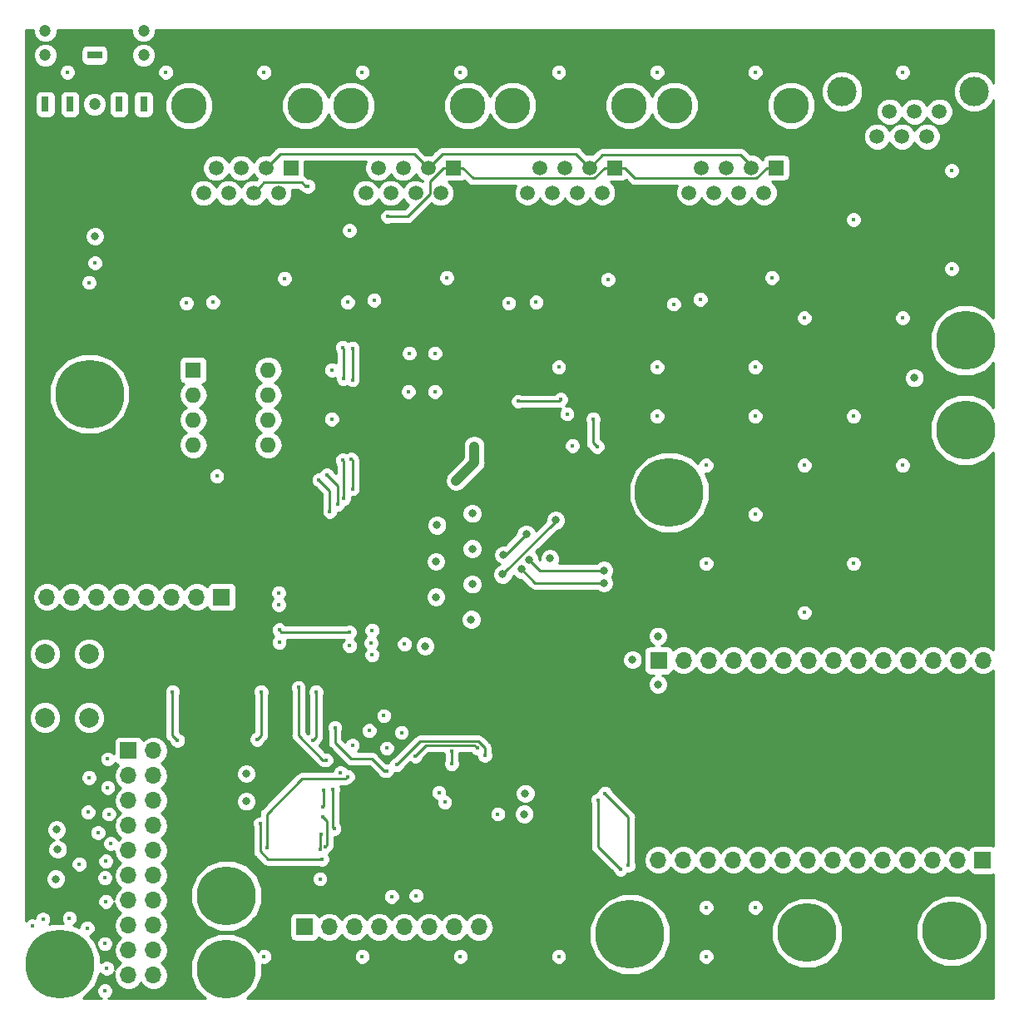
<source format=gbl>
G04 #@! TF.GenerationSoftware,KiCad,Pcbnew,(5.0.0-rc2-dev-340-g7483a73a5)*
G04 #@! TF.CreationDate,2018-04-20T19:56:18+02:00*
G04 #@! TF.ProjectId,AudiA6Main,4175646941364D61696E2E6B69636164,rev?*
G04 #@! TF.SameCoordinates,Original*
G04 #@! TF.FileFunction,Copper,L4,Bot,Signal*
G04 #@! TF.FilePolarity,Positive*
%FSLAX46Y46*%
G04 Gerber Fmt 4.6, Leading zero omitted, Abs format (unit mm)*
G04 Created by KiCad (PCBNEW (5.0.0-rc2-dev-340-g7483a73a5)) date 04/20/18 19:56:18*
%MOMM*%
%LPD*%
G01*
G04 APERTURE LIST*
%ADD10C,7.000000*%
%ADD11C,3.000000*%
%ADD12C,1.520000*%
%ADD13R,0.800000X1.500000*%
%ADD14C,1.200000*%
%ADD15R,1.500000X0.800000*%
%ADD16O,1.700000X1.700000*%
%ADD17R,1.700000X1.700000*%
%ADD18C,1.500000*%
%ADD19R,1.500000X1.500000*%
%ADD20C,3.650000*%
%ADD21C,2.000000*%
%ADD22C,5.999480*%
%ADD23O,1.600000X1.600000*%
%ADD24R,1.600000X1.600000*%
%ADD25C,0.400000*%
%ADD26C,0.800000*%
%ADD27C,0.250000*%
%ADD28C,1.000000*%
%ADD29C,0.254000*%
G04 APERTURE END LIST*
D10*
X114750000Y-93500000D03*
X55750000Y-83500000D03*
X52750000Y-141500000D03*
D11*
X145810000Y-52720000D03*
X132340000Y-52720000D03*
D12*
X137170000Y-54750000D03*
X139710000Y-54750000D03*
X142250000Y-54750000D03*
X135900000Y-57290000D03*
X140980000Y-57290000D03*
X138440000Y-57290000D03*
D13*
X51250000Y-54000000D03*
X61250000Y-54000000D03*
X53750000Y-54000000D03*
X58750000Y-54000000D03*
D14*
X56250000Y-54000000D03*
X51250000Y-49000000D03*
X51250000Y-46500000D03*
X61250000Y-49000000D03*
X61250000Y-46500000D03*
D15*
X56250000Y-49000000D03*
D16*
X51420000Y-104150000D03*
X53960000Y-104150000D03*
X56500000Y-104150000D03*
X59040000Y-104150000D03*
X61580000Y-104150000D03*
X64120000Y-104150000D03*
X66660000Y-104150000D03*
D17*
X69200000Y-104150000D03*
X77600000Y-137750000D03*
D16*
X80140000Y-137750000D03*
X82680000Y-137750000D03*
X85220000Y-137750000D03*
X87760000Y-137750000D03*
X90300000Y-137750000D03*
X92840000Y-137750000D03*
X95380000Y-137750000D03*
D18*
X116774999Y-63004999D03*
X118044999Y-60464999D03*
X119314999Y-63004999D03*
X120584999Y-60464999D03*
X121854999Y-63004999D03*
X123124999Y-60464999D03*
X124394999Y-63004999D03*
D19*
X125664999Y-60464999D03*
D20*
X127154999Y-54114999D03*
X115284999Y-54114999D03*
X98814999Y-54114999D03*
X110684999Y-54114999D03*
D19*
X109194999Y-60464999D03*
D18*
X107924999Y-63004999D03*
X106654999Y-60464999D03*
X105384999Y-63004999D03*
X104114999Y-60464999D03*
X102844999Y-63004999D03*
X101574999Y-60464999D03*
X100304999Y-63004999D03*
X67360000Y-63040000D03*
X68630000Y-60500000D03*
X69900000Y-63040000D03*
X71170000Y-60500000D03*
X72440000Y-63040000D03*
X73710000Y-60500000D03*
X74980000Y-63040000D03*
D19*
X76250000Y-60500000D03*
D20*
X77740000Y-54150000D03*
X65870000Y-54150000D03*
X82370000Y-54150000D03*
X94240000Y-54150000D03*
D19*
X92750000Y-60500000D03*
D18*
X91480000Y-63040000D03*
X90210000Y-60500000D03*
X88940000Y-63040000D03*
X87670000Y-60500000D03*
X86400000Y-63040000D03*
X85130000Y-60500000D03*
X83860000Y-63040000D03*
D17*
X146670000Y-130930000D03*
D16*
X144130000Y-130930000D03*
X141590000Y-130930000D03*
X139050000Y-130930000D03*
X136510000Y-130930000D03*
X133970000Y-130930000D03*
X131430000Y-130930000D03*
X128890000Y-130930000D03*
X126350000Y-130930000D03*
X123810000Y-130930000D03*
X121270000Y-130930000D03*
X118730000Y-130930000D03*
X116190000Y-130930000D03*
X113650000Y-130930000D03*
X146680000Y-110610000D03*
X144140000Y-110610000D03*
X141600000Y-110610000D03*
X139060000Y-110610000D03*
X136520000Y-110610000D03*
X133980000Y-110610000D03*
X131440000Y-110610000D03*
X128900000Y-110610000D03*
X126360000Y-110610000D03*
X123820000Y-110610000D03*
X121280000Y-110610000D03*
X118740000Y-110610000D03*
X116200000Y-110610000D03*
D17*
X113660000Y-110610000D03*
D16*
X62250000Y-142660000D03*
X59710000Y-142660000D03*
X62250000Y-140120000D03*
X59710000Y-140120000D03*
X62250000Y-137580000D03*
X59710000Y-137580000D03*
X62250000Y-135040000D03*
X59710000Y-135040000D03*
X62250000Y-132500000D03*
X59710000Y-132500000D03*
X62250000Y-129960000D03*
X59710000Y-129960000D03*
X62250000Y-127420000D03*
X59710000Y-127420000D03*
X62250000Y-124880000D03*
X59710000Y-124880000D03*
X62250000Y-122340000D03*
X59710000Y-122340000D03*
X62250000Y-119800000D03*
D17*
X59710000Y-119800000D03*
D21*
X51200000Y-109950000D03*
X55700000Y-109950000D03*
X51200000Y-116450000D03*
X55700000Y-116450000D03*
D22*
X69700000Y-134550000D03*
X69650000Y-142000000D03*
X144900000Y-78050000D03*
X144900000Y-87150000D03*
D23*
X73920000Y-81050000D03*
X66300000Y-88670000D03*
X73920000Y-83590000D03*
X66300000Y-86130000D03*
X73920000Y-86130000D03*
X66300000Y-83590000D03*
X73920000Y-88670000D03*
D24*
X66300000Y-81050000D03*
D10*
X110750000Y-138500000D03*
D22*
X143500000Y-138150000D03*
X128800000Y-138350000D03*
D25*
X123500000Y-135750000D03*
X118500000Y-135750000D03*
X118500000Y-140750000D03*
X103500000Y-140750000D03*
X93500000Y-140750000D03*
X83500000Y-140750000D03*
X73500000Y-140750000D03*
X128500000Y-105750000D03*
X118500000Y-100750000D03*
X133500000Y-100750000D03*
X123500000Y-95750000D03*
X118500000Y-90750000D03*
X128500000Y-90750000D03*
X138500000Y-90750000D03*
X133500000Y-65750000D03*
X128500000Y-75750000D03*
X123500000Y-80750000D03*
X113500000Y-80750000D03*
X103500000Y-80750000D03*
X113500000Y-85750000D03*
X123500000Y-85750000D03*
X133500000Y-85750000D03*
X138500000Y-75750000D03*
X143500000Y-70750000D03*
X143500000Y-60750000D03*
X138500000Y-50750000D03*
X123500000Y-50750000D03*
X113500000Y-50750000D03*
X103500000Y-50750000D03*
X93500000Y-50750000D03*
X83500000Y-50750000D03*
X73500000Y-50750000D03*
X63500000Y-50750000D03*
X53500000Y-50750000D03*
X87800000Y-108950000D03*
D26*
X143700000Y-106150000D03*
X143700000Y-104150000D03*
D25*
X49900000Y-137650000D03*
X51000000Y-136950000D03*
X53700000Y-136850000D03*
X55500000Y-137850000D03*
X57300000Y-139450000D03*
X57500000Y-141950000D03*
X57300000Y-144250000D03*
X57400000Y-135150000D03*
X57300000Y-132750000D03*
X57400000Y-131050000D03*
X54700000Y-131350000D03*
X57900000Y-129250000D03*
X56600000Y-128150000D03*
X57600000Y-123550000D03*
X57700000Y-126250000D03*
X55600000Y-126050000D03*
X55700000Y-122550000D03*
X57600000Y-120650000D03*
X56300000Y-70150000D03*
X79200000Y-132850000D03*
X91900000Y-125050000D03*
X91300000Y-124050000D03*
X85700000Y-116250000D03*
X87500000Y-117950000D03*
X82500000Y-119250000D03*
X84200000Y-117750000D03*
X86000000Y-119550000D03*
X86500000Y-134650000D03*
X89000000Y-134550000D03*
X125200000Y-71650000D03*
X115200000Y-74350000D03*
X117900000Y-73850000D03*
X108500000Y-71850000D03*
X101200000Y-74150000D03*
X98400000Y-74250000D03*
X80400000Y-86050000D03*
X65600000Y-74250000D03*
X68300000Y-74150000D03*
X75600000Y-71750000D03*
X92100000Y-71650000D03*
X84700000Y-73950000D03*
X80400000Y-81050000D03*
X82000000Y-74150000D03*
X79200000Y-129850000D03*
X79300000Y-128350000D03*
X80716117Y-117466117D03*
X86000000Y-121850000D03*
X80633734Y-127758744D03*
X77000000Y-113374979D03*
X64200000Y-113824990D03*
X79725010Y-129549980D03*
X79460556Y-126510556D03*
X79500000Y-125550000D03*
X78800008Y-113824990D03*
X78478761Y-118771239D03*
X79400000Y-130850000D03*
X73099994Y-127250000D03*
X73200000Y-113824990D03*
X82221239Y-109128761D03*
X86100000Y-65450000D03*
X81500000Y-78750000D03*
X81600000Y-81950000D03*
X81500000Y-90250000D03*
X81600000Y-94150000D03*
X75050000Y-108785000D03*
X82500000Y-78850000D03*
X82500000Y-82050000D03*
X82400000Y-90150000D03*
X82500000Y-93150000D03*
X82200000Y-66850000D03*
X75050000Y-107515000D03*
X82200000Y-107750000D03*
X97300000Y-126250000D03*
X84500000Y-110050000D03*
X84400000Y-108850000D03*
X84500000Y-107550000D03*
X75000000Y-104950000D03*
X75000000Y-103750000D03*
X80500000Y-123750000D03*
X79800000Y-120750000D03*
X79600000Y-123850000D03*
X80200000Y-95450000D03*
X79100000Y-92250000D03*
X92600000Y-121150000D03*
X92595367Y-119824990D03*
X80974990Y-94747037D03*
X79900000Y-91750000D03*
X95221239Y-119528761D03*
X88900000Y-120350000D03*
X108200000Y-124150000D03*
X110600000Y-131450000D03*
X95971239Y-120278761D03*
X87000000Y-121250000D03*
X107500000Y-124850000D03*
X109800000Y-131850000D03*
X81300000Y-122050000D03*
X73800000Y-129650000D03*
X82000000Y-122450000D03*
X103700000Y-84050000D03*
X99400000Y-84250000D03*
X78000000Y-62350000D03*
X104348182Y-85524990D03*
X104900000Y-88750000D03*
X90900000Y-79350000D03*
X88300000Y-79350000D03*
X90900000Y-83250000D03*
X88200000Y-83250000D03*
X68700000Y-91850000D03*
X55700000Y-72150000D03*
D26*
X56300000Y-67450000D03*
X100000000Y-126250000D03*
X100100000Y-124150000D03*
X71700000Y-124950000D03*
X71700000Y-122150000D03*
X72900000Y-74150000D03*
X75600000Y-74250000D03*
X89300000Y-74150000D03*
X92100000Y-74250000D03*
X105700000Y-74150000D03*
X108400000Y-74350000D03*
X122300000Y-74050000D03*
X125100000Y-74250000D03*
X139900000Y-100550000D03*
X139900000Y-99150000D03*
X139900000Y-97850000D03*
X139700000Y-81850000D03*
X93050000Y-92300000D03*
X94900000Y-88850000D03*
X113600000Y-113050000D03*
X111000000Y-110550000D03*
X113600000Y-108150000D03*
X52300000Y-132850000D03*
X52500000Y-129850000D03*
X52400000Y-127850000D03*
X102600000Y-100250000D03*
X94700000Y-99250000D03*
X94700000Y-95650000D03*
X91100000Y-96850000D03*
X91000000Y-100550000D03*
X94700000Y-102850000D03*
X94600000Y-106450000D03*
X91000000Y-104150000D03*
X89900000Y-109150000D03*
D25*
X64700000Y-118750000D03*
X72800000Y-118650000D03*
D26*
X103200000Y-96340000D03*
X97800000Y-101850000D03*
X108100000Y-101450000D03*
X100500000Y-100350000D03*
X97898909Y-99874228D03*
X100200000Y-97750000D03*
X108099992Y-102750000D03*
X99700000Y-101350000D03*
D25*
X107000000Y-86050000D03*
X107400000Y-88850000D03*
D27*
X79200000Y-128450000D02*
X79200000Y-129850000D01*
X79300000Y-128350000D02*
X79200000Y-128450000D01*
X80716117Y-118966117D02*
X80716117Y-117466117D01*
X82400000Y-120650000D02*
X80716117Y-118966117D01*
X84517158Y-120650000D02*
X82400000Y-120650000D01*
X86000000Y-121850000D02*
X85717158Y-121850000D01*
X85717158Y-121850000D02*
X84517158Y-120650000D01*
X80500000Y-123750000D02*
X80500000Y-127625010D01*
X80500000Y-127625010D02*
X80633734Y-127758744D01*
X77000000Y-113657821D02*
X77000000Y-113374979D01*
X79800000Y-120750000D02*
X79517158Y-120750000D01*
X77000000Y-118232842D02*
X77000000Y-113657821D01*
X79517158Y-120750000D02*
X77000000Y-118232842D01*
X64200000Y-118250000D02*
X64200000Y-114107832D01*
X64200000Y-114107832D02*
X64200000Y-113824990D01*
X64700000Y-118750000D02*
X64200000Y-118250000D01*
X79925009Y-126975009D02*
X79925009Y-129349981D01*
X79460556Y-126510556D02*
X79925009Y-126975009D01*
X79925009Y-129349981D02*
X79725010Y-129549980D01*
X79600000Y-123850000D02*
X79600000Y-125450000D01*
X79600000Y-125450000D02*
X79500000Y-125550000D01*
X78800008Y-114107832D02*
X78800008Y-113824990D01*
X78478761Y-118771239D02*
X78800008Y-118449992D01*
X78800008Y-118449992D02*
X78800008Y-114107832D01*
X73900000Y-130850000D02*
X79400000Y-130850000D01*
X73100000Y-130050000D02*
X73900000Y-130850000D01*
X73100000Y-129650000D02*
X73100000Y-130050000D01*
X73100000Y-127250006D02*
X73099994Y-127250000D01*
X73100000Y-128350000D02*
X73100000Y-127250006D01*
X73100000Y-129650000D02*
X73100000Y-128350000D01*
X72800000Y-118650000D02*
X73200000Y-118250000D01*
X73200000Y-118250000D02*
X73200000Y-114107832D01*
X73200000Y-114107832D02*
X73200000Y-113824990D01*
X109194999Y-60464999D02*
X110194999Y-60464999D01*
X110194999Y-60464999D02*
X111270000Y-61540000D01*
X111270000Y-61540000D02*
X123589998Y-61540000D01*
X123589998Y-61540000D02*
X124664999Y-60464999D01*
X124664999Y-60464999D02*
X125664999Y-60464999D01*
X92750000Y-60500000D02*
X93750000Y-60500000D01*
X93750000Y-60500000D02*
X94790000Y-61540000D01*
X94790000Y-61540000D02*
X107119998Y-61540000D01*
X107119998Y-61540000D02*
X108194999Y-60464999D01*
X108194999Y-60464999D02*
X109194999Y-60464999D01*
X86100000Y-65450000D02*
X88121002Y-65450000D01*
X88121002Y-65450000D02*
X90404999Y-63166003D01*
X90404999Y-63166003D02*
X90404999Y-61845001D01*
X90404999Y-61845001D02*
X91750000Y-60500000D01*
X91750000Y-60500000D02*
X92750000Y-60500000D01*
X81600000Y-78850000D02*
X81500000Y-78750000D01*
X81600000Y-81950000D02*
X81600000Y-78850000D01*
X81600000Y-90350000D02*
X81500000Y-90250000D01*
X81600000Y-94150000D02*
X81600000Y-90350000D01*
X82500000Y-82050000D02*
X82500000Y-78850000D01*
X82500000Y-90250000D02*
X82400000Y-90150000D01*
X82500000Y-93150000D02*
X82500000Y-90250000D01*
X75285000Y-107750000D02*
X75050000Y-107515000D01*
X82200000Y-107750000D02*
X75285000Y-107750000D01*
X80200000Y-93350000D02*
X80200000Y-95450000D01*
X79100000Y-92250000D02*
X80200000Y-93350000D01*
X92595367Y-121145367D02*
X92600000Y-121150000D01*
X92595367Y-119824990D02*
X92595367Y-121145367D01*
X80974990Y-92824990D02*
X80974990Y-94464195D01*
X80974990Y-94464195D02*
X80974990Y-94747037D01*
X79900000Y-91750000D02*
X80974990Y-92824990D01*
X88900000Y-120350000D02*
X89950011Y-119299989D01*
X95021240Y-119328762D02*
X95221239Y-119528761D01*
X94992467Y-119299989D02*
X95021240Y-119328762D01*
X89950011Y-119299989D02*
X94992467Y-119299989D01*
X110600000Y-126550000D02*
X108200000Y-124150000D01*
X110600000Y-131450000D02*
X110600000Y-126550000D01*
X87000000Y-121250000D02*
X89400022Y-118849978D01*
X95971239Y-119501757D02*
X95971239Y-119995919D01*
X89400022Y-118849978D02*
X95319460Y-118849978D01*
X95971239Y-119995919D02*
X95971239Y-120278761D01*
X95319460Y-118849978D02*
X95971239Y-119501757D01*
X109800000Y-131850000D02*
X107500000Y-129550000D01*
X107500000Y-129550000D02*
X107500000Y-124850000D01*
X73800000Y-126250000D02*
X73800000Y-129367158D01*
X77400001Y-122649999D02*
X73800000Y-126250000D01*
X81800001Y-122649999D02*
X77400001Y-122649999D01*
X82000000Y-122450000D02*
X81800001Y-122649999D01*
X73800000Y-129367158D02*
X73800000Y-129650000D01*
X103500000Y-84250000D02*
X103700000Y-84050000D01*
X99400000Y-84250000D02*
X103500000Y-84250000D01*
X78000000Y-62350000D02*
X77717158Y-62350000D01*
X77717158Y-62350000D02*
X77332157Y-61964999D01*
X77332157Y-61964999D02*
X73515001Y-61964999D01*
X73515001Y-61964999D02*
X73189999Y-62290001D01*
X73189999Y-62290001D02*
X72440000Y-63040000D01*
X107969998Y-59150000D02*
X122000000Y-59150000D01*
X106654999Y-60464999D02*
X107969998Y-59150000D01*
X122000000Y-59150000D02*
X123124999Y-60274999D01*
X123124999Y-60274999D02*
X123124999Y-60464999D01*
X91700000Y-59050000D02*
X105240000Y-59050000D01*
X105240000Y-59050000D02*
X106654999Y-60464999D01*
X91360002Y-59389998D02*
X91700000Y-59050000D01*
X90210000Y-60500000D02*
X91320002Y-59389998D01*
X91320002Y-59389998D02*
X91360002Y-59389998D01*
X75160000Y-59050000D02*
X88760000Y-59050000D01*
X88760000Y-59050000D02*
X90210000Y-60500000D01*
X73710000Y-60500000D02*
X75160000Y-59050000D01*
D28*
X94900000Y-90450000D02*
X93050000Y-92300000D01*
X94900000Y-88850000D02*
X94900000Y-90450000D01*
D27*
X103200000Y-96450000D02*
X103200000Y-96340000D01*
X97800000Y-101850000D02*
X103200000Y-96450000D01*
X101600000Y-101450000D02*
X107534315Y-101450000D01*
X107534315Y-101450000D02*
X108100000Y-101450000D01*
X100500000Y-100350000D02*
X101600000Y-101450000D01*
X100200000Y-97750000D02*
X98075772Y-99874228D01*
X98075772Y-99874228D02*
X97898909Y-99874228D01*
X107534307Y-102750000D02*
X108099992Y-102750000D01*
X101100000Y-102750000D02*
X107534307Y-102750000D01*
X99700000Y-101350000D02*
X101100000Y-102750000D01*
X107000000Y-88450000D02*
X107000000Y-86050000D01*
X107400000Y-88850000D02*
X107000000Y-88450000D01*
D29*
G36*
X50015000Y-46745657D02*
X50203018Y-47199571D01*
X50550429Y-47546982D01*
X51004343Y-47735000D01*
X51495657Y-47735000D01*
X51949571Y-47546982D01*
X52296982Y-47199571D01*
X52485000Y-46745657D01*
X52485000Y-46485000D01*
X60015000Y-46485000D01*
X60015000Y-46745657D01*
X60203018Y-47199571D01*
X60550429Y-47546982D01*
X61004343Y-47735000D01*
X61495657Y-47735000D01*
X61949571Y-47546982D01*
X62296982Y-47199571D01*
X62485000Y-46745657D01*
X62485000Y-46485000D01*
X147765001Y-46485000D01*
X147765001Y-51860766D01*
X147619966Y-51510620D01*
X147019380Y-50910034D01*
X146234678Y-50585000D01*
X145385322Y-50585000D01*
X144600620Y-50910034D01*
X144000034Y-51510620D01*
X143675000Y-52295322D01*
X143675000Y-53144678D01*
X144000034Y-53929380D01*
X144600620Y-54529966D01*
X145385322Y-54855000D01*
X146234678Y-54855000D01*
X147019380Y-54529966D01*
X147619966Y-53929380D01*
X147765001Y-53579234D01*
X147765001Y-75774702D01*
X146958915Y-74968616D01*
X145622995Y-74415260D01*
X144177005Y-74415260D01*
X142841085Y-74968616D01*
X141818616Y-75991085D01*
X141265260Y-77327005D01*
X141265260Y-78772995D01*
X141818616Y-80108915D01*
X142841085Y-81131384D01*
X144177005Y-81684740D01*
X145622995Y-81684740D01*
X146958915Y-81131384D01*
X147765001Y-80325298D01*
X147765001Y-84874702D01*
X146958915Y-84068616D01*
X145622995Y-83515260D01*
X144177005Y-83515260D01*
X142841085Y-84068616D01*
X141818616Y-85091085D01*
X141265260Y-86427005D01*
X141265260Y-87872995D01*
X141818616Y-89208915D01*
X142841085Y-90231384D01*
X144177005Y-90784740D01*
X145622995Y-90784740D01*
X146958915Y-90231384D01*
X147765001Y-89425298D01*
X147765000Y-109560889D01*
X147750625Y-109539375D01*
X147259418Y-109211161D01*
X146826256Y-109125000D01*
X146533744Y-109125000D01*
X146100582Y-109211161D01*
X145609375Y-109539375D01*
X145410000Y-109837761D01*
X145210625Y-109539375D01*
X144719418Y-109211161D01*
X144286256Y-109125000D01*
X143993744Y-109125000D01*
X143560582Y-109211161D01*
X143069375Y-109539375D01*
X142870000Y-109837761D01*
X142670625Y-109539375D01*
X142179418Y-109211161D01*
X141746256Y-109125000D01*
X141453744Y-109125000D01*
X141020582Y-109211161D01*
X140529375Y-109539375D01*
X140330000Y-109837761D01*
X140130625Y-109539375D01*
X139639418Y-109211161D01*
X139206256Y-109125000D01*
X138913744Y-109125000D01*
X138480582Y-109211161D01*
X137989375Y-109539375D01*
X137790000Y-109837761D01*
X137590625Y-109539375D01*
X137099418Y-109211161D01*
X136666256Y-109125000D01*
X136373744Y-109125000D01*
X135940582Y-109211161D01*
X135449375Y-109539375D01*
X135250000Y-109837761D01*
X135050625Y-109539375D01*
X134559418Y-109211161D01*
X134126256Y-109125000D01*
X133833744Y-109125000D01*
X133400582Y-109211161D01*
X132909375Y-109539375D01*
X132710000Y-109837761D01*
X132510625Y-109539375D01*
X132019418Y-109211161D01*
X131586256Y-109125000D01*
X131293744Y-109125000D01*
X130860582Y-109211161D01*
X130369375Y-109539375D01*
X130170000Y-109837761D01*
X129970625Y-109539375D01*
X129479418Y-109211161D01*
X129046256Y-109125000D01*
X128753744Y-109125000D01*
X128320582Y-109211161D01*
X127829375Y-109539375D01*
X127630000Y-109837761D01*
X127430625Y-109539375D01*
X126939418Y-109211161D01*
X126506256Y-109125000D01*
X126213744Y-109125000D01*
X125780582Y-109211161D01*
X125289375Y-109539375D01*
X125090000Y-109837761D01*
X124890625Y-109539375D01*
X124399418Y-109211161D01*
X123966256Y-109125000D01*
X123673744Y-109125000D01*
X123240582Y-109211161D01*
X122749375Y-109539375D01*
X122550000Y-109837761D01*
X122350625Y-109539375D01*
X121859418Y-109211161D01*
X121426256Y-109125000D01*
X121133744Y-109125000D01*
X120700582Y-109211161D01*
X120209375Y-109539375D01*
X120010000Y-109837761D01*
X119810625Y-109539375D01*
X119319418Y-109211161D01*
X118886256Y-109125000D01*
X118593744Y-109125000D01*
X118160582Y-109211161D01*
X117669375Y-109539375D01*
X117470000Y-109837761D01*
X117270625Y-109539375D01*
X116779418Y-109211161D01*
X116346256Y-109125000D01*
X116053744Y-109125000D01*
X115620582Y-109211161D01*
X115129375Y-109539375D01*
X115117184Y-109557619D01*
X115108157Y-109512235D01*
X114967809Y-109302191D01*
X114757765Y-109161843D01*
X114510000Y-109112560D01*
X113980760Y-109112560D01*
X114186280Y-109027431D01*
X114477431Y-108736280D01*
X114635000Y-108355874D01*
X114635000Y-107944126D01*
X114477431Y-107563720D01*
X114186280Y-107272569D01*
X113805874Y-107115000D01*
X113394126Y-107115000D01*
X113013720Y-107272569D01*
X112722569Y-107563720D01*
X112565000Y-107944126D01*
X112565000Y-108355874D01*
X112722569Y-108736280D01*
X113013720Y-109027431D01*
X113219240Y-109112560D01*
X112810000Y-109112560D01*
X112562235Y-109161843D01*
X112352191Y-109302191D01*
X112211843Y-109512235D01*
X112162560Y-109760000D01*
X112162560Y-111460000D01*
X112211843Y-111707765D01*
X112352191Y-111917809D01*
X112562235Y-112058157D01*
X112810000Y-112107440D01*
X113170956Y-112107440D01*
X113013720Y-112172569D01*
X112722569Y-112463720D01*
X112565000Y-112844126D01*
X112565000Y-113255874D01*
X112722569Y-113636280D01*
X113013720Y-113927431D01*
X113394126Y-114085000D01*
X113805874Y-114085000D01*
X114186280Y-113927431D01*
X114477431Y-113636280D01*
X114635000Y-113255874D01*
X114635000Y-112844126D01*
X114477431Y-112463720D01*
X114186280Y-112172569D01*
X114029044Y-112107440D01*
X114510000Y-112107440D01*
X114757765Y-112058157D01*
X114967809Y-111917809D01*
X115108157Y-111707765D01*
X115117184Y-111662381D01*
X115129375Y-111680625D01*
X115620582Y-112008839D01*
X116053744Y-112095000D01*
X116346256Y-112095000D01*
X116779418Y-112008839D01*
X117270625Y-111680625D01*
X117470000Y-111382239D01*
X117669375Y-111680625D01*
X118160582Y-112008839D01*
X118593744Y-112095000D01*
X118886256Y-112095000D01*
X119319418Y-112008839D01*
X119810625Y-111680625D01*
X120010000Y-111382239D01*
X120209375Y-111680625D01*
X120700582Y-112008839D01*
X121133744Y-112095000D01*
X121426256Y-112095000D01*
X121859418Y-112008839D01*
X122350625Y-111680625D01*
X122550000Y-111382239D01*
X122749375Y-111680625D01*
X123240582Y-112008839D01*
X123673744Y-112095000D01*
X123966256Y-112095000D01*
X124399418Y-112008839D01*
X124890625Y-111680625D01*
X125090000Y-111382239D01*
X125289375Y-111680625D01*
X125780582Y-112008839D01*
X126213744Y-112095000D01*
X126506256Y-112095000D01*
X126939418Y-112008839D01*
X127430625Y-111680625D01*
X127630000Y-111382239D01*
X127829375Y-111680625D01*
X128320582Y-112008839D01*
X128753744Y-112095000D01*
X129046256Y-112095000D01*
X129479418Y-112008839D01*
X129970625Y-111680625D01*
X130170000Y-111382239D01*
X130369375Y-111680625D01*
X130860582Y-112008839D01*
X131293744Y-112095000D01*
X131586256Y-112095000D01*
X132019418Y-112008839D01*
X132510625Y-111680625D01*
X132710000Y-111382239D01*
X132909375Y-111680625D01*
X133400582Y-112008839D01*
X133833744Y-112095000D01*
X134126256Y-112095000D01*
X134559418Y-112008839D01*
X135050625Y-111680625D01*
X135250000Y-111382239D01*
X135449375Y-111680625D01*
X135940582Y-112008839D01*
X136373744Y-112095000D01*
X136666256Y-112095000D01*
X137099418Y-112008839D01*
X137590625Y-111680625D01*
X137790000Y-111382239D01*
X137989375Y-111680625D01*
X138480582Y-112008839D01*
X138913744Y-112095000D01*
X139206256Y-112095000D01*
X139639418Y-112008839D01*
X140130625Y-111680625D01*
X140330000Y-111382239D01*
X140529375Y-111680625D01*
X141020582Y-112008839D01*
X141453744Y-112095000D01*
X141746256Y-112095000D01*
X142179418Y-112008839D01*
X142670625Y-111680625D01*
X142870000Y-111382239D01*
X143069375Y-111680625D01*
X143560582Y-112008839D01*
X143993744Y-112095000D01*
X144286256Y-112095000D01*
X144719418Y-112008839D01*
X145210625Y-111680625D01*
X145410000Y-111382239D01*
X145609375Y-111680625D01*
X146100582Y-112008839D01*
X146533744Y-112095000D01*
X146826256Y-112095000D01*
X147259418Y-112008839D01*
X147750625Y-111680625D01*
X147765000Y-111659111D01*
X147765000Y-129481293D01*
X147520000Y-129432560D01*
X145820000Y-129432560D01*
X145572235Y-129481843D01*
X145362191Y-129622191D01*
X145221843Y-129832235D01*
X145212816Y-129877619D01*
X145200625Y-129859375D01*
X144709418Y-129531161D01*
X144276256Y-129445000D01*
X143983744Y-129445000D01*
X143550582Y-129531161D01*
X143059375Y-129859375D01*
X142860000Y-130157761D01*
X142660625Y-129859375D01*
X142169418Y-129531161D01*
X141736256Y-129445000D01*
X141443744Y-129445000D01*
X141010582Y-129531161D01*
X140519375Y-129859375D01*
X140320000Y-130157761D01*
X140120625Y-129859375D01*
X139629418Y-129531161D01*
X139196256Y-129445000D01*
X138903744Y-129445000D01*
X138470582Y-129531161D01*
X137979375Y-129859375D01*
X137780000Y-130157761D01*
X137580625Y-129859375D01*
X137089418Y-129531161D01*
X136656256Y-129445000D01*
X136363744Y-129445000D01*
X135930582Y-129531161D01*
X135439375Y-129859375D01*
X135240000Y-130157761D01*
X135040625Y-129859375D01*
X134549418Y-129531161D01*
X134116256Y-129445000D01*
X133823744Y-129445000D01*
X133390582Y-129531161D01*
X132899375Y-129859375D01*
X132700000Y-130157761D01*
X132500625Y-129859375D01*
X132009418Y-129531161D01*
X131576256Y-129445000D01*
X131283744Y-129445000D01*
X130850582Y-129531161D01*
X130359375Y-129859375D01*
X130160000Y-130157761D01*
X129960625Y-129859375D01*
X129469418Y-129531161D01*
X129036256Y-129445000D01*
X128743744Y-129445000D01*
X128310582Y-129531161D01*
X127819375Y-129859375D01*
X127620000Y-130157761D01*
X127420625Y-129859375D01*
X126929418Y-129531161D01*
X126496256Y-129445000D01*
X126203744Y-129445000D01*
X125770582Y-129531161D01*
X125279375Y-129859375D01*
X125080000Y-130157761D01*
X124880625Y-129859375D01*
X124389418Y-129531161D01*
X123956256Y-129445000D01*
X123663744Y-129445000D01*
X123230582Y-129531161D01*
X122739375Y-129859375D01*
X122540000Y-130157761D01*
X122340625Y-129859375D01*
X121849418Y-129531161D01*
X121416256Y-129445000D01*
X121123744Y-129445000D01*
X120690582Y-129531161D01*
X120199375Y-129859375D01*
X120000000Y-130157761D01*
X119800625Y-129859375D01*
X119309418Y-129531161D01*
X118876256Y-129445000D01*
X118583744Y-129445000D01*
X118150582Y-129531161D01*
X117659375Y-129859375D01*
X117460000Y-130157761D01*
X117260625Y-129859375D01*
X116769418Y-129531161D01*
X116336256Y-129445000D01*
X116043744Y-129445000D01*
X115610582Y-129531161D01*
X115119375Y-129859375D01*
X114920000Y-130157761D01*
X114720625Y-129859375D01*
X114229418Y-129531161D01*
X113796256Y-129445000D01*
X113503744Y-129445000D01*
X113070582Y-129531161D01*
X112579375Y-129859375D01*
X112251161Y-130350582D01*
X112135908Y-130930000D01*
X112251161Y-131509418D01*
X112579375Y-132000625D01*
X113070582Y-132328839D01*
X113503744Y-132415000D01*
X113796256Y-132415000D01*
X114229418Y-132328839D01*
X114720625Y-132000625D01*
X114920000Y-131702239D01*
X115119375Y-132000625D01*
X115610582Y-132328839D01*
X116043744Y-132415000D01*
X116336256Y-132415000D01*
X116769418Y-132328839D01*
X117260625Y-132000625D01*
X117460000Y-131702239D01*
X117659375Y-132000625D01*
X118150582Y-132328839D01*
X118583744Y-132415000D01*
X118876256Y-132415000D01*
X119309418Y-132328839D01*
X119800625Y-132000625D01*
X120000000Y-131702239D01*
X120199375Y-132000625D01*
X120690582Y-132328839D01*
X121123744Y-132415000D01*
X121416256Y-132415000D01*
X121849418Y-132328839D01*
X122340625Y-132000625D01*
X122540000Y-131702239D01*
X122739375Y-132000625D01*
X123230582Y-132328839D01*
X123663744Y-132415000D01*
X123956256Y-132415000D01*
X124389418Y-132328839D01*
X124880625Y-132000625D01*
X125080000Y-131702239D01*
X125279375Y-132000625D01*
X125770582Y-132328839D01*
X126203744Y-132415000D01*
X126496256Y-132415000D01*
X126929418Y-132328839D01*
X127420625Y-132000625D01*
X127620000Y-131702239D01*
X127819375Y-132000625D01*
X128310582Y-132328839D01*
X128743744Y-132415000D01*
X129036256Y-132415000D01*
X129469418Y-132328839D01*
X129960625Y-132000625D01*
X130160000Y-131702239D01*
X130359375Y-132000625D01*
X130850582Y-132328839D01*
X131283744Y-132415000D01*
X131576256Y-132415000D01*
X132009418Y-132328839D01*
X132500625Y-132000625D01*
X132700000Y-131702239D01*
X132899375Y-132000625D01*
X133390582Y-132328839D01*
X133823744Y-132415000D01*
X134116256Y-132415000D01*
X134549418Y-132328839D01*
X135040625Y-132000625D01*
X135240000Y-131702239D01*
X135439375Y-132000625D01*
X135930582Y-132328839D01*
X136363744Y-132415000D01*
X136656256Y-132415000D01*
X137089418Y-132328839D01*
X137580625Y-132000625D01*
X137780000Y-131702239D01*
X137979375Y-132000625D01*
X138470582Y-132328839D01*
X138903744Y-132415000D01*
X139196256Y-132415000D01*
X139629418Y-132328839D01*
X140120625Y-132000625D01*
X140320000Y-131702239D01*
X140519375Y-132000625D01*
X141010582Y-132328839D01*
X141443744Y-132415000D01*
X141736256Y-132415000D01*
X142169418Y-132328839D01*
X142660625Y-132000625D01*
X142860000Y-131702239D01*
X143059375Y-132000625D01*
X143550582Y-132328839D01*
X143983744Y-132415000D01*
X144276256Y-132415000D01*
X144709418Y-132328839D01*
X145200625Y-132000625D01*
X145212816Y-131982381D01*
X145221843Y-132027765D01*
X145362191Y-132237809D01*
X145572235Y-132378157D01*
X145820000Y-132427440D01*
X147520000Y-132427440D01*
X147765000Y-132378707D01*
X147765000Y-145015000D01*
X71775299Y-145015000D01*
X72731384Y-144058915D01*
X73284740Y-142722995D01*
X73284740Y-141564634D01*
X73333908Y-141585000D01*
X73666092Y-141585000D01*
X73972990Y-141457879D01*
X74207879Y-141222990D01*
X74335000Y-140916092D01*
X74335000Y-140583908D01*
X82665000Y-140583908D01*
X82665000Y-140916092D01*
X82792121Y-141222990D01*
X83027010Y-141457879D01*
X83333908Y-141585000D01*
X83666092Y-141585000D01*
X83972990Y-141457879D01*
X84207879Y-141222990D01*
X84335000Y-140916092D01*
X84335000Y-140583908D01*
X92665000Y-140583908D01*
X92665000Y-140916092D01*
X92792121Y-141222990D01*
X93027010Y-141457879D01*
X93333908Y-141585000D01*
X93666092Y-141585000D01*
X93972990Y-141457879D01*
X94207879Y-141222990D01*
X94335000Y-140916092D01*
X94335000Y-140583908D01*
X102665000Y-140583908D01*
X102665000Y-140916092D01*
X102792121Y-141222990D01*
X103027010Y-141457879D01*
X103333908Y-141585000D01*
X103666092Y-141585000D01*
X103972990Y-141457879D01*
X104207879Y-141222990D01*
X104335000Y-140916092D01*
X104335000Y-140583908D01*
X104207879Y-140277010D01*
X103972990Y-140042121D01*
X103666092Y-139915000D01*
X103333908Y-139915000D01*
X103027010Y-140042121D01*
X102792121Y-140277010D01*
X102665000Y-140583908D01*
X94335000Y-140583908D01*
X94207879Y-140277010D01*
X93972990Y-140042121D01*
X93666092Y-139915000D01*
X93333908Y-139915000D01*
X93027010Y-140042121D01*
X92792121Y-140277010D01*
X92665000Y-140583908D01*
X84335000Y-140583908D01*
X84207879Y-140277010D01*
X83972990Y-140042121D01*
X83666092Y-139915000D01*
X83333908Y-139915000D01*
X83027010Y-140042121D01*
X82792121Y-140277010D01*
X82665000Y-140583908D01*
X74335000Y-140583908D01*
X74207879Y-140277010D01*
X73972990Y-140042121D01*
X73666092Y-139915000D01*
X73333908Y-139915000D01*
X73027010Y-140042121D01*
X72847564Y-140221567D01*
X72731384Y-139941085D01*
X71708915Y-138918616D01*
X70372995Y-138365260D01*
X68927005Y-138365260D01*
X67591085Y-138918616D01*
X66568616Y-139941085D01*
X66015260Y-141277005D01*
X66015260Y-142722995D01*
X66568616Y-144058915D01*
X67524701Y-145015000D01*
X57635087Y-145015000D01*
X57772990Y-144957879D01*
X58007879Y-144722990D01*
X58135000Y-144416092D01*
X58135000Y-144083908D01*
X58007879Y-143777010D01*
X57772990Y-143542121D01*
X57466092Y-143415000D01*
X57133908Y-143415000D01*
X56827010Y-143542121D01*
X56592121Y-143777010D01*
X56465000Y-144083908D01*
X56465000Y-144416092D01*
X56592121Y-144722990D01*
X56827010Y-144957879D01*
X56964913Y-145015000D01*
X55069313Y-145015000D01*
X55092289Y-145005483D01*
X56255483Y-143842289D01*
X56828364Y-142459233D01*
X57027010Y-142657879D01*
X57333908Y-142785000D01*
X57666092Y-142785000D01*
X57972990Y-142657879D01*
X58207879Y-142422990D01*
X58275548Y-142259623D01*
X58195908Y-142660000D01*
X58311161Y-143239418D01*
X58639375Y-143730625D01*
X59130582Y-144058839D01*
X59563744Y-144145000D01*
X59856256Y-144145000D01*
X60289418Y-144058839D01*
X60780625Y-143730625D01*
X60980000Y-143432239D01*
X61179375Y-143730625D01*
X61670582Y-144058839D01*
X62103744Y-144145000D01*
X62396256Y-144145000D01*
X62829418Y-144058839D01*
X63320625Y-143730625D01*
X63648839Y-143239418D01*
X63764092Y-142660000D01*
X63648839Y-142080582D01*
X63320625Y-141589375D01*
X63022239Y-141390000D01*
X63320625Y-141190625D01*
X63648839Y-140699418D01*
X63764092Y-140120000D01*
X63648839Y-139540582D01*
X63320625Y-139049375D01*
X63022239Y-138850000D01*
X63320625Y-138650625D01*
X63648839Y-138159418D01*
X63764092Y-137580000D01*
X63648839Y-137000582D01*
X63320625Y-136509375D01*
X63022239Y-136310000D01*
X63320625Y-136110625D01*
X63648839Y-135619418D01*
X63764092Y-135040000D01*
X63648839Y-134460582D01*
X63320625Y-133969375D01*
X63107554Y-133827005D01*
X66065260Y-133827005D01*
X66065260Y-135272995D01*
X66618616Y-136608915D01*
X67641085Y-137631384D01*
X68977005Y-138184740D01*
X70422995Y-138184740D01*
X71758915Y-137631384D01*
X72490299Y-136900000D01*
X76102560Y-136900000D01*
X76102560Y-138600000D01*
X76151843Y-138847765D01*
X76292191Y-139057809D01*
X76502235Y-139198157D01*
X76750000Y-139247440D01*
X78450000Y-139247440D01*
X78697765Y-139198157D01*
X78907809Y-139057809D01*
X79048157Y-138847765D01*
X79057184Y-138802381D01*
X79069375Y-138820625D01*
X79560582Y-139148839D01*
X79993744Y-139235000D01*
X80286256Y-139235000D01*
X80719418Y-139148839D01*
X81210625Y-138820625D01*
X81410000Y-138522239D01*
X81609375Y-138820625D01*
X82100582Y-139148839D01*
X82533744Y-139235000D01*
X82826256Y-139235000D01*
X83259418Y-139148839D01*
X83750625Y-138820625D01*
X83950000Y-138522239D01*
X84149375Y-138820625D01*
X84640582Y-139148839D01*
X85073744Y-139235000D01*
X85366256Y-139235000D01*
X85799418Y-139148839D01*
X86290625Y-138820625D01*
X86490000Y-138522239D01*
X86689375Y-138820625D01*
X87180582Y-139148839D01*
X87613744Y-139235000D01*
X87906256Y-139235000D01*
X88339418Y-139148839D01*
X88830625Y-138820625D01*
X89030000Y-138522239D01*
X89229375Y-138820625D01*
X89720582Y-139148839D01*
X90153744Y-139235000D01*
X90446256Y-139235000D01*
X90879418Y-139148839D01*
X91370625Y-138820625D01*
X91570000Y-138522239D01*
X91769375Y-138820625D01*
X92260582Y-139148839D01*
X92693744Y-139235000D01*
X92986256Y-139235000D01*
X93419418Y-139148839D01*
X93910625Y-138820625D01*
X94110000Y-138522239D01*
X94309375Y-138820625D01*
X94800582Y-139148839D01*
X95233744Y-139235000D01*
X95526256Y-139235000D01*
X95959418Y-139148839D01*
X96450625Y-138820625D01*
X96778839Y-138329418D01*
X96894092Y-137750000D01*
X96879671Y-137677497D01*
X106615000Y-137677497D01*
X106615000Y-139322503D01*
X107244517Y-140842289D01*
X108407711Y-142005483D01*
X109927497Y-142635000D01*
X111572503Y-142635000D01*
X113092289Y-142005483D01*
X114255483Y-140842289D01*
X114362508Y-140583908D01*
X117665000Y-140583908D01*
X117665000Y-140916092D01*
X117792121Y-141222990D01*
X118027010Y-141457879D01*
X118333908Y-141585000D01*
X118666092Y-141585000D01*
X118972990Y-141457879D01*
X119207879Y-141222990D01*
X119335000Y-140916092D01*
X119335000Y-140583908D01*
X119207879Y-140277010D01*
X118972990Y-140042121D01*
X118666092Y-139915000D01*
X118333908Y-139915000D01*
X118027010Y-140042121D01*
X117792121Y-140277010D01*
X117665000Y-140583908D01*
X114362508Y-140583908D01*
X114885000Y-139322503D01*
X114885000Y-137677497D01*
X114864086Y-137627005D01*
X125165260Y-137627005D01*
X125165260Y-139072995D01*
X125718616Y-140408915D01*
X126741085Y-141431384D01*
X128077005Y-141984740D01*
X129522995Y-141984740D01*
X130858915Y-141431384D01*
X131881384Y-140408915D01*
X132434740Y-139072995D01*
X132434740Y-137627005D01*
X132351898Y-137427005D01*
X139865260Y-137427005D01*
X139865260Y-138872995D01*
X140418616Y-140208915D01*
X141441085Y-141231384D01*
X142777005Y-141784740D01*
X144222995Y-141784740D01*
X145558915Y-141231384D01*
X146581384Y-140208915D01*
X147134740Y-138872995D01*
X147134740Y-137427005D01*
X146581384Y-136091085D01*
X145558915Y-135068616D01*
X144222995Y-134515260D01*
X142777005Y-134515260D01*
X141441085Y-135068616D01*
X140418616Y-136091085D01*
X139865260Y-137427005D01*
X132351898Y-137427005D01*
X131881384Y-136291085D01*
X130858915Y-135268616D01*
X129522995Y-134715260D01*
X128077005Y-134715260D01*
X126741085Y-135268616D01*
X125718616Y-136291085D01*
X125165260Y-137627005D01*
X114864086Y-137627005D01*
X114255483Y-136157711D01*
X113681680Y-135583908D01*
X117665000Y-135583908D01*
X117665000Y-135916092D01*
X117792121Y-136222990D01*
X118027010Y-136457879D01*
X118333908Y-136585000D01*
X118666092Y-136585000D01*
X118972990Y-136457879D01*
X119207879Y-136222990D01*
X119335000Y-135916092D01*
X119335000Y-135583908D01*
X122665000Y-135583908D01*
X122665000Y-135916092D01*
X122792121Y-136222990D01*
X123027010Y-136457879D01*
X123333908Y-136585000D01*
X123666092Y-136585000D01*
X123972990Y-136457879D01*
X124207879Y-136222990D01*
X124335000Y-135916092D01*
X124335000Y-135583908D01*
X124207879Y-135277010D01*
X123972990Y-135042121D01*
X123666092Y-134915000D01*
X123333908Y-134915000D01*
X123027010Y-135042121D01*
X122792121Y-135277010D01*
X122665000Y-135583908D01*
X119335000Y-135583908D01*
X119207879Y-135277010D01*
X118972990Y-135042121D01*
X118666092Y-134915000D01*
X118333908Y-134915000D01*
X118027010Y-135042121D01*
X117792121Y-135277010D01*
X117665000Y-135583908D01*
X113681680Y-135583908D01*
X113092289Y-134994517D01*
X111572503Y-134365000D01*
X109927497Y-134365000D01*
X108407711Y-134994517D01*
X107244517Y-136157711D01*
X106615000Y-137677497D01*
X96879671Y-137677497D01*
X96778839Y-137170582D01*
X96450625Y-136679375D01*
X95959418Y-136351161D01*
X95526256Y-136265000D01*
X95233744Y-136265000D01*
X94800582Y-136351161D01*
X94309375Y-136679375D01*
X94110000Y-136977761D01*
X93910625Y-136679375D01*
X93419418Y-136351161D01*
X92986256Y-136265000D01*
X92693744Y-136265000D01*
X92260582Y-136351161D01*
X91769375Y-136679375D01*
X91570000Y-136977761D01*
X91370625Y-136679375D01*
X90879418Y-136351161D01*
X90446256Y-136265000D01*
X90153744Y-136265000D01*
X89720582Y-136351161D01*
X89229375Y-136679375D01*
X89030000Y-136977761D01*
X88830625Y-136679375D01*
X88339418Y-136351161D01*
X87906256Y-136265000D01*
X87613744Y-136265000D01*
X87180582Y-136351161D01*
X86689375Y-136679375D01*
X86490000Y-136977761D01*
X86290625Y-136679375D01*
X85799418Y-136351161D01*
X85366256Y-136265000D01*
X85073744Y-136265000D01*
X84640582Y-136351161D01*
X84149375Y-136679375D01*
X83950000Y-136977761D01*
X83750625Y-136679375D01*
X83259418Y-136351161D01*
X82826256Y-136265000D01*
X82533744Y-136265000D01*
X82100582Y-136351161D01*
X81609375Y-136679375D01*
X81410000Y-136977761D01*
X81210625Y-136679375D01*
X80719418Y-136351161D01*
X80286256Y-136265000D01*
X79993744Y-136265000D01*
X79560582Y-136351161D01*
X79069375Y-136679375D01*
X79057184Y-136697619D01*
X79048157Y-136652235D01*
X78907809Y-136442191D01*
X78697765Y-136301843D01*
X78450000Y-136252560D01*
X76750000Y-136252560D01*
X76502235Y-136301843D01*
X76292191Y-136442191D01*
X76151843Y-136652235D01*
X76102560Y-136900000D01*
X72490299Y-136900000D01*
X72781384Y-136608915D01*
X73334740Y-135272995D01*
X73334740Y-134483908D01*
X85665000Y-134483908D01*
X85665000Y-134816092D01*
X85792121Y-135122990D01*
X86027010Y-135357879D01*
X86333908Y-135485000D01*
X86666092Y-135485000D01*
X86972990Y-135357879D01*
X87207879Y-135122990D01*
X87335000Y-134816092D01*
X87335000Y-134483908D01*
X87293579Y-134383908D01*
X88165000Y-134383908D01*
X88165000Y-134716092D01*
X88292121Y-135022990D01*
X88527010Y-135257879D01*
X88833908Y-135385000D01*
X89166092Y-135385000D01*
X89472990Y-135257879D01*
X89707879Y-135022990D01*
X89835000Y-134716092D01*
X89835000Y-134383908D01*
X89707879Y-134077010D01*
X89472990Y-133842121D01*
X89166092Y-133715000D01*
X88833908Y-133715000D01*
X88527010Y-133842121D01*
X88292121Y-134077010D01*
X88165000Y-134383908D01*
X87293579Y-134383908D01*
X87207879Y-134177010D01*
X86972990Y-133942121D01*
X86666092Y-133815000D01*
X86333908Y-133815000D01*
X86027010Y-133942121D01*
X85792121Y-134177010D01*
X85665000Y-134483908D01*
X73334740Y-134483908D01*
X73334740Y-133827005D01*
X72861254Y-132683908D01*
X78365000Y-132683908D01*
X78365000Y-133016092D01*
X78492121Y-133322990D01*
X78727010Y-133557879D01*
X79033908Y-133685000D01*
X79366092Y-133685000D01*
X79672990Y-133557879D01*
X79907879Y-133322990D01*
X80035000Y-133016092D01*
X80035000Y-132683908D01*
X79907879Y-132377010D01*
X79672990Y-132142121D01*
X79366092Y-132015000D01*
X79033908Y-132015000D01*
X78727010Y-132142121D01*
X78492121Y-132377010D01*
X78365000Y-132683908D01*
X72861254Y-132683908D01*
X72781384Y-132491085D01*
X71758915Y-131468616D01*
X70422995Y-130915260D01*
X68977005Y-130915260D01*
X67641085Y-131468616D01*
X66618616Y-132491085D01*
X66065260Y-133827005D01*
X63107554Y-133827005D01*
X63022239Y-133770000D01*
X63320625Y-133570625D01*
X63648839Y-133079418D01*
X63764092Y-132500000D01*
X63648839Y-131920582D01*
X63320625Y-131429375D01*
X63022239Y-131230000D01*
X63320625Y-131030625D01*
X63648839Y-130539418D01*
X63764092Y-129960000D01*
X63648839Y-129380582D01*
X63320625Y-128889375D01*
X63022239Y-128690000D01*
X63320625Y-128490625D01*
X63648839Y-127999418D01*
X63764092Y-127420000D01*
X63697240Y-127083908D01*
X72264994Y-127083908D01*
X72264994Y-127416092D01*
X72340001Y-127597175D01*
X72340000Y-128424851D01*
X72340001Y-128424856D01*
X72340000Y-129575148D01*
X72340000Y-129975153D01*
X72325112Y-130050000D01*
X72340000Y-130124847D01*
X72340000Y-130124852D01*
X72384096Y-130346537D01*
X72552071Y-130597929D01*
X72615529Y-130640330D01*
X73309671Y-131334473D01*
X73352071Y-131397929D01*
X73415527Y-131440329D01*
X73603462Y-131565904D01*
X73651605Y-131575480D01*
X73825148Y-131610000D01*
X73825152Y-131610000D01*
X73900000Y-131624888D01*
X73974848Y-131610000D01*
X79052842Y-131610000D01*
X79233908Y-131685000D01*
X79566092Y-131685000D01*
X79872990Y-131557879D01*
X80107879Y-131322990D01*
X80235000Y-131016092D01*
X80235000Y-130683908D01*
X80107879Y-130377010D01*
X80050022Y-130319153D01*
X80198000Y-130257859D01*
X80432889Y-130022970D01*
X80503858Y-129851635D01*
X80640913Y-129646518D01*
X80685009Y-129424833D01*
X80685009Y-129424829D01*
X80699897Y-129349982D01*
X80685009Y-129275135D01*
X80685009Y-128593744D01*
X80799826Y-128593744D01*
X81106724Y-128466623D01*
X81341613Y-128231734D01*
X81468734Y-127924836D01*
X81468734Y-127592652D01*
X81341613Y-127285754D01*
X81260000Y-127204141D01*
X81260000Y-126083908D01*
X96465000Y-126083908D01*
X96465000Y-126416092D01*
X96592121Y-126722990D01*
X96827010Y-126957879D01*
X97133908Y-127085000D01*
X97466092Y-127085000D01*
X97772990Y-126957879D01*
X98007879Y-126722990D01*
X98135000Y-126416092D01*
X98135000Y-126083908D01*
X98118522Y-126044126D01*
X98965000Y-126044126D01*
X98965000Y-126455874D01*
X99122569Y-126836280D01*
X99413720Y-127127431D01*
X99794126Y-127285000D01*
X100205874Y-127285000D01*
X100586280Y-127127431D01*
X100877431Y-126836280D01*
X101035000Y-126455874D01*
X101035000Y-126044126D01*
X100877431Y-125663720D01*
X100586280Y-125372569D01*
X100205874Y-125215000D01*
X99794126Y-125215000D01*
X99413720Y-125372569D01*
X99122569Y-125663720D01*
X98965000Y-126044126D01*
X98118522Y-126044126D01*
X98007879Y-125777010D01*
X97772990Y-125542121D01*
X97466092Y-125415000D01*
X97133908Y-125415000D01*
X96827010Y-125542121D01*
X96592121Y-125777010D01*
X96465000Y-126083908D01*
X81260000Y-126083908D01*
X81260000Y-124097158D01*
X81335000Y-123916092D01*
X81335000Y-123883908D01*
X90465000Y-123883908D01*
X90465000Y-124216092D01*
X90592121Y-124522990D01*
X90827010Y-124757879D01*
X91074705Y-124860477D01*
X91065000Y-124883908D01*
X91065000Y-125216092D01*
X91192121Y-125522990D01*
X91427010Y-125757879D01*
X91733908Y-125885000D01*
X92066092Y-125885000D01*
X92372990Y-125757879D01*
X92607879Y-125522990D01*
X92735000Y-125216092D01*
X92735000Y-124883908D01*
X92607879Y-124577010D01*
X92372990Y-124342121D01*
X92125295Y-124239523D01*
X92135000Y-124216092D01*
X92135000Y-123944126D01*
X99065000Y-123944126D01*
X99065000Y-124355874D01*
X99222569Y-124736280D01*
X99513720Y-125027431D01*
X99894126Y-125185000D01*
X100305874Y-125185000D01*
X100686280Y-125027431D01*
X100977431Y-124736280D01*
X100999124Y-124683908D01*
X106665000Y-124683908D01*
X106665000Y-125016092D01*
X106740001Y-125197161D01*
X106740000Y-129475153D01*
X106725112Y-129550000D01*
X106740000Y-129624847D01*
X106740000Y-129624851D01*
X106784096Y-129846536D01*
X106952071Y-130097929D01*
X107015530Y-130140331D01*
X109017121Y-132141922D01*
X109092121Y-132322990D01*
X109327010Y-132557879D01*
X109633908Y-132685000D01*
X109966092Y-132685000D01*
X110272990Y-132557879D01*
X110507879Y-132322990D01*
X110523615Y-132285000D01*
X110766092Y-132285000D01*
X111072990Y-132157879D01*
X111307879Y-131922990D01*
X111435000Y-131616092D01*
X111435000Y-131283908D01*
X111360000Y-131102842D01*
X111360000Y-126624848D01*
X111374888Y-126550000D01*
X111360000Y-126475152D01*
X111360000Y-126475148D01*
X111315904Y-126253463D01*
X111147929Y-126002071D01*
X111084473Y-125959671D01*
X108982880Y-123858079D01*
X108907879Y-123677010D01*
X108672990Y-123442121D01*
X108366092Y-123315000D01*
X108033908Y-123315000D01*
X107727010Y-123442121D01*
X107492121Y-123677010D01*
X107365000Y-123983908D01*
X107365000Y-124015000D01*
X107333908Y-124015000D01*
X107027010Y-124142121D01*
X106792121Y-124377010D01*
X106665000Y-124683908D01*
X100999124Y-124683908D01*
X101135000Y-124355874D01*
X101135000Y-123944126D01*
X100977431Y-123563720D01*
X100686280Y-123272569D01*
X100305874Y-123115000D01*
X99894126Y-123115000D01*
X99513720Y-123272569D01*
X99222569Y-123563720D01*
X99065000Y-123944126D01*
X92135000Y-123944126D01*
X92135000Y-123883908D01*
X92007879Y-123577010D01*
X91772990Y-123342121D01*
X91466092Y-123215000D01*
X91133908Y-123215000D01*
X90827010Y-123342121D01*
X90592121Y-123577010D01*
X90465000Y-123883908D01*
X81335000Y-123883908D01*
X81335000Y-123583908D01*
X81262965Y-123409999D01*
X81725154Y-123409999D01*
X81800001Y-123424887D01*
X81874848Y-123409999D01*
X81874853Y-123409999D01*
X82096538Y-123365903D01*
X82301655Y-123228848D01*
X82472990Y-123157879D01*
X82707879Y-122922990D01*
X82835000Y-122616092D01*
X82835000Y-122283908D01*
X82707879Y-121977010D01*
X82472990Y-121742121D01*
X82166092Y-121615000D01*
X82023615Y-121615000D01*
X82007879Y-121577010D01*
X81772990Y-121342121D01*
X81466092Y-121215000D01*
X81133908Y-121215000D01*
X80827010Y-121342121D01*
X80592121Y-121577010D01*
X80465000Y-121883908D01*
X80465000Y-121889999D01*
X77474847Y-121889999D01*
X77400000Y-121875111D01*
X77325153Y-121889999D01*
X77325149Y-121889999D01*
X77103464Y-121934095D01*
X76852072Y-122102070D01*
X76809672Y-122165526D01*
X73315530Y-125659669D01*
X73252071Y-125702071D01*
X73084096Y-125953464D01*
X73040000Y-126175149D01*
X73040000Y-126175153D01*
X73025112Y-126250000D01*
X73040000Y-126324847D01*
X73040000Y-126415000D01*
X72933902Y-126415000D01*
X72627004Y-126542121D01*
X72392115Y-126777010D01*
X72264994Y-127083908D01*
X63697240Y-127083908D01*
X63648839Y-126840582D01*
X63320625Y-126349375D01*
X63022239Y-126150000D01*
X63320625Y-125950625D01*
X63648839Y-125459418D01*
X63764092Y-124880000D01*
X63737066Y-124744126D01*
X70665000Y-124744126D01*
X70665000Y-125155874D01*
X70822569Y-125536280D01*
X71113720Y-125827431D01*
X71494126Y-125985000D01*
X71905874Y-125985000D01*
X72286280Y-125827431D01*
X72577431Y-125536280D01*
X72735000Y-125155874D01*
X72735000Y-124744126D01*
X72577431Y-124363720D01*
X72286280Y-124072569D01*
X71905874Y-123915000D01*
X71494126Y-123915000D01*
X71113720Y-124072569D01*
X70822569Y-124363720D01*
X70665000Y-124744126D01*
X63737066Y-124744126D01*
X63648839Y-124300582D01*
X63320625Y-123809375D01*
X63022239Y-123610000D01*
X63320625Y-123410625D01*
X63648839Y-122919418D01*
X63764092Y-122340000D01*
X63685349Y-121944126D01*
X70665000Y-121944126D01*
X70665000Y-122355874D01*
X70822569Y-122736280D01*
X71113720Y-123027431D01*
X71494126Y-123185000D01*
X71905874Y-123185000D01*
X72286280Y-123027431D01*
X72577431Y-122736280D01*
X72735000Y-122355874D01*
X72735000Y-121944126D01*
X72577431Y-121563720D01*
X72286280Y-121272569D01*
X71905874Y-121115000D01*
X71494126Y-121115000D01*
X71113720Y-121272569D01*
X70822569Y-121563720D01*
X70665000Y-121944126D01*
X63685349Y-121944126D01*
X63648839Y-121760582D01*
X63320625Y-121269375D01*
X63022239Y-121070000D01*
X63320625Y-120870625D01*
X63648839Y-120379418D01*
X63764092Y-119800000D01*
X63648839Y-119220582D01*
X63320625Y-118729375D01*
X62829418Y-118401161D01*
X62396256Y-118315000D01*
X62103744Y-118315000D01*
X61670582Y-118401161D01*
X61179375Y-118729375D01*
X61167184Y-118747619D01*
X61158157Y-118702235D01*
X61017809Y-118492191D01*
X60807765Y-118351843D01*
X60560000Y-118302560D01*
X58860000Y-118302560D01*
X58612235Y-118351843D01*
X58402191Y-118492191D01*
X58261843Y-118702235D01*
X58212560Y-118950000D01*
X58212560Y-120081691D01*
X58072990Y-119942121D01*
X57766092Y-119815000D01*
X57433908Y-119815000D01*
X57127010Y-119942121D01*
X56892121Y-120177010D01*
X56765000Y-120483908D01*
X56765000Y-120816092D01*
X56892121Y-121122990D01*
X57127010Y-121357879D01*
X57433908Y-121485000D01*
X57766092Y-121485000D01*
X58072990Y-121357879D01*
X58307879Y-121122990D01*
X58347852Y-121026486D01*
X58402191Y-121107809D01*
X58612235Y-121248157D01*
X58657619Y-121257184D01*
X58639375Y-121269375D01*
X58311161Y-121760582D01*
X58195908Y-122340000D01*
X58311161Y-122919418D01*
X58639375Y-123410625D01*
X58937761Y-123610000D01*
X58639375Y-123809375D01*
X58311161Y-124300582D01*
X58195908Y-124880000D01*
X58311161Y-125459418D01*
X58639375Y-125950625D01*
X58937761Y-126150000D01*
X58639375Y-126349375D01*
X58437474Y-126651541D01*
X58535000Y-126416092D01*
X58535000Y-126083908D01*
X58407879Y-125777010D01*
X58172990Y-125542121D01*
X57866092Y-125415000D01*
X57533908Y-125415000D01*
X57227010Y-125542121D01*
X56992121Y-125777010D01*
X56865000Y-126083908D01*
X56865000Y-126416092D01*
X56992121Y-126722990D01*
X57227010Y-126957879D01*
X57533908Y-127085000D01*
X57866092Y-127085000D01*
X58172990Y-126957879D01*
X58353194Y-126777675D01*
X58311161Y-126840582D01*
X58195908Y-127420000D01*
X58311161Y-127999418D01*
X58639375Y-128490625D01*
X58937761Y-128690000D01*
X58651160Y-128881500D01*
X58607879Y-128777010D01*
X58372990Y-128542121D01*
X58066092Y-128415000D01*
X57733908Y-128415000D01*
X57427010Y-128542121D01*
X57192121Y-128777010D01*
X57065000Y-129083908D01*
X57065000Y-129416092D01*
X57192121Y-129722990D01*
X57427010Y-129957879D01*
X57733908Y-130085000D01*
X58066092Y-130085000D01*
X58208998Y-130025807D01*
X58311161Y-130539418D01*
X58639375Y-131030625D01*
X58937761Y-131230000D01*
X58639375Y-131429375D01*
X58311161Y-131920582D01*
X58195908Y-132500000D01*
X58311161Y-133079418D01*
X58639375Y-133570625D01*
X58937761Y-133770000D01*
X58639375Y-133969375D01*
X58311161Y-134460582D01*
X58216128Y-134938347D01*
X58107879Y-134677010D01*
X57872990Y-134442121D01*
X57566092Y-134315000D01*
X57233908Y-134315000D01*
X56927010Y-134442121D01*
X56692121Y-134677010D01*
X56565000Y-134983908D01*
X56565000Y-135316092D01*
X56692121Y-135622990D01*
X56927010Y-135857879D01*
X57233908Y-135985000D01*
X57566092Y-135985000D01*
X57872990Y-135857879D01*
X58107879Y-135622990D01*
X58235000Y-135316092D01*
X58235000Y-135236529D01*
X58311161Y-135619418D01*
X58639375Y-136110625D01*
X58937761Y-136310000D01*
X58639375Y-136509375D01*
X58311161Y-137000582D01*
X58195908Y-137580000D01*
X58311161Y-138159418D01*
X58639375Y-138650625D01*
X58937761Y-138850000D01*
X58639375Y-139049375D01*
X58311161Y-139540582D01*
X58195908Y-140120000D01*
X58311161Y-140699418D01*
X58639375Y-141190625D01*
X58937761Y-141390000D01*
X58639375Y-141589375D01*
X58335000Y-142044904D01*
X58335000Y-141783908D01*
X58207879Y-141477010D01*
X57972990Y-141242121D01*
X57666092Y-141115000D01*
X57333908Y-141115000D01*
X57027010Y-141242121D01*
X56885000Y-141384131D01*
X56885000Y-140677497D01*
X56307756Y-139283908D01*
X56465000Y-139283908D01*
X56465000Y-139616092D01*
X56592121Y-139922990D01*
X56827010Y-140157879D01*
X57133908Y-140285000D01*
X57466092Y-140285000D01*
X57772990Y-140157879D01*
X58007879Y-139922990D01*
X58135000Y-139616092D01*
X58135000Y-139283908D01*
X58007879Y-138977010D01*
X57772990Y-138742121D01*
X57466092Y-138615000D01*
X57133908Y-138615000D01*
X56827010Y-138742121D01*
X56592121Y-138977010D01*
X56465000Y-139283908D01*
X56307756Y-139283908D01*
X56255483Y-139157711D01*
X55748597Y-138650825D01*
X55972990Y-138557879D01*
X56207879Y-138322990D01*
X56335000Y-138016092D01*
X56335000Y-137683908D01*
X56207879Y-137377010D01*
X55972990Y-137142121D01*
X55666092Y-137015000D01*
X55333908Y-137015000D01*
X55027010Y-137142121D01*
X54792121Y-137377010D01*
X54665000Y-137683908D01*
X54665000Y-137817528D01*
X54105572Y-137585805D01*
X54172990Y-137557879D01*
X54407879Y-137322990D01*
X54535000Y-137016092D01*
X54535000Y-136683908D01*
X54407879Y-136377010D01*
X54172990Y-136142121D01*
X53866092Y-136015000D01*
X53533908Y-136015000D01*
X53227010Y-136142121D01*
X52992121Y-136377010D01*
X52865000Y-136683908D01*
X52865000Y-137016092D01*
X52992121Y-137322990D01*
X53034131Y-137365000D01*
X51927497Y-137365000D01*
X51651580Y-137479289D01*
X51707879Y-137422990D01*
X51835000Y-137116092D01*
X51835000Y-136783908D01*
X51707879Y-136477010D01*
X51472990Y-136242121D01*
X51166092Y-136115000D01*
X50833908Y-136115000D01*
X50527010Y-136242121D01*
X50292121Y-136477010D01*
X50165000Y-136783908D01*
X50165000Y-136855969D01*
X50066092Y-136815000D01*
X49733908Y-136815000D01*
X49427010Y-136942121D01*
X49235000Y-137134131D01*
X49235000Y-132644126D01*
X51265000Y-132644126D01*
X51265000Y-133055874D01*
X51422569Y-133436280D01*
X51713720Y-133727431D01*
X52094126Y-133885000D01*
X52505874Y-133885000D01*
X52886280Y-133727431D01*
X53177431Y-133436280D01*
X53335000Y-133055874D01*
X53335000Y-132644126D01*
X53310057Y-132583908D01*
X56465000Y-132583908D01*
X56465000Y-132916092D01*
X56592121Y-133222990D01*
X56827010Y-133457879D01*
X57133908Y-133585000D01*
X57466092Y-133585000D01*
X57772990Y-133457879D01*
X58007879Y-133222990D01*
X58135000Y-132916092D01*
X58135000Y-132583908D01*
X58007879Y-132277010D01*
X57772990Y-132042121D01*
X57466092Y-131915000D01*
X57133908Y-131915000D01*
X56827010Y-132042121D01*
X56592121Y-132277010D01*
X56465000Y-132583908D01*
X53310057Y-132583908D01*
X53177431Y-132263720D01*
X52886280Y-131972569D01*
X52505874Y-131815000D01*
X52094126Y-131815000D01*
X51713720Y-131972569D01*
X51422569Y-132263720D01*
X51265000Y-132644126D01*
X49235000Y-132644126D01*
X49235000Y-131183908D01*
X53865000Y-131183908D01*
X53865000Y-131516092D01*
X53992121Y-131822990D01*
X54227010Y-132057879D01*
X54533908Y-132185000D01*
X54866092Y-132185000D01*
X55172990Y-132057879D01*
X55407879Y-131822990D01*
X55535000Y-131516092D01*
X55535000Y-131183908D01*
X55410737Y-130883908D01*
X56565000Y-130883908D01*
X56565000Y-131216092D01*
X56692121Y-131522990D01*
X56927010Y-131757879D01*
X57233908Y-131885000D01*
X57566092Y-131885000D01*
X57872990Y-131757879D01*
X58107879Y-131522990D01*
X58235000Y-131216092D01*
X58235000Y-130883908D01*
X58107879Y-130577010D01*
X57872990Y-130342121D01*
X57566092Y-130215000D01*
X57233908Y-130215000D01*
X56927010Y-130342121D01*
X56692121Y-130577010D01*
X56565000Y-130883908D01*
X55410737Y-130883908D01*
X55407879Y-130877010D01*
X55172990Y-130642121D01*
X54866092Y-130515000D01*
X54533908Y-130515000D01*
X54227010Y-130642121D01*
X53992121Y-130877010D01*
X53865000Y-131183908D01*
X49235000Y-131183908D01*
X49235000Y-127644126D01*
X51365000Y-127644126D01*
X51365000Y-128055874D01*
X51522569Y-128436280D01*
X51813720Y-128727431D01*
X52159628Y-128870711D01*
X51913720Y-128972569D01*
X51622569Y-129263720D01*
X51465000Y-129644126D01*
X51465000Y-130055874D01*
X51622569Y-130436280D01*
X51913720Y-130727431D01*
X52294126Y-130885000D01*
X52705874Y-130885000D01*
X53086280Y-130727431D01*
X53377431Y-130436280D01*
X53535000Y-130055874D01*
X53535000Y-129644126D01*
X53377431Y-129263720D01*
X53086280Y-128972569D01*
X52740372Y-128829289D01*
X52986280Y-128727431D01*
X53277431Y-128436280D01*
X53435000Y-128055874D01*
X53435000Y-127983908D01*
X55765000Y-127983908D01*
X55765000Y-128316092D01*
X55892121Y-128622990D01*
X56127010Y-128857879D01*
X56433908Y-128985000D01*
X56766092Y-128985000D01*
X57072990Y-128857879D01*
X57307879Y-128622990D01*
X57435000Y-128316092D01*
X57435000Y-127983908D01*
X57307879Y-127677010D01*
X57072990Y-127442121D01*
X56766092Y-127315000D01*
X56433908Y-127315000D01*
X56127010Y-127442121D01*
X55892121Y-127677010D01*
X55765000Y-127983908D01*
X53435000Y-127983908D01*
X53435000Y-127644126D01*
X53277431Y-127263720D01*
X52986280Y-126972569D01*
X52605874Y-126815000D01*
X52194126Y-126815000D01*
X51813720Y-126972569D01*
X51522569Y-127263720D01*
X51365000Y-127644126D01*
X49235000Y-127644126D01*
X49235000Y-125883908D01*
X54765000Y-125883908D01*
X54765000Y-126216092D01*
X54892121Y-126522990D01*
X55127010Y-126757879D01*
X55433908Y-126885000D01*
X55766092Y-126885000D01*
X56072990Y-126757879D01*
X56307879Y-126522990D01*
X56435000Y-126216092D01*
X56435000Y-125883908D01*
X56307879Y-125577010D01*
X56072990Y-125342121D01*
X55766092Y-125215000D01*
X55433908Y-125215000D01*
X55127010Y-125342121D01*
X54892121Y-125577010D01*
X54765000Y-125883908D01*
X49235000Y-125883908D01*
X49235000Y-122383908D01*
X54865000Y-122383908D01*
X54865000Y-122716092D01*
X54992121Y-123022990D01*
X55227010Y-123257879D01*
X55533908Y-123385000D01*
X55866092Y-123385000D01*
X55868728Y-123383908D01*
X56765000Y-123383908D01*
X56765000Y-123716092D01*
X56892121Y-124022990D01*
X57127010Y-124257879D01*
X57433908Y-124385000D01*
X57766092Y-124385000D01*
X58072990Y-124257879D01*
X58307879Y-124022990D01*
X58435000Y-123716092D01*
X58435000Y-123383908D01*
X58307879Y-123077010D01*
X58072990Y-122842121D01*
X57766092Y-122715000D01*
X57433908Y-122715000D01*
X57127010Y-122842121D01*
X56892121Y-123077010D01*
X56765000Y-123383908D01*
X55868728Y-123383908D01*
X56172990Y-123257879D01*
X56407879Y-123022990D01*
X56535000Y-122716092D01*
X56535000Y-122383908D01*
X56407879Y-122077010D01*
X56172990Y-121842121D01*
X55866092Y-121715000D01*
X55533908Y-121715000D01*
X55227010Y-121842121D01*
X54992121Y-122077010D01*
X54865000Y-122383908D01*
X49235000Y-122383908D01*
X49235000Y-116124778D01*
X49565000Y-116124778D01*
X49565000Y-116775222D01*
X49813914Y-117376153D01*
X50273847Y-117836086D01*
X50874778Y-118085000D01*
X51525222Y-118085000D01*
X52126153Y-117836086D01*
X52586086Y-117376153D01*
X52835000Y-116775222D01*
X52835000Y-116124778D01*
X54065000Y-116124778D01*
X54065000Y-116775222D01*
X54313914Y-117376153D01*
X54773847Y-117836086D01*
X55374778Y-118085000D01*
X56025222Y-118085000D01*
X56626153Y-117836086D01*
X57086086Y-117376153D01*
X57335000Y-116775222D01*
X57335000Y-116124778D01*
X57086086Y-115523847D01*
X56626153Y-115063914D01*
X56025222Y-114815000D01*
X55374778Y-114815000D01*
X54773847Y-115063914D01*
X54313914Y-115523847D01*
X54065000Y-116124778D01*
X52835000Y-116124778D01*
X52586086Y-115523847D01*
X52126153Y-115063914D01*
X51525222Y-114815000D01*
X50874778Y-114815000D01*
X50273847Y-115063914D01*
X49813914Y-115523847D01*
X49565000Y-116124778D01*
X49235000Y-116124778D01*
X49235000Y-113658898D01*
X63365000Y-113658898D01*
X63365000Y-113991082D01*
X63440000Y-114172148D01*
X63440000Y-114182683D01*
X63440001Y-114182688D01*
X63440000Y-118175153D01*
X63425112Y-118250000D01*
X63440000Y-118324847D01*
X63440000Y-118324851D01*
X63484096Y-118546536D01*
X63652071Y-118797929D01*
X63715529Y-118840331D01*
X63917120Y-119041922D01*
X63992121Y-119222990D01*
X64227010Y-119457879D01*
X64533908Y-119585000D01*
X64866092Y-119585000D01*
X65172990Y-119457879D01*
X65407879Y-119222990D01*
X65535000Y-118916092D01*
X65535000Y-118583908D01*
X65493579Y-118483908D01*
X71965000Y-118483908D01*
X71965000Y-118816092D01*
X72092121Y-119122990D01*
X72327010Y-119357879D01*
X72633908Y-119485000D01*
X72966092Y-119485000D01*
X73272990Y-119357879D01*
X73507879Y-119122990D01*
X73582880Y-118941922D01*
X73684473Y-118840329D01*
X73747929Y-118797929D01*
X73915904Y-118546537D01*
X73960000Y-118324852D01*
X73960000Y-118324848D01*
X73974888Y-118250001D01*
X73960000Y-118175154D01*
X73960000Y-114172148D01*
X74035000Y-113991082D01*
X74035000Y-113658898D01*
X73907879Y-113352000D01*
X73764766Y-113208887D01*
X76165000Y-113208887D01*
X76165000Y-113541071D01*
X76240000Y-113722137D01*
X76240000Y-113732672D01*
X76240001Y-113732677D01*
X76240000Y-118157995D01*
X76225112Y-118232842D01*
X76240000Y-118307689D01*
X76240000Y-118307693D01*
X76284096Y-118529378D01*
X76452071Y-118780771D01*
X76515530Y-118823173D01*
X78926829Y-121234473D01*
X78969229Y-121297929D01*
X79220621Y-121465904D01*
X79442306Y-121510000D01*
X79442311Y-121510000D01*
X79462571Y-121514030D01*
X79633908Y-121585000D01*
X79966092Y-121585000D01*
X80272990Y-121457879D01*
X80507879Y-121222990D01*
X80635000Y-120916092D01*
X80635000Y-120583908D01*
X80507879Y-120277010D01*
X80272990Y-120042121D01*
X79966092Y-119915000D01*
X79756960Y-119915000D01*
X79136414Y-119294455D01*
X79186640Y-119244229D01*
X79261641Y-119063160D01*
X79284478Y-119040323D01*
X79347937Y-118997921D01*
X79515912Y-118746529D01*
X79560008Y-118524844D01*
X79560008Y-118524839D01*
X79574896Y-118449992D01*
X79560008Y-118375145D01*
X79560008Y-117300025D01*
X79881117Y-117300025D01*
X79881117Y-117632209D01*
X79956118Y-117813277D01*
X79956117Y-118891270D01*
X79941229Y-118966117D01*
X79956117Y-119040964D01*
X79956117Y-119040968D01*
X80000213Y-119262653D01*
X80168188Y-119514046D01*
X80231647Y-119556448D01*
X81809670Y-121134472D01*
X81852071Y-121197929D01*
X82103463Y-121365904D01*
X82325148Y-121410000D01*
X82325152Y-121410000D01*
X82399999Y-121424888D01*
X82474846Y-121410000D01*
X84202357Y-121410000D01*
X85126829Y-122334473D01*
X85169229Y-122397929D01*
X85420621Y-122565904D01*
X85642306Y-122610000D01*
X85642310Y-122610000D01*
X85662571Y-122614030D01*
X85833908Y-122685000D01*
X86166092Y-122685000D01*
X86472990Y-122557879D01*
X86707879Y-122322990D01*
X86810477Y-122075295D01*
X86833908Y-122085000D01*
X87166092Y-122085000D01*
X87472990Y-121957879D01*
X87707879Y-121722990D01*
X87782880Y-121541921D01*
X88346966Y-120977835D01*
X88427010Y-121057879D01*
X88733908Y-121185000D01*
X89066092Y-121185000D01*
X89372990Y-121057879D01*
X89607879Y-120822990D01*
X89682880Y-120641921D01*
X90264813Y-120059989D01*
X91788909Y-120059989D01*
X91835367Y-120172149D01*
X91835368Y-120814025D01*
X91765000Y-120983908D01*
X91765000Y-121316092D01*
X91892121Y-121622990D01*
X92127010Y-121857879D01*
X92433908Y-121985000D01*
X92766092Y-121985000D01*
X93072990Y-121857879D01*
X93307879Y-121622990D01*
X93435000Y-121316092D01*
X93435000Y-120983908D01*
X93355367Y-120791656D01*
X93355367Y-120172148D01*
X93401825Y-120059989D01*
X94571598Y-120059989D01*
X94748249Y-120236640D01*
X95055147Y-120363761D01*
X95136239Y-120363761D01*
X95136239Y-120444853D01*
X95263360Y-120751751D01*
X95498249Y-120986640D01*
X95805147Y-121113761D01*
X96137331Y-121113761D01*
X96444229Y-120986640D01*
X96679118Y-120751751D01*
X96806239Y-120444853D01*
X96806239Y-120112669D01*
X96731239Y-119931603D01*
X96731239Y-119576605D01*
X96746127Y-119501757D01*
X96731239Y-119426909D01*
X96731239Y-119426905D01*
X96694127Y-119240329D01*
X96687143Y-119205219D01*
X96561568Y-119017284D01*
X96519168Y-118953828D01*
X96455712Y-118911428D01*
X95909791Y-118365508D01*
X95867389Y-118302049D01*
X95615997Y-118134074D01*
X95394312Y-118089978D01*
X95394307Y-118089978D01*
X95319460Y-118075090D01*
X95244613Y-118089978D01*
X89474870Y-118089978D01*
X89400022Y-118075090D01*
X89325174Y-118089978D01*
X89325170Y-118089978D01*
X89151627Y-118124498D01*
X89103484Y-118134074D01*
X88970413Y-118222990D01*
X88852093Y-118302049D01*
X88809693Y-118365505D01*
X86708079Y-120467120D01*
X86527010Y-120542121D01*
X86292121Y-120777010D01*
X86189523Y-121024705D01*
X86166092Y-121015000D01*
X85956960Y-121015000D01*
X85107489Y-120165530D01*
X85065087Y-120102071D01*
X84813695Y-119934096D01*
X84592010Y-119890000D01*
X84592005Y-119890000D01*
X84517158Y-119875112D01*
X84442311Y-119890000D01*
X83040869Y-119890000D01*
X83207879Y-119722990D01*
X83335000Y-119416092D01*
X83335000Y-119383908D01*
X85165000Y-119383908D01*
X85165000Y-119716092D01*
X85292121Y-120022990D01*
X85527010Y-120257879D01*
X85833908Y-120385000D01*
X86166092Y-120385000D01*
X86472990Y-120257879D01*
X86707879Y-120022990D01*
X86835000Y-119716092D01*
X86835000Y-119383908D01*
X86707879Y-119077010D01*
X86472990Y-118842121D01*
X86166092Y-118715000D01*
X85833908Y-118715000D01*
X85527010Y-118842121D01*
X85292121Y-119077010D01*
X85165000Y-119383908D01*
X83335000Y-119383908D01*
X83335000Y-119083908D01*
X83207879Y-118777010D01*
X82972990Y-118542121D01*
X82666092Y-118415000D01*
X82333908Y-118415000D01*
X82027010Y-118542121D01*
X81792121Y-118777010D01*
X81736381Y-118911579D01*
X81476117Y-118651316D01*
X81476117Y-117813275D01*
X81551117Y-117632209D01*
X81551117Y-117583908D01*
X83365000Y-117583908D01*
X83365000Y-117916092D01*
X83492121Y-118222990D01*
X83727010Y-118457879D01*
X84033908Y-118585000D01*
X84366092Y-118585000D01*
X84672990Y-118457879D01*
X84907879Y-118222990D01*
X85035000Y-117916092D01*
X85035000Y-117783908D01*
X86665000Y-117783908D01*
X86665000Y-118116092D01*
X86792121Y-118422990D01*
X87027010Y-118657879D01*
X87333908Y-118785000D01*
X87666092Y-118785000D01*
X87972990Y-118657879D01*
X88207879Y-118422990D01*
X88335000Y-118116092D01*
X88335000Y-117783908D01*
X88207879Y-117477010D01*
X87972990Y-117242121D01*
X87666092Y-117115000D01*
X87333908Y-117115000D01*
X87027010Y-117242121D01*
X86792121Y-117477010D01*
X86665000Y-117783908D01*
X85035000Y-117783908D01*
X85035000Y-117583908D01*
X84907879Y-117277010D01*
X84672990Y-117042121D01*
X84366092Y-116915000D01*
X84033908Y-116915000D01*
X83727010Y-117042121D01*
X83492121Y-117277010D01*
X83365000Y-117583908D01*
X81551117Y-117583908D01*
X81551117Y-117300025D01*
X81423996Y-116993127D01*
X81189107Y-116758238D01*
X80882209Y-116631117D01*
X80550025Y-116631117D01*
X80243127Y-116758238D01*
X80008238Y-116993127D01*
X79881117Y-117300025D01*
X79560008Y-117300025D01*
X79560008Y-116083908D01*
X84865000Y-116083908D01*
X84865000Y-116416092D01*
X84992121Y-116722990D01*
X85227010Y-116957879D01*
X85533908Y-117085000D01*
X85866092Y-117085000D01*
X86172990Y-116957879D01*
X86407879Y-116722990D01*
X86535000Y-116416092D01*
X86535000Y-116083908D01*
X86407879Y-115777010D01*
X86172990Y-115542121D01*
X85866092Y-115415000D01*
X85533908Y-115415000D01*
X85227010Y-115542121D01*
X84992121Y-115777010D01*
X84865000Y-116083908D01*
X79560008Y-116083908D01*
X79560008Y-114172148D01*
X79635008Y-113991082D01*
X79635008Y-113658898D01*
X79507887Y-113352000D01*
X79272998Y-113117111D01*
X78966100Y-112989990D01*
X78633916Y-112989990D01*
X78327018Y-113117111D01*
X78092129Y-113352000D01*
X77965008Y-113658898D01*
X77965008Y-113991082D01*
X78040008Y-114172148D01*
X78040008Y-114182683D01*
X78040009Y-114182688D01*
X78040008Y-118049179D01*
X78005771Y-118063360D01*
X77955545Y-118113586D01*
X77760000Y-117918041D01*
X77760000Y-113722137D01*
X77835000Y-113541071D01*
X77835000Y-113208887D01*
X77707879Y-112901989D01*
X77472990Y-112667100D01*
X77166092Y-112539979D01*
X76833908Y-112539979D01*
X76527010Y-112667100D01*
X76292121Y-112901989D01*
X76165000Y-113208887D01*
X73764766Y-113208887D01*
X73672990Y-113117111D01*
X73366092Y-112989990D01*
X73033908Y-112989990D01*
X72727010Y-113117111D01*
X72492121Y-113352000D01*
X72365000Y-113658898D01*
X72365000Y-113991082D01*
X72440000Y-114172148D01*
X72440000Y-114182683D01*
X72440001Y-114182688D01*
X72440000Y-117895319D01*
X72327010Y-117942121D01*
X72092121Y-118177010D01*
X71965000Y-118483908D01*
X65493579Y-118483908D01*
X65407879Y-118277010D01*
X65172990Y-118042121D01*
X64991922Y-117967120D01*
X64960000Y-117935199D01*
X64960000Y-114172148D01*
X65035000Y-113991082D01*
X65035000Y-113658898D01*
X64907879Y-113352000D01*
X64672990Y-113117111D01*
X64366092Y-112989990D01*
X64033908Y-112989990D01*
X63727010Y-113117111D01*
X63492121Y-113352000D01*
X63365000Y-113658898D01*
X49235000Y-113658898D01*
X49235000Y-109624778D01*
X49565000Y-109624778D01*
X49565000Y-110275222D01*
X49813914Y-110876153D01*
X50273847Y-111336086D01*
X50874778Y-111585000D01*
X51525222Y-111585000D01*
X52126153Y-111336086D01*
X52586086Y-110876153D01*
X52835000Y-110275222D01*
X52835000Y-109624778D01*
X54065000Y-109624778D01*
X54065000Y-110275222D01*
X54313914Y-110876153D01*
X54773847Y-111336086D01*
X55374778Y-111585000D01*
X56025222Y-111585000D01*
X56626153Y-111336086D01*
X57086086Y-110876153D01*
X57335000Y-110275222D01*
X57335000Y-109624778D01*
X57086086Y-109023847D01*
X56626153Y-108563914D01*
X56025222Y-108315000D01*
X55374778Y-108315000D01*
X54773847Y-108563914D01*
X54313914Y-109023847D01*
X54065000Y-109624778D01*
X52835000Y-109624778D01*
X52586086Y-109023847D01*
X52126153Y-108563914D01*
X51525222Y-108315000D01*
X50874778Y-108315000D01*
X50273847Y-108563914D01*
X49813914Y-109023847D01*
X49565000Y-109624778D01*
X49235000Y-109624778D01*
X49235000Y-107348908D01*
X74215000Y-107348908D01*
X74215000Y-107681092D01*
X74342121Y-107987990D01*
X74504131Y-108150000D01*
X74342121Y-108312010D01*
X74215000Y-108618908D01*
X74215000Y-108951092D01*
X74342121Y-109257990D01*
X74577010Y-109492879D01*
X74883908Y-109620000D01*
X75216092Y-109620000D01*
X75522990Y-109492879D01*
X75757879Y-109257990D01*
X75885000Y-108951092D01*
X75885000Y-108618908D01*
X75839889Y-108510000D01*
X81659131Y-108510000D01*
X81513360Y-108655771D01*
X81386239Y-108962669D01*
X81386239Y-109294853D01*
X81513360Y-109601751D01*
X81748249Y-109836640D01*
X82055147Y-109963761D01*
X82387331Y-109963761D01*
X82694229Y-109836640D01*
X82929118Y-109601751D01*
X83056239Y-109294853D01*
X83056239Y-108962669D01*
X82940773Y-108683908D01*
X83565000Y-108683908D01*
X83565000Y-109016092D01*
X83692121Y-109322990D01*
X83869131Y-109500000D01*
X83792121Y-109577010D01*
X83665000Y-109883908D01*
X83665000Y-110216092D01*
X83792121Y-110522990D01*
X84027010Y-110757879D01*
X84333908Y-110885000D01*
X84666092Y-110885000D01*
X84972990Y-110757879D01*
X85207879Y-110522990D01*
X85281966Y-110344126D01*
X109965000Y-110344126D01*
X109965000Y-110755874D01*
X110122569Y-111136280D01*
X110413720Y-111427431D01*
X110794126Y-111585000D01*
X111205874Y-111585000D01*
X111586280Y-111427431D01*
X111877431Y-111136280D01*
X112035000Y-110755874D01*
X112035000Y-110344126D01*
X111877431Y-109963720D01*
X111586280Y-109672569D01*
X111205874Y-109515000D01*
X110794126Y-109515000D01*
X110413720Y-109672569D01*
X110122569Y-109963720D01*
X109965000Y-110344126D01*
X85281966Y-110344126D01*
X85335000Y-110216092D01*
X85335000Y-109883908D01*
X85207879Y-109577010D01*
X85030869Y-109400000D01*
X85107879Y-109322990D01*
X85235000Y-109016092D01*
X85235000Y-108783908D01*
X86965000Y-108783908D01*
X86965000Y-109116092D01*
X87092121Y-109422990D01*
X87327010Y-109657879D01*
X87633908Y-109785000D01*
X87966092Y-109785000D01*
X88272990Y-109657879D01*
X88507879Y-109422990D01*
X88635000Y-109116092D01*
X88635000Y-108944126D01*
X88865000Y-108944126D01*
X88865000Y-109355874D01*
X89022569Y-109736280D01*
X89313720Y-110027431D01*
X89694126Y-110185000D01*
X90105874Y-110185000D01*
X90486280Y-110027431D01*
X90777431Y-109736280D01*
X90935000Y-109355874D01*
X90935000Y-108944126D01*
X90777431Y-108563720D01*
X90486280Y-108272569D01*
X90105874Y-108115000D01*
X89694126Y-108115000D01*
X89313720Y-108272569D01*
X89022569Y-108563720D01*
X88865000Y-108944126D01*
X88635000Y-108944126D01*
X88635000Y-108783908D01*
X88507879Y-108477010D01*
X88272990Y-108242121D01*
X87966092Y-108115000D01*
X87633908Y-108115000D01*
X87327010Y-108242121D01*
X87092121Y-108477010D01*
X86965000Y-108783908D01*
X85235000Y-108783908D01*
X85235000Y-108683908D01*
X85107879Y-108377010D01*
X84980869Y-108250000D01*
X85207879Y-108022990D01*
X85335000Y-107716092D01*
X85335000Y-107383908D01*
X85207879Y-107077010D01*
X84972990Y-106842121D01*
X84666092Y-106715000D01*
X84333908Y-106715000D01*
X84027010Y-106842121D01*
X83792121Y-107077010D01*
X83665000Y-107383908D01*
X83665000Y-107716092D01*
X83792121Y-108022990D01*
X83919131Y-108150000D01*
X83692121Y-108377010D01*
X83565000Y-108683908D01*
X82940773Y-108683908D01*
X82929118Y-108655771D01*
X82702108Y-108428761D01*
X82907879Y-108222990D01*
X83035000Y-107916092D01*
X83035000Y-107583908D01*
X82907879Y-107277010D01*
X82672990Y-107042121D01*
X82366092Y-106915000D01*
X82033908Y-106915000D01*
X81852842Y-106990000D01*
X75705869Y-106990000D01*
X75522990Y-106807121D01*
X75216092Y-106680000D01*
X74883908Y-106680000D01*
X74577010Y-106807121D01*
X74342121Y-107042010D01*
X74215000Y-107348908D01*
X49235000Y-107348908D01*
X49235000Y-106244126D01*
X93565000Y-106244126D01*
X93565000Y-106655874D01*
X93722569Y-107036280D01*
X94013720Y-107327431D01*
X94394126Y-107485000D01*
X94805874Y-107485000D01*
X95186280Y-107327431D01*
X95477431Y-107036280D01*
X95635000Y-106655874D01*
X95635000Y-106244126D01*
X95477431Y-105863720D01*
X95197619Y-105583908D01*
X127665000Y-105583908D01*
X127665000Y-105916092D01*
X127792121Y-106222990D01*
X128027010Y-106457879D01*
X128333908Y-106585000D01*
X128666092Y-106585000D01*
X128972990Y-106457879D01*
X129207879Y-106222990D01*
X129335000Y-105916092D01*
X129335000Y-105583908D01*
X129207879Y-105277010D01*
X128972990Y-105042121D01*
X128666092Y-104915000D01*
X128333908Y-104915000D01*
X128027010Y-105042121D01*
X127792121Y-105277010D01*
X127665000Y-105583908D01*
X95197619Y-105583908D01*
X95186280Y-105572569D01*
X94805874Y-105415000D01*
X94394126Y-105415000D01*
X94013720Y-105572569D01*
X93722569Y-105863720D01*
X93565000Y-106244126D01*
X49235000Y-106244126D01*
X49235000Y-104150000D01*
X49905908Y-104150000D01*
X50021161Y-104729418D01*
X50349375Y-105220625D01*
X50840582Y-105548839D01*
X51273744Y-105635000D01*
X51566256Y-105635000D01*
X51999418Y-105548839D01*
X52490625Y-105220625D01*
X52690000Y-104922239D01*
X52889375Y-105220625D01*
X53380582Y-105548839D01*
X53813744Y-105635000D01*
X54106256Y-105635000D01*
X54539418Y-105548839D01*
X55030625Y-105220625D01*
X55230000Y-104922239D01*
X55429375Y-105220625D01*
X55920582Y-105548839D01*
X56353744Y-105635000D01*
X56646256Y-105635000D01*
X57079418Y-105548839D01*
X57570625Y-105220625D01*
X57770000Y-104922239D01*
X57969375Y-105220625D01*
X58460582Y-105548839D01*
X58893744Y-105635000D01*
X59186256Y-105635000D01*
X59619418Y-105548839D01*
X60110625Y-105220625D01*
X60310000Y-104922239D01*
X60509375Y-105220625D01*
X61000582Y-105548839D01*
X61433744Y-105635000D01*
X61726256Y-105635000D01*
X62159418Y-105548839D01*
X62650625Y-105220625D01*
X62850000Y-104922239D01*
X63049375Y-105220625D01*
X63540582Y-105548839D01*
X63973744Y-105635000D01*
X64266256Y-105635000D01*
X64699418Y-105548839D01*
X65190625Y-105220625D01*
X65390000Y-104922239D01*
X65589375Y-105220625D01*
X66080582Y-105548839D01*
X66513744Y-105635000D01*
X66806256Y-105635000D01*
X67239418Y-105548839D01*
X67730625Y-105220625D01*
X67742816Y-105202381D01*
X67751843Y-105247765D01*
X67892191Y-105457809D01*
X68102235Y-105598157D01*
X68350000Y-105647440D01*
X70050000Y-105647440D01*
X70297765Y-105598157D01*
X70507809Y-105457809D01*
X70648157Y-105247765D01*
X70697440Y-105000000D01*
X70697440Y-103583908D01*
X74165000Y-103583908D01*
X74165000Y-103916092D01*
X74292121Y-104222990D01*
X74419131Y-104350000D01*
X74292121Y-104477010D01*
X74165000Y-104783908D01*
X74165000Y-105116092D01*
X74292121Y-105422990D01*
X74527010Y-105657879D01*
X74833908Y-105785000D01*
X75166092Y-105785000D01*
X75472990Y-105657879D01*
X75707879Y-105422990D01*
X75835000Y-105116092D01*
X75835000Y-104783908D01*
X75707879Y-104477010D01*
X75580869Y-104350000D01*
X75707879Y-104222990D01*
X75823387Y-103944126D01*
X89965000Y-103944126D01*
X89965000Y-104355874D01*
X90122569Y-104736280D01*
X90413720Y-105027431D01*
X90794126Y-105185000D01*
X91205874Y-105185000D01*
X91586280Y-105027431D01*
X91877431Y-104736280D01*
X92035000Y-104355874D01*
X92035000Y-103944126D01*
X91877431Y-103563720D01*
X91586280Y-103272569D01*
X91205874Y-103115000D01*
X90794126Y-103115000D01*
X90413720Y-103272569D01*
X90122569Y-103563720D01*
X89965000Y-103944126D01*
X75823387Y-103944126D01*
X75835000Y-103916092D01*
X75835000Y-103583908D01*
X75707879Y-103277010D01*
X75472990Y-103042121D01*
X75166092Y-102915000D01*
X74833908Y-102915000D01*
X74527010Y-103042121D01*
X74292121Y-103277010D01*
X74165000Y-103583908D01*
X70697440Y-103583908D01*
X70697440Y-103300000D01*
X70648157Y-103052235D01*
X70507809Y-102842191D01*
X70297765Y-102701843D01*
X70050000Y-102652560D01*
X68350000Y-102652560D01*
X68102235Y-102701843D01*
X67892191Y-102842191D01*
X67751843Y-103052235D01*
X67742816Y-103097619D01*
X67730625Y-103079375D01*
X67239418Y-102751161D01*
X66806256Y-102665000D01*
X66513744Y-102665000D01*
X66080582Y-102751161D01*
X65589375Y-103079375D01*
X65390000Y-103377761D01*
X65190625Y-103079375D01*
X64699418Y-102751161D01*
X64266256Y-102665000D01*
X63973744Y-102665000D01*
X63540582Y-102751161D01*
X63049375Y-103079375D01*
X62850000Y-103377761D01*
X62650625Y-103079375D01*
X62159418Y-102751161D01*
X61726256Y-102665000D01*
X61433744Y-102665000D01*
X61000582Y-102751161D01*
X60509375Y-103079375D01*
X60310000Y-103377761D01*
X60110625Y-103079375D01*
X59619418Y-102751161D01*
X59186256Y-102665000D01*
X58893744Y-102665000D01*
X58460582Y-102751161D01*
X57969375Y-103079375D01*
X57770000Y-103377761D01*
X57570625Y-103079375D01*
X57079418Y-102751161D01*
X56646256Y-102665000D01*
X56353744Y-102665000D01*
X55920582Y-102751161D01*
X55429375Y-103079375D01*
X55230000Y-103377761D01*
X55030625Y-103079375D01*
X54539418Y-102751161D01*
X54106256Y-102665000D01*
X53813744Y-102665000D01*
X53380582Y-102751161D01*
X52889375Y-103079375D01*
X52690000Y-103377761D01*
X52490625Y-103079375D01*
X51999418Y-102751161D01*
X51566256Y-102665000D01*
X51273744Y-102665000D01*
X50840582Y-102751161D01*
X50349375Y-103079375D01*
X50021161Y-103570582D01*
X49905908Y-104150000D01*
X49235000Y-104150000D01*
X49235000Y-102644126D01*
X93665000Y-102644126D01*
X93665000Y-103055874D01*
X93822569Y-103436280D01*
X94113720Y-103727431D01*
X94494126Y-103885000D01*
X94905874Y-103885000D01*
X95286280Y-103727431D01*
X95577431Y-103436280D01*
X95735000Y-103055874D01*
X95735000Y-102644126D01*
X95577431Y-102263720D01*
X95286280Y-101972569D01*
X94905874Y-101815000D01*
X94494126Y-101815000D01*
X94113720Y-101972569D01*
X93822569Y-102263720D01*
X93665000Y-102644126D01*
X49235000Y-102644126D01*
X49235000Y-101644126D01*
X96765000Y-101644126D01*
X96765000Y-102055874D01*
X96922569Y-102436280D01*
X97213720Y-102727431D01*
X97594126Y-102885000D01*
X98005874Y-102885000D01*
X98386280Y-102727431D01*
X98677431Y-102436280D01*
X98835000Y-102055874D01*
X98835000Y-101948711D01*
X99113720Y-102227431D01*
X99494126Y-102385000D01*
X99660199Y-102385000D01*
X100509671Y-103234473D01*
X100552071Y-103297929D01*
X100803463Y-103465904D01*
X101025148Y-103510000D01*
X101025153Y-103510000D01*
X101100000Y-103524888D01*
X101174847Y-103510000D01*
X107396281Y-103510000D01*
X107513712Y-103627431D01*
X107894118Y-103785000D01*
X108305866Y-103785000D01*
X108686272Y-103627431D01*
X108977423Y-103336280D01*
X109134992Y-102955874D01*
X109134992Y-102544126D01*
X108977423Y-102163720D01*
X108913707Y-102100004D01*
X108977431Y-102036280D01*
X109135000Y-101655874D01*
X109135000Y-101244126D01*
X108977431Y-100863720D01*
X108697619Y-100583908D01*
X117665000Y-100583908D01*
X117665000Y-100916092D01*
X117792121Y-101222990D01*
X118027010Y-101457879D01*
X118333908Y-101585000D01*
X118666092Y-101585000D01*
X118972990Y-101457879D01*
X119207879Y-101222990D01*
X119335000Y-100916092D01*
X119335000Y-100583908D01*
X132665000Y-100583908D01*
X132665000Y-100916092D01*
X132792121Y-101222990D01*
X133027010Y-101457879D01*
X133333908Y-101585000D01*
X133666092Y-101585000D01*
X133972990Y-101457879D01*
X134207879Y-101222990D01*
X134335000Y-100916092D01*
X134335000Y-100583908D01*
X134207879Y-100277010D01*
X133972990Y-100042121D01*
X133666092Y-99915000D01*
X133333908Y-99915000D01*
X133027010Y-100042121D01*
X132792121Y-100277010D01*
X132665000Y-100583908D01*
X119335000Y-100583908D01*
X119207879Y-100277010D01*
X118972990Y-100042121D01*
X118666092Y-99915000D01*
X118333908Y-99915000D01*
X118027010Y-100042121D01*
X117792121Y-100277010D01*
X117665000Y-100583908D01*
X108697619Y-100583908D01*
X108686280Y-100572569D01*
X108305874Y-100415000D01*
X107894126Y-100415000D01*
X107513720Y-100572569D01*
X107396289Y-100690000D01*
X103538022Y-100690000D01*
X103635000Y-100455874D01*
X103635000Y-100044126D01*
X103477431Y-99663720D01*
X103186280Y-99372569D01*
X102805874Y-99215000D01*
X102394126Y-99215000D01*
X102013720Y-99372569D01*
X101722569Y-99663720D01*
X101565000Y-100044126D01*
X101565000Y-100340199D01*
X101535000Y-100310199D01*
X101535000Y-100144126D01*
X101377431Y-99763720D01*
X101169256Y-99555545D01*
X103349802Y-97375000D01*
X103405874Y-97375000D01*
X103786280Y-97217431D01*
X104077431Y-96926280D01*
X104235000Y-96545874D01*
X104235000Y-96134126D01*
X104077431Y-95753720D01*
X103786280Y-95462569D01*
X103405874Y-95305000D01*
X102994126Y-95305000D01*
X102613720Y-95462569D01*
X102322569Y-95753720D01*
X102165000Y-96134126D01*
X102165000Y-96410198D01*
X101175271Y-97399927D01*
X101077431Y-97163720D01*
X100786280Y-96872569D01*
X100405874Y-96715000D01*
X99994126Y-96715000D01*
X99613720Y-96872569D01*
X99322569Y-97163720D01*
X99165000Y-97544126D01*
X99165000Y-97710198D01*
X98035971Y-98839228D01*
X97693035Y-98839228D01*
X97312629Y-98996797D01*
X97021478Y-99287948D01*
X96863909Y-99668354D01*
X96863909Y-100080102D01*
X97021478Y-100460508D01*
X97312629Y-100751659D01*
X97529837Y-100841629D01*
X97213720Y-100972569D01*
X96922569Y-101263720D01*
X96765000Y-101644126D01*
X49235000Y-101644126D01*
X49235000Y-100344126D01*
X89965000Y-100344126D01*
X89965000Y-100755874D01*
X90122569Y-101136280D01*
X90413720Y-101427431D01*
X90794126Y-101585000D01*
X91205874Y-101585000D01*
X91586280Y-101427431D01*
X91877431Y-101136280D01*
X92035000Y-100755874D01*
X92035000Y-100344126D01*
X91877431Y-99963720D01*
X91586280Y-99672569D01*
X91205874Y-99515000D01*
X90794126Y-99515000D01*
X90413720Y-99672569D01*
X90122569Y-99963720D01*
X89965000Y-100344126D01*
X49235000Y-100344126D01*
X49235000Y-99044126D01*
X93665000Y-99044126D01*
X93665000Y-99455874D01*
X93822569Y-99836280D01*
X94113720Y-100127431D01*
X94494126Y-100285000D01*
X94905874Y-100285000D01*
X95286280Y-100127431D01*
X95577431Y-99836280D01*
X95735000Y-99455874D01*
X95735000Y-99044126D01*
X95577431Y-98663720D01*
X95286280Y-98372569D01*
X94905874Y-98215000D01*
X94494126Y-98215000D01*
X94113720Y-98372569D01*
X93822569Y-98663720D01*
X93665000Y-99044126D01*
X49235000Y-99044126D01*
X49235000Y-96644126D01*
X90065000Y-96644126D01*
X90065000Y-97055874D01*
X90222569Y-97436280D01*
X90513720Y-97727431D01*
X90894126Y-97885000D01*
X91305874Y-97885000D01*
X91686280Y-97727431D01*
X91977431Y-97436280D01*
X92135000Y-97055874D01*
X92135000Y-96644126D01*
X91977431Y-96263720D01*
X91686280Y-95972569D01*
X91305874Y-95815000D01*
X90894126Y-95815000D01*
X90513720Y-95972569D01*
X90222569Y-96263720D01*
X90065000Y-96644126D01*
X49235000Y-96644126D01*
X49235000Y-91683908D01*
X67865000Y-91683908D01*
X67865000Y-92016092D01*
X67992121Y-92322990D01*
X68227010Y-92557879D01*
X68533908Y-92685000D01*
X68866092Y-92685000D01*
X69172990Y-92557879D01*
X69407879Y-92322990D01*
X69506909Y-92083908D01*
X78265000Y-92083908D01*
X78265000Y-92416092D01*
X78392121Y-92722990D01*
X78627010Y-92957879D01*
X78808079Y-93032880D01*
X79440000Y-93664802D01*
X79440001Y-95102840D01*
X79365000Y-95283908D01*
X79365000Y-95616092D01*
X79492121Y-95922990D01*
X79727010Y-96157879D01*
X80033908Y-96285000D01*
X80366092Y-96285000D01*
X80672990Y-96157879D01*
X80907879Y-95922990D01*
X81035000Y-95616092D01*
X81035000Y-95582037D01*
X81141082Y-95582037D01*
X81447980Y-95454916D01*
X81458770Y-95444126D01*
X93665000Y-95444126D01*
X93665000Y-95855874D01*
X93822569Y-96236280D01*
X94113720Y-96527431D01*
X94494126Y-96685000D01*
X94905874Y-96685000D01*
X95286280Y-96527431D01*
X95577431Y-96236280D01*
X95735000Y-95855874D01*
X95735000Y-95444126D01*
X95577431Y-95063720D01*
X95286280Y-94772569D01*
X94905874Y-94615000D01*
X94494126Y-94615000D01*
X94113720Y-94772569D01*
X93822569Y-95063720D01*
X93665000Y-95444126D01*
X81458770Y-95444126D01*
X81682869Y-95220027D01*
X81783146Y-94977936D01*
X82072990Y-94857879D01*
X82307879Y-94622990D01*
X82435000Y-94316092D01*
X82435000Y-93985000D01*
X82666092Y-93985000D01*
X82972990Y-93857879D01*
X83207879Y-93622990D01*
X83335000Y-93316092D01*
X83335000Y-92983908D01*
X83260000Y-92802842D01*
X83260000Y-92300000D01*
X91892765Y-92300000D01*
X91980854Y-92742854D01*
X92231712Y-93118288D01*
X92607146Y-93369146D01*
X93050000Y-93457235D01*
X93492854Y-93369146D01*
X93773523Y-93181608D01*
X94277634Y-92677497D01*
X110615000Y-92677497D01*
X110615000Y-94322503D01*
X111244517Y-95842289D01*
X112407711Y-97005483D01*
X113927497Y-97635000D01*
X115572503Y-97635000D01*
X117092289Y-97005483D01*
X118255483Y-95842289D01*
X118362508Y-95583908D01*
X122665000Y-95583908D01*
X122665000Y-95916092D01*
X122792121Y-96222990D01*
X123027010Y-96457879D01*
X123333908Y-96585000D01*
X123666092Y-96585000D01*
X123972990Y-96457879D01*
X124207879Y-96222990D01*
X124335000Y-95916092D01*
X124335000Y-95583908D01*
X124207879Y-95277010D01*
X123972990Y-95042121D01*
X123666092Y-94915000D01*
X123333908Y-94915000D01*
X123027010Y-95042121D01*
X122792121Y-95277010D01*
X122665000Y-95583908D01*
X118362508Y-95583908D01*
X118885000Y-94322503D01*
X118885000Y-92677497D01*
X118432472Y-91585000D01*
X118666092Y-91585000D01*
X118972990Y-91457879D01*
X119207879Y-91222990D01*
X119335000Y-90916092D01*
X119335000Y-90583908D01*
X127665000Y-90583908D01*
X127665000Y-90916092D01*
X127792121Y-91222990D01*
X128027010Y-91457879D01*
X128333908Y-91585000D01*
X128666092Y-91585000D01*
X128972990Y-91457879D01*
X129207879Y-91222990D01*
X129335000Y-90916092D01*
X129335000Y-90583908D01*
X137665000Y-90583908D01*
X137665000Y-90916092D01*
X137792121Y-91222990D01*
X138027010Y-91457879D01*
X138333908Y-91585000D01*
X138666092Y-91585000D01*
X138972990Y-91457879D01*
X139207879Y-91222990D01*
X139335000Y-90916092D01*
X139335000Y-90583908D01*
X139207879Y-90277010D01*
X138972990Y-90042121D01*
X138666092Y-89915000D01*
X138333908Y-89915000D01*
X138027010Y-90042121D01*
X137792121Y-90277010D01*
X137665000Y-90583908D01*
X129335000Y-90583908D01*
X129207879Y-90277010D01*
X128972990Y-90042121D01*
X128666092Y-89915000D01*
X128333908Y-89915000D01*
X128027010Y-90042121D01*
X127792121Y-90277010D01*
X127665000Y-90583908D01*
X119335000Y-90583908D01*
X119207879Y-90277010D01*
X118972990Y-90042121D01*
X118666092Y-89915000D01*
X118333908Y-89915000D01*
X118027010Y-90042121D01*
X117792121Y-90277010D01*
X117669885Y-90572113D01*
X117092289Y-89994517D01*
X115572503Y-89365000D01*
X113927497Y-89365000D01*
X112407711Y-89994517D01*
X111244517Y-91157711D01*
X110615000Y-92677497D01*
X94277634Y-92677497D01*
X95623521Y-91331611D01*
X95718289Y-91268289D01*
X95969146Y-90892855D01*
X96035000Y-90561783D01*
X96057235Y-90450001D01*
X96035000Y-90338218D01*
X96035000Y-88738217D01*
X96004307Y-88583908D01*
X104065000Y-88583908D01*
X104065000Y-88916092D01*
X104192121Y-89222990D01*
X104427010Y-89457879D01*
X104733908Y-89585000D01*
X105066092Y-89585000D01*
X105372990Y-89457879D01*
X105607879Y-89222990D01*
X105735000Y-88916092D01*
X105735000Y-88583908D01*
X105607879Y-88277010D01*
X105372990Y-88042121D01*
X105066092Y-87915000D01*
X104733908Y-87915000D01*
X104427010Y-88042121D01*
X104192121Y-88277010D01*
X104065000Y-88583908D01*
X96004307Y-88583908D01*
X95969146Y-88407145D01*
X95718289Y-88031711D01*
X95342854Y-87780854D01*
X94900000Y-87692765D01*
X94457145Y-87780854D01*
X94081711Y-88031711D01*
X93830854Y-88407146D01*
X93765000Y-88738218D01*
X93765000Y-89979868D01*
X92168392Y-91576477D01*
X91980854Y-91857146D01*
X91892765Y-92300000D01*
X83260000Y-92300000D01*
X83260000Y-90324846D01*
X83274888Y-90249999D01*
X83260000Y-90175152D01*
X83260000Y-90175148D01*
X83235000Y-90049465D01*
X83235000Y-89983908D01*
X83107879Y-89677010D01*
X82872990Y-89442121D01*
X82566092Y-89315000D01*
X82233908Y-89315000D01*
X81927010Y-89442121D01*
X81869766Y-89499365D01*
X81666092Y-89415000D01*
X81333908Y-89415000D01*
X81027010Y-89542121D01*
X80792121Y-89777010D01*
X80665000Y-90083908D01*
X80665000Y-90416092D01*
X80792121Y-90722990D01*
X80840001Y-90770870D01*
X80840001Y-91615199D01*
X80682880Y-91458078D01*
X80607879Y-91277010D01*
X80372990Y-91042121D01*
X80066092Y-90915000D01*
X79733908Y-90915000D01*
X79427010Y-91042121D01*
X79192121Y-91277010D01*
X79134964Y-91415000D01*
X78933908Y-91415000D01*
X78627010Y-91542121D01*
X78392121Y-91777010D01*
X78265000Y-92083908D01*
X69506909Y-92083908D01*
X69535000Y-92016092D01*
X69535000Y-91683908D01*
X69407879Y-91377010D01*
X69172990Y-91142121D01*
X68866092Y-91015000D01*
X68533908Y-91015000D01*
X68227010Y-91142121D01*
X67992121Y-91377010D01*
X67865000Y-91683908D01*
X49235000Y-91683908D01*
X49235000Y-82677497D01*
X51615000Y-82677497D01*
X51615000Y-84322503D01*
X52244517Y-85842289D01*
X53407711Y-87005483D01*
X54927497Y-87635000D01*
X56572503Y-87635000D01*
X58092289Y-87005483D01*
X59255483Y-85842289D01*
X59885000Y-84322503D01*
X59885000Y-83590000D01*
X64836887Y-83590000D01*
X64948260Y-84149909D01*
X65265423Y-84624577D01*
X65617758Y-84860000D01*
X65265423Y-85095423D01*
X64948260Y-85570091D01*
X64836887Y-86130000D01*
X64948260Y-86689909D01*
X65265423Y-87164577D01*
X65617758Y-87400000D01*
X65265423Y-87635423D01*
X64948260Y-88110091D01*
X64836887Y-88670000D01*
X64948260Y-89229909D01*
X65265423Y-89704577D01*
X65740091Y-90021740D01*
X66158667Y-90105000D01*
X66441333Y-90105000D01*
X66859909Y-90021740D01*
X67334577Y-89704577D01*
X67651740Y-89229909D01*
X67763113Y-88670000D01*
X67651740Y-88110091D01*
X67334577Y-87635423D01*
X66982242Y-87400000D01*
X67334577Y-87164577D01*
X67651740Y-86689909D01*
X67763113Y-86130000D01*
X67651740Y-85570091D01*
X67334577Y-85095423D01*
X66982242Y-84860000D01*
X67334577Y-84624577D01*
X67651740Y-84149909D01*
X67763113Y-83590000D01*
X67651740Y-83030091D01*
X67334577Y-82555423D01*
X67213894Y-82474785D01*
X67347765Y-82448157D01*
X67557809Y-82307809D01*
X67698157Y-82097765D01*
X67747440Y-81850000D01*
X67747440Y-81050000D01*
X72456887Y-81050000D01*
X72568260Y-81609909D01*
X72885423Y-82084577D01*
X73237758Y-82320000D01*
X72885423Y-82555423D01*
X72568260Y-83030091D01*
X72456887Y-83590000D01*
X72568260Y-84149909D01*
X72885423Y-84624577D01*
X73237758Y-84860000D01*
X72885423Y-85095423D01*
X72568260Y-85570091D01*
X72456887Y-86130000D01*
X72568260Y-86689909D01*
X72885423Y-87164577D01*
X73237758Y-87400000D01*
X72885423Y-87635423D01*
X72568260Y-88110091D01*
X72456887Y-88670000D01*
X72568260Y-89229909D01*
X72885423Y-89704577D01*
X73360091Y-90021740D01*
X73778667Y-90105000D01*
X74061333Y-90105000D01*
X74479909Y-90021740D01*
X74954577Y-89704577D01*
X75271740Y-89229909D01*
X75383113Y-88670000D01*
X75271740Y-88110091D01*
X74954577Y-87635423D01*
X74602242Y-87400000D01*
X74954577Y-87164577D01*
X75271740Y-86689909D01*
X75383113Y-86130000D01*
X75334163Y-85883908D01*
X79565000Y-85883908D01*
X79565000Y-86216092D01*
X79692121Y-86522990D01*
X79927010Y-86757879D01*
X80233908Y-86885000D01*
X80566092Y-86885000D01*
X80872990Y-86757879D01*
X81107879Y-86522990D01*
X81235000Y-86216092D01*
X81235000Y-85883908D01*
X81107879Y-85577010D01*
X80872990Y-85342121D01*
X80566092Y-85215000D01*
X80233908Y-85215000D01*
X79927010Y-85342121D01*
X79692121Y-85577010D01*
X79565000Y-85883908D01*
X75334163Y-85883908D01*
X75271740Y-85570091D01*
X74954577Y-85095423D01*
X74602242Y-84860000D01*
X74954577Y-84624577D01*
X75271740Y-84149909D01*
X75383113Y-83590000D01*
X75282445Y-83083908D01*
X87365000Y-83083908D01*
X87365000Y-83416092D01*
X87492121Y-83722990D01*
X87727010Y-83957879D01*
X88033908Y-84085000D01*
X88366092Y-84085000D01*
X88672990Y-83957879D01*
X88907879Y-83722990D01*
X89035000Y-83416092D01*
X89035000Y-83083908D01*
X90065000Y-83083908D01*
X90065000Y-83416092D01*
X90192121Y-83722990D01*
X90427010Y-83957879D01*
X90733908Y-84085000D01*
X91066092Y-84085000D01*
X91068728Y-84083908D01*
X98565000Y-84083908D01*
X98565000Y-84416092D01*
X98692121Y-84722990D01*
X98927010Y-84957879D01*
X99233908Y-85085000D01*
X99566092Y-85085000D01*
X99747158Y-85010000D01*
X103425153Y-85010000D01*
X103500000Y-85024888D01*
X103574847Y-85010000D01*
X103574852Y-85010000D01*
X103708983Y-84983320D01*
X103640303Y-85052000D01*
X103513182Y-85358898D01*
X103513182Y-85691082D01*
X103640303Y-85997980D01*
X103875192Y-86232869D01*
X104182090Y-86359990D01*
X104514274Y-86359990D01*
X104821172Y-86232869D01*
X105056061Y-85997980D01*
X105103311Y-85883908D01*
X106165000Y-85883908D01*
X106165000Y-86216092D01*
X106240001Y-86397160D01*
X106240000Y-88375153D01*
X106225112Y-88450000D01*
X106240000Y-88524847D01*
X106240000Y-88524851D01*
X106284096Y-88746536D01*
X106452071Y-88997929D01*
X106515529Y-89040331D01*
X106617120Y-89141922D01*
X106692121Y-89322990D01*
X106927010Y-89557879D01*
X107233908Y-89685000D01*
X107566092Y-89685000D01*
X107872990Y-89557879D01*
X108107879Y-89322990D01*
X108235000Y-89016092D01*
X108235000Y-88683908D01*
X108107879Y-88377010D01*
X107872990Y-88142121D01*
X107760000Y-88095319D01*
X107760000Y-86397158D01*
X107835000Y-86216092D01*
X107835000Y-85883908D01*
X107710737Y-85583908D01*
X112665000Y-85583908D01*
X112665000Y-85916092D01*
X112792121Y-86222990D01*
X113027010Y-86457879D01*
X113333908Y-86585000D01*
X113666092Y-86585000D01*
X113972990Y-86457879D01*
X114207879Y-86222990D01*
X114335000Y-85916092D01*
X114335000Y-85583908D01*
X122665000Y-85583908D01*
X122665000Y-85916092D01*
X122792121Y-86222990D01*
X123027010Y-86457879D01*
X123333908Y-86585000D01*
X123666092Y-86585000D01*
X123972990Y-86457879D01*
X124207879Y-86222990D01*
X124335000Y-85916092D01*
X124335000Y-85583908D01*
X132665000Y-85583908D01*
X132665000Y-85916092D01*
X132792121Y-86222990D01*
X133027010Y-86457879D01*
X133333908Y-86585000D01*
X133666092Y-86585000D01*
X133972990Y-86457879D01*
X134207879Y-86222990D01*
X134335000Y-85916092D01*
X134335000Y-85583908D01*
X134207879Y-85277010D01*
X133972990Y-85042121D01*
X133666092Y-84915000D01*
X133333908Y-84915000D01*
X133027010Y-85042121D01*
X132792121Y-85277010D01*
X132665000Y-85583908D01*
X124335000Y-85583908D01*
X124207879Y-85277010D01*
X123972990Y-85042121D01*
X123666092Y-84915000D01*
X123333908Y-84915000D01*
X123027010Y-85042121D01*
X122792121Y-85277010D01*
X122665000Y-85583908D01*
X114335000Y-85583908D01*
X114207879Y-85277010D01*
X113972990Y-85042121D01*
X113666092Y-84915000D01*
X113333908Y-84915000D01*
X113027010Y-85042121D01*
X112792121Y-85277010D01*
X112665000Y-85583908D01*
X107710737Y-85583908D01*
X107707879Y-85577010D01*
X107472990Y-85342121D01*
X107166092Y-85215000D01*
X106833908Y-85215000D01*
X106527010Y-85342121D01*
X106292121Y-85577010D01*
X106165000Y-85883908D01*
X105103311Y-85883908D01*
X105183182Y-85691082D01*
X105183182Y-85358898D01*
X105056061Y-85052000D01*
X104821172Y-84817111D01*
X104514274Y-84689990D01*
X104240879Y-84689990D01*
X104407879Y-84522990D01*
X104535000Y-84216092D01*
X104535000Y-83883908D01*
X104407879Y-83577010D01*
X104172990Y-83342121D01*
X103866092Y-83215000D01*
X103533908Y-83215000D01*
X103227010Y-83342121D01*
X103079131Y-83490000D01*
X99747158Y-83490000D01*
X99566092Y-83415000D01*
X99233908Y-83415000D01*
X98927010Y-83542121D01*
X98692121Y-83777010D01*
X98565000Y-84083908D01*
X91068728Y-84083908D01*
X91372990Y-83957879D01*
X91607879Y-83722990D01*
X91735000Y-83416092D01*
X91735000Y-83083908D01*
X91607879Y-82777010D01*
X91372990Y-82542121D01*
X91066092Y-82415000D01*
X90733908Y-82415000D01*
X90427010Y-82542121D01*
X90192121Y-82777010D01*
X90065000Y-83083908D01*
X89035000Y-83083908D01*
X88907879Y-82777010D01*
X88672990Y-82542121D01*
X88366092Y-82415000D01*
X88033908Y-82415000D01*
X87727010Y-82542121D01*
X87492121Y-82777010D01*
X87365000Y-83083908D01*
X75282445Y-83083908D01*
X75271740Y-83030091D01*
X74954577Y-82555423D01*
X74602242Y-82320000D01*
X74954577Y-82084577D01*
X75271740Y-81609909D01*
X75383113Y-81050000D01*
X75350076Y-80883908D01*
X79565000Y-80883908D01*
X79565000Y-81216092D01*
X79692121Y-81522990D01*
X79927010Y-81757879D01*
X80233908Y-81885000D01*
X80566092Y-81885000D01*
X80765000Y-81802610D01*
X80765000Y-82116092D01*
X80892121Y-82422990D01*
X81127010Y-82657879D01*
X81433908Y-82785000D01*
X81766092Y-82785000D01*
X81969766Y-82700635D01*
X82027010Y-82757879D01*
X82333908Y-82885000D01*
X82666092Y-82885000D01*
X82972990Y-82757879D01*
X83207879Y-82522990D01*
X83335000Y-82216092D01*
X83335000Y-81883908D01*
X83260000Y-81702842D01*
X83260000Y-81644126D01*
X138665000Y-81644126D01*
X138665000Y-82055874D01*
X138822569Y-82436280D01*
X139113720Y-82727431D01*
X139494126Y-82885000D01*
X139905874Y-82885000D01*
X140286280Y-82727431D01*
X140577431Y-82436280D01*
X140735000Y-82055874D01*
X140735000Y-81644126D01*
X140577431Y-81263720D01*
X140286280Y-80972569D01*
X139905874Y-80815000D01*
X139494126Y-80815000D01*
X139113720Y-80972569D01*
X138822569Y-81263720D01*
X138665000Y-81644126D01*
X83260000Y-81644126D01*
X83260000Y-80583908D01*
X102665000Y-80583908D01*
X102665000Y-80916092D01*
X102792121Y-81222990D01*
X103027010Y-81457879D01*
X103333908Y-81585000D01*
X103666092Y-81585000D01*
X103972990Y-81457879D01*
X104207879Y-81222990D01*
X104335000Y-80916092D01*
X104335000Y-80583908D01*
X112665000Y-80583908D01*
X112665000Y-80916092D01*
X112792121Y-81222990D01*
X113027010Y-81457879D01*
X113333908Y-81585000D01*
X113666092Y-81585000D01*
X113972990Y-81457879D01*
X114207879Y-81222990D01*
X114335000Y-80916092D01*
X114335000Y-80583908D01*
X122665000Y-80583908D01*
X122665000Y-80916092D01*
X122792121Y-81222990D01*
X123027010Y-81457879D01*
X123333908Y-81585000D01*
X123666092Y-81585000D01*
X123972990Y-81457879D01*
X124207879Y-81222990D01*
X124335000Y-80916092D01*
X124335000Y-80583908D01*
X124207879Y-80277010D01*
X123972990Y-80042121D01*
X123666092Y-79915000D01*
X123333908Y-79915000D01*
X123027010Y-80042121D01*
X122792121Y-80277010D01*
X122665000Y-80583908D01*
X114335000Y-80583908D01*
X114207879Y-80277010D01*
X113972990Y-80042121D01*
X113666092Y-79915000D01*
X113333908Y-79915000D01*
X113027010Y-80042121D01*
X112792121Y-80277010D01*
X112665000Y-80583908D01*
X104335000Y-80583908D01*
X104207879Y-80277010D01*
X103972990Y-80042121D01*
X103666092Y-79915000D01*
X103333908Y-79915000D01*
X103027010Y-80042121D01*
X102792121Y-80277010D01*
X102665000Y-80583908D01*
X83260000Y-80583908D01*
X83260000Y-79197158D01*
X83265488Y-79183908D01*
X87465000Y-79183908D01*
X87465000Y-79516092D01*
X87592121Y-79822990D01*
X87827010Y-80057879D01*
X88133908Y-80185000D01*
X88466092Y-80185000D01*
X88772990Y-80057879D01*
X89007879Y-79822990D01*
X89135000Y-79516092D01*
X89135000Y-79183908D01*
X90065000Y-79183908D01*
X90065000Y-79516092D01*
X90192121Y-79822990D01*
X90427010Y-80057879D01*
X90733908Y-80185000D01*
X91066092Y-80185000D01*
X91372990Y-80057879D01*
X91607879Y-79822990D01*
X91735000Y-79516092D01*
X91735000Y-79183908D01*
X91607879Y-78877010D01*
X91372990Y-78642121D01*
X91066092Y-78515000D01*
X90733908Y-78515000D01*
X90427010Y-78642121D01*
X90192121Y-78877010D01*
X90065000Y-79183908D01*
X89135000Y-79183908D01*
X89007879Y-78877010D01*
X88772990Y-78642121D01*
X88466092Y-78515000D01*
X88133908Y-78515000D01*
X87827010Y-78642121D01*
X87592121Y-78877010D01*
X87465000Y-79183908D01*
X83265488Y-79183908D01*
X83335000Y-79016092D01*
X83335000Y-78683908D01*
X83207879Y-78377010D01*
X82972990Y-78142121D01*
X82666092Y-78015000D01*
X82333908Y-78015000D01*
X82059523Y-78128654D01*
X81972990Y-78042121D01*
X81666092Y-77915000D01*
X81333908Y-77915000D01*
X81027010Y-78042121D01*
X80792121Y-78277010D01*
X80665000Y-78583908D01*
X80665000Y-78916092D01*
X80792121Y-79222990D01*
X80840001Y-79270870D01*
X80840001Y-80328456D01*
X80566092Y-80215000D01*
X80233908Y-80215000D01*
X79927010Y-80342121D01*
X79692121Y-80577010D01*
X79565000Y-80883908D01*
X75350076Y-80883908D01*
X75271740Y-80490091D01*
X74954577Y-80015423D01*
X74479909Y-79698260D01*
X74061333Y-79615000D01*
X73778667Y-79615000D01*
X73360091Y-79698260D01*
X72885423Y-80015423D01*
X72568260Y-80490091D01*
X72456887Y-81050000D01*
X67747440Y-81050000D01*
X67747440Y-80250000D01*
X67698157Y-80002235D01*
X67557809Y-79792191D01*
X67347765Y-79651843D01*
X67100000Y-79602560D01*
X65500000Y-79602560D01*
X65252235Y-79651843D01*
X65042191Y-79792191D01*
X64901843Y-80002235D01*
X64852560Y-80250000D01*
X64852560Y-81850000D01*
X64901843Y-82097765D01*
X65042191Y-82307809D01*
X65252235Y-82448157D01*
X65386106Y-82474785D01*
X65265423Y-82555423D01*
X64948260Y-83030091D01*
X64836887Y-83590000D01*
X59885000Y-83590000D01*
X59885000Y-82677497D01*
X59255483Y-81157711D01*
X58092289Y-79994517D01*
X56572503Y-79365000D01*
X54927497Y-79365000D01*
X53407711Y-79994517D01*
X52244517Y-81157711D01*
X51615000Y-82677497D01*
X49235000Y-82677497D01*
X49235000Y-75583908D01*
X127665000Y-75583908D01*
X127665000Y-75916092D01*
X127792121Y-76222990D01*
X128027010Y-76457879D01*
X128333908Y-76585000D01*
X128666092Y-76585000D01*
X128972990Y-76457879D01*
X129207879Y-76222990D01*
X129335000Y-75916092D01*
X129335000Y-75583908D01*
X137665000Y-75583908D01*
X137665000Y-75916092D01*
X137792121Y-76222990D01*
X138027010Y-76457879D01*
X138333908Y-76585000D01*
X138666092Y-76585000D01*
X138972990Y-76457879D01*
X139207879Y-76222990D01*
X139335000Y-75916092D01*
X139335000Y-75583908D01*
X139207879Y-75277010D01*
X138972990Y-75042121D01*
X138666092Y-74915000D01*
X138333908Y-74915000D01*
X138027010Y-75042121D01*
X137792121Y-75277010D01*
X137665000Y-75583908D01*
X129335000Y-75583908D01*
X129207879Y-75277010D01*
X128972990Y-75042121D01*
X128666092Y-74915000D01*
X128333908Y-74915000D01*
X128027010Y-75042121D01*
X127792121Y-75277010D01*
X127665000Y-75583908D01*
X49235000Y-75583908D01*
X49235000Y-74083908D01*
X64765000Y-74083908D01*
X64765000Y-74416092D01*
X64892121Y-74722990D01*
X65127010Y-74957879D01*
X65433908Y-75085000D01*
X65766092Y-75085000D01*
X66072990Y-74957879D01*
X66307879Y-74722990D01*
X66435000Y-74416092D01*
X66435000Y-74083908D01*
X66393579Y-73983908D01*
X67465000Y-73983908D01*
X67465000Y-74316092D01*
X67592121Y-74622990D01*
X67827010Y-74857879D01*
X68133908Y-74985000D01*
X68466092Y-74985000D01*
X68772990Y-74857879D01*
X69007879Y-74622990D01*
X69135000Y-74316092D01*
X69135000Y-73983908D01*
X81165000Y-73983908D01*
X81165000Y-74316092D01*
X81292121Y-74622990D01*
X81527010Y-74857879D01*
X81833908Y-74985000D01*
X82166092Y-74985000D01*
X82472990Y-74857879D01*
X82707879Y-74622990D01*
X82835000Y-74316092D01*
X82835000Y-73983908D01*
X82752158Y-73783908D01*
X83865000Y-73783908D01*
X83865000Y-74116092D01*
X83992121Y-74422990D01*
X84227010Y-74657879D01*
X84533908Y-74785000D01*
X84866092Y-74785000D01*
X85172990Y-74657879D01*
X85407879Y-74422990D01*
X85535000Y-74116092D01*
X85535000Y-74083908D01*
X97565000Y-74083908D01*
X97565000Y-74416092D01*
X97692121Y-74722990D01*
X97927010Y-74957879D01*
X98233908Y-75085000D01*
X98566092Y-75085000D01*
X98872990Y-74957879D01*
X99107879Y-74722990D01*
X99235000Y-74416092D01*
X99235000Y-74083908D01*
X99193579Y-73983908D01*
X100365000Y-73983908D01*
X100365000Y-74316092D01*
X100492121Y-74622990D01*
X100727010Y-74857879D01*
X101033908Y-74985000D01*
X101366092Y-74985000D01*
X101672990Y-74857879D01*
X101907879Y-74622990D01*
X102035000Y-74316092D01*
X102035000Y-74183908D01*
X114365000Y-74183908D01*
X114365000Y-74516092D01*
X114492121Y-74822990D01*
X114727010Y-75057879D01*
X115033908Y-75185000D01*
X115366092Y-75185000D01*
X115672990Y-75057879D01*
X115907879Y-74822990D01*
X116035000Y-74516092D01*
X116035000Y-74183908D01*
X115907879Y-73877010D01*
X115714777Y-73683908D01*
X117065000Y-73683908D01*
X117065000Y-74016092D01*
X117192121Y-74322990D01*
X117427010Y-74557879D01*
X117733908Y-74685000D01*
X118066092Y-74685000D01*
X118372990Y-74557879D01*
X118607879Y-74322990D01*
X118735000Y-74016092D01*
X118735000Y-73683908D01*
X118607879Y-73377010D01*
X118372990Y-73142121D01*
X118066092Y-73015000D01*
X117733908Y-73015000D01*
X117427010Y-73142121D01*
X117192121Y-73377010D01*
X117065000Y-73683908D01*
X115714777Y-73683908D01*
X115672990Y-73642121D01*
X115366092Y-73515000D01*
X115033908Y-73515000D01*
X114727010Y-73642121D01*
X114492121Y-73877010D01*
X114365000Y-74183908D01*
X102035000Y-74183908D01*
X102035000Y-73983908D01*
X101907879Y-73677010D01*
X101672990Y-73442121D01*
X101366092Y-73315000D01*
X101033908Y-73315000D01*
X100727010Y-73442121D01*
X100492121Y-73677010D01*
X100365000Y-73983908D01*
X99193579Y-73983908D01*
X99107879Y-73777010D01*
X98872990Y-73542121D01*
X98566092Y-73415000D01*
X98233908Y-73415000D01*
X97927010Y-73542121D01*
X97692121Y-73777010D01*
X97565000Y-74083908D01*
X85535000Y-74083908D01*
X85535000Y-73783908D01*
X85407879Y-73477010D01*
X85172990Y-73242121D01*
X84866092Y-73115000D01*
X84533908Y-73115000D01*
X84227010Y-73242121D01*
X83992121Y-73477010D01*
X83865000Y-73783908D01*
X82752158Y-73783908D01*
X82707879Y-73677010D01*
X82472990Y-73442121D01*
X82166092Y-73315000D01*
X81833908Y-73315000D01*
X81527010Y-73442121D01*
X81292121Y-73677010D01*
X81165000Y-73983908D01*
X69135000Y-73983908D01*
X69007879Y-73677010D01*
X68772990Y-73442121D01*
X68466092Y-73315000D01*
X68133908Y-73315000D01*
X67827010Y-73442121D01*
X67592121Y-73677010D01*
X67465000Y-73983908D01*
X66393579Y-73983908D01*
X66307879Y-73777010D01*
X66072990Y-73542121D01*
X65766092Y-73415000D01*
X65433908Y-73415000D01*
X65127010Y-73542121D01*
X64892121Y-73777010D01*
X64765000Y-74083908D01*
X49235000Y-74083908D01*
X49235000Y-71983908D01*
X54865000Y-71983908D01*
X54865000Y-72316092D01*
X54992121Y-72622990D01*
X55227010Y-72857879D01*
X55533908Y-72985000D01*
X55866092Y-72985000D01*
X56172990Y-72857879D01*
X56407879Y-72622990D01*
X56535000Y-72316092D01*
X56535000Y-71983908D01*
X56407879Y-71677010D01*
X56314777Y-71583908D01*
X74765000Y-71583908D01*
X74765000Y-71916092D01*
X74892121Y-72222990D01*
X75127010Y-72457879D01*
X75433908Y-72585000D01*
X75766092Y-72585000D01*
X76072990Y-72457879D01*
X76307879Y-72222990D01*
X76435000Y-71916092D01*
X76435000Y-71583908D01*
X76393579Y-71483908D01*
X91265000Y-71483908D01*
X91265000Y-71816092D01*
X91392121Y-72122990D01*
X91627010Y-72357879D01*
X91933908Y-72485000D01*
X92266092Y-72485000D01*
X92572990Y-72357879D01*
X92807879Y-72122990D01*
X92935000Y-71816092D01*
X92935000Y-71683908D01*
X107665000Y-71683908D01*
X107665000Y-72016092D01*
X107792121Y-72322990D01*
X108027010Y-72557879D01*
X108333908Y-72685000D01*
X108666092Y-72685000D01*
X108972990Y-72557879D01*
X109207879Y-72322990D01*
X109335000Y-72016092D01*
X109335000Y-71683908D01*
X109252158Y-71483908D01*
X124365000Y-71483908D01*
X124365000Y-71816092D01*
X124492121Y-72122990D01*
X124727010Y-72357879D01*
X125033908Y-72485000D01*
X125366092Y-72485000D01*
X125672990Y-72357879D01*
X125907879Y-72122990D01*
X126035000Y-71816092D01*
X126035000Y-71483908D01*
X125907879Y-71177010D01*
X125672990Y-70942121D01*
X125366092Y-70815000D01*
X125033908Y-70815000D01*
X124727010Y-70942121D01*
X124492121Y-71177010D01*
X124365000Y-71483908D01*
X109252158Y-71483908D01*
X109207879Y-71377010D01*
X108972990Y-71142121D01*
X108666092Y-71015000D01*
X108333908Y-71015000D01*
X108027010Y-71142121D01*
X107792121Y-71377010D01*
X107665000Y-71683908D01*
X92935000Y-71683908D01*
X92935000Y-71483908D01*
X92807879Y-71177010D01*
X92572990Y-70942121D01*
X92266092Y-70815000D01*
X91933908Y-70815000D01*
X91627010Y-70942121D01*
X91392121Y-71177010D01*
X91265000Y-71483908D01*
X76393579Y-71483908D01*
X76307879Y-71277010D01*
X76072990Y-71042121D01*
X75766092Y-70915000D01*
X75433908Y-70915000D01*
X75127010Y-71042121D01*
X74892121Y-71277010D01*
X74765000Y-71583908D01*
X56314777Y-71583908D01*
X56172990Y-71442121D01*
X55866092Y-71315000D01*
X55533908Y-71315000D01*
X55227010Y-71442121D01*
X54992121Y-71677010D01*
X54865000Y-71983908D01*
X49235000Y-71983908D01*
X49235000Y-69983908D01*
X55465000Y-69983908D01*
X55465000Y-70316092D01*
X55592121Y-70622990D01*
X55827010Y-70857879D01*
X56133908Y-70985000D01*
X56466092Y-70985000D01*
X56772990Y-70857879D01*
X57007879Y-70622990D01*
X57024067Y-70583908D01*
X142665000Y-70583908D01*
X142665000Y-70916092D01*
X142792121Y-71222990D01*
X143027010Y-71457879D01*
X143333908Y-71585000D01*
X143666092Y-71585000D01*
X143972990Y-71457879D01*
X144207879Y-71222990D01*
X144335000Y-70916092D01*
X144335000Y-70583908D01*
X144207879Y-70277010D01*
X143972990Y-70042121D01*
X143666092Y-69915000D01*
X143333908Y-69915000D01*
X143027010Y-70042121D01*
X142792121Y-70277010D01*
X142665000Y-70583908D01*
X57024067Y-70583908D01*
X57135000Y-70316092D01*
X57135000Y-69983908D01*
X57007879Y-69677010D01*
X56772990Y-69442121D01*
X56466092Y-69315000D01*
X56133908Y-69315000D01*
X55827010Y-69442121D01*
X55592121Y-69677010D01*
X55465000Y-69983908D01*
X49235000Y-69983908D01*
X49235000Y-67244126D01*
X55265000Y-67244126D01*
X55265000Y-67655874D01*
X55422569Y-68036280D01*
X55713720Y-68327431D01*
X56094126Y-68485000D01*
X56505874Y-68485000D01*
X56886280Y-68327431D01*
X57177431Y-68036280D01*
X57335000Y-67655874D01*
X57335000Y-67244126D01*
X57177431Y-66863720D01*
X56997619Y-66683908D01*
X81365000Y-66683908D01*
X81365000Y-67016092D01*
X81492121Y-67322990D01*
X81727010Y-67557879D01*
X82033908Y-67685000D01*
X82366092Y-67685000D01*
X82672990Y-67557879D01*
X82907879Y-67322990D01*
X83035000Y-67016092D01*
X83035000Y-66683908D01*
X82907879Y-66377010D01*
X82672990Y-66142121D01*
X82366092Y-66015000D01*
X82033908Y-66015000D01*
X81727010Y-66142121D01*
X81492121Y-66377010D01*
X81365000Y-66683908D01*
X56997619Y-66683908D01*
X56886280Y-66572569D01*
X56505874Y-66415000D01*
X56094126Y-66415000D01*
X55713720Y-66572569D01*
X55422569Y-66863720D01*
X55265000Y-67244126D01*
X49235000Y-67244126D01*
X49235000Y-62764506D01*
X65975000Y-62764506D01*
X65975000Y-63315494D01*
X66185853Y-63824540D01*
X66575460Y-64214147D01*
X67084506Y-64425000D01*
X67635494Y-64425000D01*
X68144540Y-64214147D01*
X68534147Y-63824540D01*
X68630000Y-63593130D01*
X68725853Y-63824540D01*
X69115460Y-64214147D01*
X69624506Y-64425000D01*
X70175494Y-64425000D01*
X70684540Y-64214147D01*
X71074147Y-63824540D01*
X71170000Y-63593130D01*
X71265853Y-63824540D01*
X71655460Y-64214147D01*
X72164506Y-64425000D01*
X72715494Y-64425000D01*
X73224540Y-64214147D01*
X73614147Y-63824540D01*
X73710000Y-63593130D01*
X73805853Y-63824540D01*
X74195460Y-64214147D01*
X74704506Y-64425000D01*
X75255494Y-64425000D01*
X75764540Y-64214147D01*
X76154147Y-63824540D01*
X76365000Y-63315494D01*
X76365000Y-62764506D01*
X76348636Y-62724999D01*
X77017356Y-62724999D01*
X77126827Y-62834470D01*
X77169229Y-62897929D01*
X77420621Y-63065904D01*
X77642306Y-63110000D01*
X77642310Y-63110000D01*
X77662571Y-63114030D01*
X77833908Y-63185000D01*
X78166092Y-63185000D01*
X78472990Y-63057879D01*
X78707879Y-62822990D01*
X78835000Y-62516092D01*
X78835000Y-62183908D01*
X78707879Y-61877010D01*
X78472990Y-61642121D01*
X78166092Y-61515000D01*
X77956959Y-61515000D01*
X77922488Y-61480529D01*
X77880086Y-61417070D01*
X77645400Y-61260257D01*
X77647440Y-61250000D01*
X77647440Y-59810000D01*
X83916693Y-59810000D01*
X83745000Y-60224506D01*
X83745000Y-60775494D01*
X83955853Y-61284540D01*
X84345460Y-61674147D01*
X84854506Y-61885000D01*
X85405494Y-61885000D01*
X85914540Y-61674147D01*
X86304147Y-61284540D01*
X86400000Y-61053130D01*
X86495853Y-61284540D01*
X86885460Y-61674147D01*
X87394506Y-61885000D01*
X87945494Y-61885000D01*
X88454540Y-61674147D01*
X88844147Y-61284540D01*
X88940000Y-61053130D01*
X89035853Y-61284540D01*
X89425460Y-61674147D01*
X89645931Y-61765469D01*
X89633467Y-61828129D01*
X89215494Y-61655000D01*
X88664506Y-61655000D01*
X88155460Y-61865853D01*
X87765853Y-62255460D01*
X87670000Y-62486870D01*
X87574147Y-62255460D01*
X87184540Y-61865853D01*
X86675494Y-61655000D01*
X86124506Y-61655000D01*
X85615460Y-61865853D01*
X85225853Y-62255460D01*
X85130000Y-62486870D01*
X85034147Y-62255460D01*
X84644540Y-61865853D01*
X84135494Y-61655000D01*
X83584506Y-61655000D01*
X83075460Y-61865853D01*
X82685853Y-62255460D01*
X82475000Y-62764506D01*
X82475000Y-63315494D01*
X82685853Y-63824540D01*
X83075460Y-64214147D01*
X83584506Y-64425000D01*
X84135494Y-64425000D01*
X84644540Y-64214147D01*
X85034147Y-63824540D01*
X85130000Y-63593130D01*
X85225853Y-63824540D01*
X85615460Y-64214147D01*
X86124506Y-64425000D01*
X86675494Y-64425000D01*
X87184540Y-64214147D01*
X87574147Y-63824540D01*
X87670000Y-63593130D01*
X87765853Y-63824540D01*
X88155460Y-64214147D01*
X88244975Y-64251225D01*
X87806201Y-64690000D01*
X86447158Y-64690000D01*
X86266092Y-64615000D01*
X85933908Y-64615000D01*
X85627010Y-64742121D01*
X85392121Y-64977010D01*
X85265000Y-65283908D01*
X85265000Y-65616092D01*
X85392121Y-65922990D01*
X85627010Y-66157879D01*
X85933908Y-66285000D01*
X86266092Y-66285000D01*
X86447158Y-66210000D01*
X88046155Y-66210000D01*
X88121002Y-66224888D01*
X88195849Y-66210000D01*
X88195854Y-66210000D01*
X88417539Y-66165904D01*
X88668931Y-65997929D01*
X88711333Y-65934470D01*
X89061895Y-65583908D01*
X132665000Y-65583908D01*
X132665000Y-65916092D01*
X132792121Y-66222990D01*
X133027010Y-66457879D01*
X133333908Y-66585000D01*
X133666092Y-66585000D01*
X133972990Y-66457879D01*
X134207879Y-66222990D01*
X134335000Y-65916092D01*
X134335000Y-65583908D01*
X134207879Y-65277010D01*
X133972990Y-65042121D01*
X133666092Y-64915000D01*
X133333908Y-64915000D01*
X133027010Y-65042121D01*
X132792121Y-65277010D01*
X132665000Y-65583908D01*
X89061895Y-65583908D01*
X90563558Y-64082245D01*
X90695460Y-64214147D01*
X91204506Y-64425000D01*
X91755494Y-64425000D01*
X92264540Y-64214147D01*
X92654147Y-63824540D01*
X92865000Y-63315494D01*
X92865000Y-62764506D01*
X92654147Y-62255460D01*
X92296127Y-61897440D01*
X93500000Y-61897440D01*
X93747765Y-61848157D01*
X93912969Y-61737770D01*
X94199671Y-62024473D01*
X94242071Y-62087929D01*
X94493463Y-62255904D01*
X94715148Y-62300000D01*
X94715152Y-62300000D01*
X94789999Y-62314888D01*
X94864846Y-62300000D01*
X99097905Y-62300000D01*
X98919999Y-62729505D01*
X98919999Y-63280493D01*
X99130852Y-63789539D01*
X99520459Y-64179146D01*
X100029505Y-64389999D01*
X100580493Y-64389999D01*
X101089539Y-64179146D01*
X101479146Y-63789539D01*
X101574999Y-63558129D01*
X101670852Y-63789539D01*
X102060459Y-64179146D01*
X102569505Y-64389999D01*
X103120493Y-64389999D01*
X103629539Y-64179146D01*
X104019146Y-63789539D01*
X104114999Y-63558129D01*
X104210852Y-63789539D01*
X104600459Y-64179146D01*
X105109505Y-64389999D01*
X105660493Y-64389999D01*
X106169539Y-64179146D01*
X106559146Y-63789539D01*
X106654999Y-63558129D01*
X106750852Y-63789539D01*
X107140459Y-64179146D01*
X107649505Y-64389999D01*
X108200493Y-64389999D01*
X108709539Y-64179146D01*
X109099146Y-63789539D01*
X109309999Y-63280493D01*
X109309999Y-62729505D01*
X109099146Y-62220459D01*
X108741126Y-61862439D01*
X109944999Y-61862439D01*
X110192764Y-61813156D01*
X110357968Y-61702769D01*
X110679671Y-62024473D01*
X110722071Y-62087929D01*
X110973463Y-62255904D01*
X111195148Y-62300000D01*
X111195153Y-62300000D01*
X111270000Y-62314888D01*
X111344847Y-62300000D01*
X115567905Y-62300000D01*
X115389999Y-62729505D01*
X115389999Y-63280493D01*
X115600852Y-63789539D01*
X115990459Y-64179146D01*
X116499505Y-64389999D01*
X117050493Y-64389999D01*
X117559539Y-64179146D01*
X117949146Y-63789539D01*
X118044999Y-63558129D01*
X118140852Y-63789539D01*
X118530459Y-64179146D01*
X119039505Y-64389999D01*
X119590493Y-64389999D01*
X120099539Y-64179146D01*
X120489146Y-63789539D01*
X120584999Y-63558129D01*
X120680852Y-63789539D01*
X121070459Y-64179146D01*
X121579505Y-64389999D01*
X122130493Y-64389999D01*
X122639539Y-64179146D01*
X123029146Y-63789539D01*
X123124999Y-63558129D01*
X123220852Y-63789539D01*
X123610459Y-64179146D01*
X124119505Y-64389999D01*
X124670493Y-64389999D01*
X125179539Y-64179146D01*
X125569146Y-63789539D01*
X125779999Y-63280493D01*
X125779999Y-62729505D01*
X125569146Y-62220459D01*
X125211126Y-61862439D01*
X126414999Y-61862439D01*
X126662764Y-61813156D01*
X126872808Y-61672808D01*
X127013156Y-61462764D01*
X127062439Y-61214999D01*
X127062439Y-60583908D01*
X142665000Y-60583908D01*
X142665000Y-60916092D01*
X142792121Y-61222990D01*
X143027010Y-61457879D01*
X143333908Y-61585000D01*
X143666092Y-61585000D01*
X143972990Y-61457879D01*
X144207879Y-61222990D01*
X144335000Y-60916092D01*
X144335000Y-60583908D01*
X144207879Y-60277010D01*
X143972990Y-60042121D01*
X143666092Y-59915000D01*
X143333908Y-59915000D01*
X143027010Y-60042121D01*
X142792121Y-60277010D01*
X142665000Y-60583908D01*
X127062439Y-60583908D01*
X127062439Y-59714999D01*
X127013156Y-59467234D01*
X126872808Y-59257190D01*
X126662764Y-59116842D01*
X126414999Y-59067559D01*
X124914999Y-59067559D01*
X124667234Y-59116842D01*
X124457190Y-59257190D01*
X124316842Y-59467234D01*
X124278530Y-59659843D01*
X123909539Y-59290852D01*
X123400493Y-59079999D01*
X123004800Y-59079999D01*
X122590331Y-58665530D01*
X122547929Y-58602071D01*
X122296537Y-58434096D01*
X122074852Y-58390000D01*
X122074847Y-58390000D01*
X122000000Y-58375112D01*
X121925153Y-58390000D01*
X108044844Y-58390000D01*
X107969997Y-58375112D01*
X107895150Y-58390000D01*
X107895146Y-58390000D01*
X107673461Y-58434096D01*
X107615800Y-58472624D01*
X107485524Y-58559671D01*
X107485522Y-58559673D01*
X107422069Y-58602071D01*
X107379671Y-58665524D01*
X106955032Y-59090163D01*
X106930493Y-59079999D01*
X106379505Y-59079999D01*
X106354965Y-59090164D01*
X105830331Y-58565530D01*
X105787929Y-58502071D01*
X105536537Y-58334096D01*
X105314852Y-58290000D01*
X105314847Y-58290000D01*
X105240000Y-58275112D01*
X105165153Y-58290000D01*
X91774848Y-58290000D01*
X91700000Y-58275112D01*
X91625152Y-58290000D01*
X91625148Y-58290000D01*
X91451605Y-58324520D01*
X91403462Y-58334096D01*
X91342078Y-58375112D01*
X91152071Y-58502071D01*
X91109669Y-58565530D01*
X90956079Y-58719120D01*
X90772073Y-58842069D01*
X90729673Y-58905525D01*
X90510034Y-59125165D01*
X90485494Y-59115000D01*
X89934506Y-59115000D01*
X89909966Y-59125165D01*
X89350331Y-58565530D01*
X89307929Y-58502071D01*
X89056537Y-58334096D01*
X88834852Y-58290000D01*
X88834847Y-58290000D01*
X88760000Y-58275112D01*
X88685153Y-58290000D01*
X75234848Y-58290000D01*
X75160000Y-58275112D01*
X75085152Y-58290000D01*
X75085148Y-58290000D01*
X74911605Y-58324520D01*
X74863462Y-58334096D01*
X74713801Y-58434097D01*
X74612071Y-58502071D01*
X74569671Y-58565527D01*
X74010034Y-59125165D01*
X73985494Y-59115000D01*
X73434506Y-59115000D01*
X72925460Y-59325853D01*
X72535853Y-59715460D01*
X72440000Y-59946870D01*
X72344147Y-59715460D01*
X71954540Y-59325853D01*
X71445494Y-59115000D01*
X70894506Y-59115000D01*
X70385460Y-59325853D01*
X69995853Y-59715460D01*
X69900000Y-59946870D01*
X69804147Y-59715460D01*
X69414540Y-59325853D01*
X68905494Y-59115000D01*
X68354506Y-59115000D01*
X67845460Y-59325853D01*
X67455853Y-59715460D01*
X67245000Y-60224506D01*
X67245000Y-60775494D01*
X67455853Y-61284540D01*
X67845460Y-61674147D01*
X68354506Y-61885000D01*
X68905494Y-61885000D01*
X69414540Y-61674147D01*
X69804147Y-61284540D01*
X69900000Y-61053130D01*
X69995853Y-61284540D01*
X70385460Y-61674147D01*
X70894506Y-61885000D01*
X71445494Y-61885000D01*
X71954540Y-61674147D01*
X72344147Y-61284540D01*
X72440000Y-61053130D01*
X72535853Y-61284540D01*
X72828256Y-61576943D01*
X72740034Y-61665165D01*
X72715494Y-61655000D01*
X72164506Y-61655000D01*
X71655460Y-61865853D01*
X71265853Y-62255460D01*
X71170000Y-62486870D01*
X71074147Y-62255460D01*
X70684540Y-61865853D01*
X70175494Y-61655000D01*
X69624506Y-61655000D01*
X69115460Y-61865853D01*
X68725853Y-62255460D01*
X68630000Y-62486870D01*
X68534147Y-62255460D01*
X68144540Y-61865853D01*
X67635494Y-61655000D01*
X67084506Y-61655000D01*
X66575460Y-61865853D01*
X66185853Y-62255460D01*
X65975000Y-62764506D01*
X49235000Y-62764506D01*
X49235000Y-57012517D01*
X134505000Y-57012517D01*
X134505000Y-57567483D01*
X134717376Y-58080204D01*
X135109796Y-58472624D01*
X135622517Y-58685000D01*
X136177483Y-58685000D01*
X136690204Y-58472624D01*
X137082624Y-58080204D01*
X137170000Y-57869260D01*
X137257376Y-58080204D01*
X137649796Y-58472624D01*
X138162517Y-58685000D01*
X138717483Y-58685000D01*
X139230204Y-58472624D01*
X139622624Y-58080204D01*
X139710000Y-57869260D01*
X139797376Y-58080204D01*
X140189796Y-58472624D01*
X140702517Y-58685000D01*
X141257483Y-58685000D01*
X141770204Y-58472624D01*
X142162624Y-58080204D01*
X142375000Y-57567483D01*
X142375000Y-57012517D01*
X142162624Y-56499796D01*
X141770204Y-56107376D01*
X141257483Y-55895000D01*
X140702517Y-55895000D01*
X140189796Y-56107376D01*
X139797376Y-56499796D01*
X139710000Y-56710740D01*
X139622624Y-56499796D01*
X139230204Y-56107376D01*
X138717483Y-55895000D01*
X138162517Y-55895000D01*
X137649796Y-56107376D01*
X137257376Y-56499796D01*
X137170000Y-56710740D01*
X137082624Y-56499796D01*
X136690204Y-56107376D01*
X136177483Y-55895000D01*
X135622517Y-55895000D01*
X135109796Y-56107376D01*
X134717376Y-56499796D01*
X134505000Y-57012517D01*
X49235000Y-57012517D01*
X49235000Y-53250000D01*
X50202560Y-53250000D01*
X50202560Y-54750000D01*
X50251843Y-54997765D01*
X50392191Y-55207809D01*
X50602235Y-55348157D01*
X50850000Y-55397440D01*
X51650000Y-55397440D01*
X51897765Y-55348157D01*
X52107809Y-55207809D01*
X52248157Y-54997765D01*
X52297440Y-54750000D01*
X52297440Y-53250000D01*
X52702560Y-53250000D01*
X52702560Y-54750000D01*
X52751843Y-54997765D01*
X52892191Y-55207809D01*
X53102235Y-55348157D01*
X53350000Y-55397440D01*
X54150000Y-55397440D01*
X54397765Y-55348157D01*
X54607809Y-55207809D01*
X54748157Y-54997765D01*
X54797440Y-54750000D01*
X54797440Y-53754343D01*
X55015000Y-53754343D01*
X55015000Y-54245657D01*
X55203018Y-54699571D01*
X55550429Y-55046982D01*
X56004343Y-55235000D01*
X56495657Y-55235000D01*
X56949571Y-55046982D01*
X57296982Y-54699571D01*
X57485000Y-54245657D01*
X57485000Y-53754343D01*
X57296982Y-53300429D01*
X57246553Y-53250000D01*
X57702560Y-53250000D01*
X57702560Y-54750000D01*
X57751843Y-54997765D01*
X57892191Y-55207809D01*
X58102235Y-55348157D01*
X58350000Y-55397440D01*
X59150000Y-55397440D01*
X59397765Y-55348157D01*
X59607809Y-55207809D01*
X59748157Y-54997765D01*
X59797440Y-54750000D01*
X59797440Y-53250000D01*
X60202560Y-53250000D01*
X60202560Y-54750000D01*
X60251843Y-54997765D01*
X60392191Y-55207809D01*
X60602235Y-55348157D01*
X60850000Y-55397440D01*
X61650000Y-55397440D01*
X61897765Y-55348157D01*
X62107809Y-55207809D01*
X62248157Y-54997765D01*
X62297440Y-54750000D01*
X62297440Y-53660676D01*
X63410000Y-53660676D01*
X63410000Y-54639324D01*
X63784513Y-55543478D01*
X64476522Y-56235487D01*
X65380676Y-56610000D01*
X66359324Y-56610000D01*
X67263478Y-56235487D01*
X67955487Y-55543478D01*
X68330000Y-54639324D01*
X68330000Y-53660676D01*
X75280000Y-53660676D01*
X75280000Y-54639324D01*
X75654513Y-55543478D01*
X76346522Y-56235487D01*
X77250676Y-56610000D01*
X78229324Y-56610000D01*
X79133478Y-56235487D01*
X79825487Y-55543478D01*
X80055000Y-54989385D01*
X80284513Y-55543478D01*
X80976522Y-56235487D01*
X81880676Y-56610000D01*
X82859324Y-56610000D01*
X83763478Y-56235487D01*
X84455487Y-55543478D01*
X84830000Y-54639324D01*
X84830000Y-53660676D01*
X91780000Y-53660676D01*
X91780000Y-54639324D01*
X92154513Y-55543478D01*
X92846522Y-56235487D01*
X93750676Y-56610000D01*
X94729324Y-56610000D01*
X95633478Y-56235487D01*
X96325487Y-55543478D01*
X96534748Y-55038276D01*
X96729512Y-55508477D01*
X97421521Y-56200486D01*
X98325675Y-56574999D01*
X99304323Y-56574999D01*
X100208477Y-56200486D01*
X100900486Y-55508477D01*
X101274999Y-54604323D01*
X101274999Y-53625675D01*
X108224999Y-53625675D01*
X108224999Y-54604323D01*
X108599512Y-55508477D01*
X109291521Y-56200486D01*
X110195675Y-56574999D01*
X111174323Y-56574999D01*
X112078477Y-56200486D01*
X112770486Y-55508477D01*
X112984999Y-54990597D01*
X113199512Y-55508477D01*
X113891521Y-56200486D01*
X114795675Y-56574999D01*
X115774323Y-56574999D01*
X116678477Y-56200486D01*
X117370486Y-55508477D01*
X117744999Y-54604323D01*
X117744999Y-53625675D01*
X124694999Y-53625675D01*
X124694999Y-54604323D01*
X125069512Y-55508477D01*
X125761521Y-56200486D01*
X126665675Y-56574999D01*
X127644323Y-56574999D01*
X128548477Y-56200486D01*
X129240486Y-55508477D01*
X129614999Y-54604323D01*
X129614999Y-53625675D01*
X129240486Y-52721521D01*
X128814287Y-52295322D01*
X130205000Y-52295322D01*
X130205000Y-53144678D01*
X130530034Y-53929380D01*
X131130620Y-54529966D01*
X131915322Y-54855000D01*
X132764678Y-54855000D01*
X133549380Y-54529966D01*
X133606829Y-54472517D01*
X135775000Y-54472517D01*
X135775000Y-55027483D01*
X135987376Y-55540204D01*
X136379796Y-55932624D01*
X136892517Y-56145000D01*
X137447483Y-56145000D01*
X137960204Y-55932624D01*
X138352624Y-55540204D01*
X138440000Y-55329260D01*
X138527376Y-55540204D01*
X138919796Y-55932624D01*
X139432517Y-56145000D01*
X139987483Y-56145000D01*
X140500204Y-55932624D01*
X140892624Y-55540204D01*
X140980000Y-55329260D01*
X141067376Y-55540204D01*
X141459796Y-55932624D01*
X141972517Y-56145000D01*
X142527483Y-56145000D01*
X143040204Y-55932624D01*
X143432624Y-55540204D01*
X143645000Y-55027483D01*
X143645000Y-54472517D01*
X143432624Y-53959796D01*
X143040204Y-53567376D01*
X142527483Y-53355000D01*
X141972517Y-53355000D01*
X141459796Y-53567376D01*
X141067376Y-53959796D01*
X140980000Y-54170740D01*
X140892624Y-53959796D01*
X140500204Y-53567376D01*
X139987483Y-53355000D01*
X139432517Y-53355000D01*
X138919796Y-53567376D01*
X138527376Y-53959796D01*
X138440000Y-54170740D01*
X138352624Y-53959796D01*
X137960204Y-53567376D01*
X137447483Y-53355000D01*
X136892517Y-53355000D01*
X136379796Y-53567376D01*
X135987376Y-53959796D01*
X135775000Y-54472517D01*
X133606829Y-54472517D01*
X134149966Y-53929380D01*
X134475000Y-53144678D01*
X134475000Y-52295322D01*
X134149966Y-51510620D01*
X133549380Y-50910034D01*
X132764678Y-50585000D01*
X131915322Y-50585000D01*
X131130620Y-50910034D01*
X130530034Y-51510620D01*
X130205000Y-52295322D01*
X128814287Y-52295322D01*
X128548477Y-52029512D01*
X127644323Y-51654999D01*
X126665675Y-51654999D01*
X125761521Y-52029512D01*
X125069512Y-52721521D01*
X124694999Y-53625675D01*
X117744999Y-53625675D01*
X117370486Y-52721521D01*
X116678477Y-52029512D01*
X115774323Y-51654999D01*
X114795675Y-51654999D01*
X113891521Y-52029512D01*
X113199512Y-52721521D01*
X112984999Y-53239401D01*
X112770486Y-52721521D01*
X112078477Y-52029512D01*
X111174323Y-51654999D01*
X110195675Y-51654999D01*
X109291521Y-52029512D01*
X108599512Y-52721521D01*
X108224999Y-53625675D01*
X101274999Y-53625675D01*
X100900486Y-52721521D01*
X100208477Y-52029512D01*
X99304323Y-51654999D01*
X98325675Y-51654999D01*
X97421521Y-52029512D01*
X96729512Y-52721521D01*
X96520251Y-53226723D01*
X96325487Y-52756522D01*
X95633478Y-52064513D01*
X94729324Y-51690000D01*
X93750676Y-51690000D01*
X92846522Y-52064513D01*
X92154513Y-52756522D01*
X91780000Y-53660676D01*
X84830000Y-53660676D01*
X84455487Y-52756522D01*
X83763478Y-52064513D01*
X82859324Y-51690000D01*
X81880676Y-51690000D01*
X80976522Y-52064513D01*
X80284513Y-52756522D01*
X80055000Y-53310615D01*
X79825487Y-52756522D01*
X79133478Y-52064513D01*
X78229324Y-51690000D01*
X77250676Y-51690000D01*
X76346522Y-52064513D01*
X75654513Y-52756522D01*
X75280000Y-53660676D01*
X68330000Y-53660676D01*
X67955487Y-52756522D01*
X67263478Y-52064513D01*
X66359324Y-51690000D01*
X65380676Y-51690000D01*
X64476522Y-52064513D01*
X63784513Y-52756522D01*
X63410000Y-53660676D01*
X62297440Y-53660676D01*
X62297440Y-53250000D01*
X62248157Y-53002235D01*
X62107809Y-52792191D01*
X61897765Y-52651843D01*
X61650000Y-52602560D01*
X60850000Y-52602560D01*
X60602235Y-52651843D01*
X60392191Y-52792191D01*
X60251843Y-53002235D01*
X60202560Y-53250000D01*
X59797440Y-53250000D01*
X59748157Y-53002235D01*
X59607809Y-52792191D01*
X59397765Y-52651843D01*
X59150000Y-52602560D01*
X58350000Y-52602560D01*
X58102235Y-52651843D01*
X57892191Y-52792191D01*
X57751843Y-53002235D01*
X57702560Y-53250000D01*
X57246553Y-53250000D01*
X56949571Y-52953018D01*
X56495657Y-52765000D01*
X56004343Y-52765000D01*
X55550429Y-52953018D01*
X55203018Y-53300429D01*
X55015000Y-53754343D01*
X54797440Y-53754343D01*
X54797440Y-53250000D01*
X54748157Y-53002235D01*
X54607809Y-52792191D01*
X54397765Y-52651843D01*
X54150000Y-52602560D01*
X53350000Y-52602560D01*
X53102235Y-52651843D01*
X52892191Y-52792191D01*
X52751843Y-53002235D01*
X52702560Y-53250000D01*
X52297440Y-53250000D01*
X52248157Y-53002235D01*
X52107809Y-52792191D01*
X51897765Y-52651843D01*
X51650000Y-52602560D01*
X50850000Y-52602560D01*
X50602235Y-52651843D01*
X50392191Y-52792191D01*
X50251843Y-53002235D01*
X50202560Y-53250000D01*
X49235000Y-53250000D01*
X49235000Y-50583908D01*
X52665000Y-50583908D01*
X52665000Y-50916092D01*
X52792121Y-51222990D01*
X53027010Y-51457879D01*
X53333908Y-51585000D01*
X53666092Y-51585000D01*
X53972990Y-51457879D01*
X54207879Y-51222990D01*
X54335000Y-50916092D01*
X54335000Y-50583908D01*
X62665000Y-50583908D01*
X62665000Y-50916092D01*
X62792121Y-51222990D01*
X63027010Y-51457879D01*
X63333908Y-51585000D01*
X63666092Y-51585000D01*
X63972990Y-51457879D01*
X64207879Y-51222990D01*
X64335000Y-50916092D01*
X64335000Y-50583908D01*
X72665000Y-50583908D01*
X72665000Y-50916092D01*
X72792121Y-51222990D01*
X73027010Y-51457879D01*
X73333908Y-51585000D01*
X73666092Y-51585000D01*
X73972990Y-51457879D01*
X74207879Y-51222990D01*
X74335000Y-50916092D01*
X74335000Y-50583908D01*
X82665000Y-50583908D01*
X82665000Y-50916092D01*
X82792121Y-51222990D01*
X83027010Y-51457879D01*
X83333908Y-51585000D01*
X83666092Y-51585000D01*
X83972990Y-51457879D01*
X84207879Y-51222990D01*
X84335000Y-50916092D01*
X84335000Y-50583908D01*
X92665000Y-50583908D01*
X92665000Y-50916092D01*
X92792121Y-51222990D01*
X93027010Y-51457879D01*
X93333908Y-51585000D01*
X93666092Y-51585000D01*
X93972990Y-51457879D01*
X94207879Y-51222990D01*
X94335000Y-50916092D01*
X94335000Y-50583908D01*
X102665000Y-50583908D01*
X102665000Y-50916092D01*
X102792121Y-51222990D01*
X103027010Y-51457879D01*
X103333908Y-51585000D01*
X103666092Y-51585000D01*
X103972990Y-51457879D01*
X104207879Y-51222990D01*
X104335000Y-50916092D01*
X104335000Y-50583908D01*
X112665000Y-50583908D01*
X112665000Y-50916092D01*
X112792121Y-51222990D01*
X113027010Y-51457879D01*
X113333908Y-51585000D01*
X113666092Y-51585000D01*
X113972990Y-51457879D01*
X114207879Y-51222990D01*
X114335000Y-50916092D01*
X114335000Y-50583908D01*
X122665000Y-50583908D01*
X122665000Y-50916092D01*
X122792121Y-51222990D01*
X123027010Y-51457879D01*
X123333908Y-51585000D01*
X123666092Y-51585000D01*
X123972990Y-51457879D01*
X124207879Y-51222990D01*
X124335000Y-50916092D01*
X124335000Y-50583908D01*
X137665000Y-50583908D01*
X137665000Y-50916092D01*
X137792121Y-51222990D01*
X138027010Y-51457879D01*
X138333908Y-51585000D01*
X138666092Y-51585000D01*
X138972990Y-51457879D01*
X139207879Y-51222990D01*
X139335000Y-50916092D01*
X139335000Y-50583908D01*
X139207879Y-50277010D01*
X138972990Y-50042121D01*
X138666092Y-49915000D01*
X138333908Y-49915000D01*
X138027010Y-50042121D01*
X137792121Y-50277010D01*
X137665000Y-50583908D01*
X124335000Y-50583908D01*
X124207879Y-50277010D01*
X123972990Y-50042121D01*
X123666092Y-49915000D01*
X123333908Y-49915000D01*
X123027010Y-50042121D01*
X122792121Y-50277010D01*
X122665000Y-50583908D01*
X114335000Y-50583908D01*
X114207879Y-50277010D01*
X113972990Y-50042121D01*
X113666092Y-49915000D01*
X113333908Y-49915000D01*
X113027010Y-50042121D01*
X112792121Y-50277010D01*
X112665000Y-50583908D01*
X104335000Y-50583908D01*
X104207879Y-50277010D01*
X103972990Y-50042121D01*
X103666092Y-49915000D01*
X103333908Y-49915000D01*
X103027010Y-50042121D01*
X102792121Y-50277010D01*
X102665000Y-50583908D01*
X94335000Y-50583908D01*
X94207879Y-50277010D01*
X93972990Y-50042121D01*
X93666092Y-49915000D01*
X93333908Y-49915000D01*
X93027010Y-50042121D01*
X92792121Y-50277010D01*
X92665000Y-50583908D01*
X84335000Y-50583908D01*
X84207879Y-50277010D01*
X83972990Y-50042121D01*
X83666092Y-49915000D01*
X83333908Y-49915000D01*
X83027010Y-50042121D01*
X82792121Y-50277010D01*
X82665000Y-50583908D01*
X74335000Y-50583908D01*
X74207879Y-50277010D01*
X73972990Y-50042121D01*
X73666092Y-49915000D01*
X73333908Y-49915000D01*
X73027010Y-50042121D01*
X72792121Y-50277010D01*
X72665000Y-50583908D01*
X64335000Y-50583908D01*
X64207879Y-50277010D01*
X63972990Y-50042121D01*
X63666092Y-49915000D01*
X63333908Y-49915000D01*
X63027010Y-50042121D01*
X62792121Y-50277010D01*
X62665000Y-50583908D01*
X54335000Y-50583908D01*
X54207879Y-50277010D01*
X53972990Y-50042121D01*
X53666092Y-49915000D01*
X53333908Y-49915000D01*
X53027010Y-50042121D01*
X52792121Y-50277010D01*
X52665000Y-50583908D01*
X49235000Y-50583908D01*
X49235000Y-48754343D01*
X50015000Y-48754343D01*
X50015000Y-49245657D01*
X50203018Y-49699571D01*
X50550429Y-50046982D01*
X51004343Y-50235000D01*
X51495657Y-50235000D01*
X51949571Y-50046982D01*
X52296982Y-49699571D01*
X52485000Y-49245657D01*
X52485000Y-48754343D01*
X52421069Y-48600000D01*
X54852560Y-48600000D01*
X54852560Y-49400000D01*
X54901843Y-49647765D01*
X55042191Y-49857809D01*
X55252235Y-49998157D01*
X55500000Y-50047440D01*
X57000000Y-50047440D01*
X57247765Y-49998157D01*
X57457809Y-49857809D01*
X57598157Y-49647765D01*
X57647440Y-49400000D01*
X57647440Y-48754343D01*
X60015000Y-48754343D01*
X60015000Y-49245657D01*
X60203018Y-49699571D01*
X60550429Y-50046982D01*
X61004343Y-50235000D01*
X61495657Y-50235000D01*
X61949571Y-50046982D01*
X62296982Y-49699571D01*
X62485000Y-49245657D01*
X62485000Y-48754343D01*
X62296982Y-48300429D01*
X61949571Y-47953018D01*
X61495657Y-47765000D01*
X61004343Y-47765000D01*
X60550429Y-47953018D01*
X60203018Y-48300429D01*
X60015000Y-48754343D01*
X57647440Y-48754343D01*
X57647440Y-48600000D01*
X57598157Y-48352235D01*
X57457809Y-48142191D01*
X57247765Y-48001843D01*
X57000000Y-47952560D01*
X55500000Y-47952560D01*
X55252235Y-48001843D01*
X55042191Y-48142191D01*
X54901843Y-48352235D01*
X54852560Y-48600000D01*
X52421069Y-48600000D01*
X52296982Y-48300429D01*
X51949571Y-47953018D01*
X51495657Y-47765000D01*
X51004343Y-47765000D01*
X50550429Y-47953018D01*
X50203018Y-48300429D01*
X50015000Y-48754343D01*
X49235000Y-48754343D01*
X49235000Y-46485000D01*
X50015000Y-46485000D01*
X50015000Y-46745657D01*
X50015000Y-46745657D01*
G37*
X50015000Y-46745657D02*
X50203018Y-47199571D01*
X50550429Y-47546982D01*
X51004343Y-47735000D01*
X51495657Y-47735000D01*
X51949571Y-47546982D01*
X52296982Y-47199571D01*
X52485000Y-46745657D01*
X52485000Y-46485000D01*
X60015000Y-46485000D01*
X60015000Y-46745657D01*
X60203018Y-47199571D01*
X60550429Y-47546982D01*
X61004343Y-47735000D01*
X61495657Y-47735000D01*
X61949571Y-47546982D01*
X62296982Y-47199571D01*
X62485000Y-46745657D01*
X62485000Y-46485000D01*
X147765001Y-46485000D01*
X147765001Y-51860766D01*
X147619966Y-51510620D01*
X147019380Y-50910034D01*
X146234678Y-50585000D01*
X145385322Y-50585000D01*
X144600620Y-50910034D01*
X144000034Y-51510620D01*
X143675000Y-52295322D01*
X143675000Y-53144678D01*
X144000034Y-53929380D01*
X144600620Y-54529966D01*
X145385322Y-54855000D01*
X146234678Y-54855000D01*
X147019380Y-54529966D01*
X147619966Y-53929380D01*
X147765001Y-53579234D01*
X147765001Y-75774702D01*
X146958915Y-74968616D01*
X145622995Y-74415260D01*
X144177005Y-74415260D01*
X142841085Y-74968616D01*
X141818616Y-75991085D01*
X141265260Y-77327005D01*
X141265260Y-78772995D01*
X141818616Y-80108915D01*
X142841085Y-81131384D01*
X144177005Y-81684740D01*
X145622995Y-81684740D01*
X146958915Y-81131384D01*
X147765001Y-80325298D01*
X147765001Y-84874702D01*
X146958915Y-84068616D01*
X145622995Y-83515260D01*
X144177005Y-83515260D01*
X142841085Y-84068616D01*
X141818616Y-85091085D01*
X141265260Y-86427005D01*
X141265260Y-87872995D01*
X141818616Y-89208915D01*
X142841085Y-90231384D01*
X144177005Y-90784740D01*
X145622995Y-90784740D01*
X146958915Y-90231384D01*
X147765001Y-89425298D01*
X147765000Y-109560889D01*
X147750625Y-109539375D01*
X147259418Y-109211161D01*
X146826256Y-109125000D01*
X146533744Y-109125000D01*
X146100582Y-109211161D01*
X145609375Y-109539375D01*
X145410000Y-109837761D01*
X145210625Y-109539375D01*
X144719418Y-109211161D01*
X144286256Y-109125000D01*
X143993744Y-109125000D01*
X143560582Y-109211161D01*
X143069375Y-109539375D01*
X142870000Y-109837761D01*
X142670625Y-109539375D01*
X142179418Y-109211161D01*
X141746256Y-109125000D01*
X141453744Y-109125000D01*
X141020582Y-109211161D01*
X140529375Y-109539375D01*
X140330000Y-109837761D01*
X140130625Y-109539375D01*
X139639418Y-109211161D01*
X139206256Y-109125000D01*
X138913744Y-109125000D01*
X138480582Y-109211161D01*
X137989375Y-109539375D01*
X137790000Y-109837761D01*
X137590625Y-109539375D01*
X137099418Y-109211161D01*
X136666256Y-109125000D01*
X136373744Y-109125000D01*
X135940582Y-109211161D01*
X135449375Y-109539375D01*
X135250000Y-109837761D01*
X135050625Y-109539375D01*
X134559418Y-109211161D01*
X134126256Y-109125000D01*
X133833744Y-109125000D01*
X133400582Y-109211161D01*
X132909375Y-109539375D01*
X132710000Y-109837761D01*
X132510625Y-109539375D01*
X132019418Y-109211161D01*
X131586256Y-109125000D01*
X131293744Y-109125000D01*
X130860582Y-109211161D01*
X130369375Y-109539375D01*
X130170000Y-109837761D01*
X129970625Y-109539375D01*
X129479418Y-109211161D01*
X129046256Y-109125000D01*
X128753744Y-109125000D01*
X128320582Y-109211161D01*
X127829375Y-109539375D01*
X127630000Y-109837761D01*
X127430625Y-109539375D01*
X126939418Y-109211161D01*
X126506256Y-109125000D01*
X126213744Y-109125000D01*
X125780582Y-109211161D01*
X125289375Y-109539375D01*
X125090000Y-109837761D01*
X124890625Y-109539375D01*
X124399418Y-109211161D01*
X123966256Y-109125000D01*
X123673744Y-109125000D01*
X123240582Y-109211161D01*
X122749375Y-109539375D01*
X122550000Y-109837761D01*
X122350625Y-109539375D01*
X121859418Y-109211161D01*
X121426256Y-109125000D01*
X121133744Y-109125000D01*
X120700582Y-109211161D01*
X120209375Y-109539375D01*
X120010000Y-109837761D01*
X119810625Y-109539375D01*
X119319418Y-109211161D01*
X118886256Y-109125000D01*
X118593744Y-109125000D01*
X118160582Y-109211161D01*
X117669375Y-109539375D01*
X117470000Y-109837761D01*
X117270625Y-109539375D01*
X116779418Y-109211161D01*
X116346256Y-109125000D01*
X116053744Y-109125000D01*
X115620582Y-109211161D01*
X115129375Y-109539375D01*
X115117184Y-109557619D01*
X115108157Y-109512235D01*
X114967809Y-109302191D01*
X114757765Y-109161843D01*
X114510000Y-109112560D01*
X113980760Y-109112560D01*
X114186280Y-109027431D01*
X114477431Y-108736280D01*
X114635000Y-108355874D01*
X114635000Y-107944126D01*
X114477431Y-107563720D01*
X114186280Y-107272569D01*
X113805874Y-107115000D01*
X113394126Y-107115000D01*
X113013720Y-107272569D01*
X112722569Y-107563720D01*
X112565000Y-107944126D01*
X112565000Y-108355874D01*
X112722569Y-108736280D01*
X113013720Y-109027431D01*
X113219240Y-109112560D01*
X112810000Y-109112560D01*
X112562235Y-109161843D01*
X112352191Y-109302191D01*
X112211843Y-109512235D01*
X112162560Y-109760000D01*
X112162560Y-111460000D01*
X112211843Y-111707765D01*
X112352191Y-111917809D01*
X112562235Y-112058157D01*
X112810000Y-112107440D01*
X113170956Y-112107440D01*
X113013720Y-112172569D01*
X112722569Y-112463720D01*
X112565000Y-112844126D01*
X112565000Y-113255874D01*
X112722569Y-113636280D01*
X113013720Y-113927431D01*
X113394126Y-114085000D01*
X113805874Y-114085000D01*
X114186280Y-113927431D01*
X114477431Y-113636280D01*
X114635000Y-113255874D01*
X114635000Y-112844126D01*
X114477431Y-112463720D01*
X114186280Y-112172569D01*
X114029044Y-112107440D01*
X114510000Y-112107440D01*
X114757765Y-112058157D01*
X114967809Y-111917809D01*
X115108157Y-111707765D01*
X115117184Y-111662381D01*
X115129375Y-111680625D01*
X115620582Y-112008839D01*
X116053744Y-112095000D01*
X116346256Y-112095000D01*
X116779418Y-112008839D01*
X117270625Y-111680625D01*
X117470000Y-111382239D01*
X117669375Y-111680625D01*
X118160582Y-112008839D01*
X118593744Y-112095000D01*
X118886256Y-112095000D01*
X119319418Y-112008839D01*
X119810625Y-111680625D01*
X120010000Y-111382239D01*
X120209375Y-111680625D01*
X120700582Y-112008839D01*
X121133744Y-112095000D01*
X121426256Y-112095000D01*
X121859418Y-112008839D01*
X122350625Y-111680625D01*
X122550000Y-111382239D01*
X122749375Y-111680625D01*
X123240582Y-112008839D01*
X123673744Y-112095000D01*
X123966256Y-112095000D01*
X124399418Y-112008839D01*
X124890625Y-111680625D01*
X125090000Y-111382239D01*
X125289375Y-111680625D01*
X125780582Y-112008839D01*
X126213744Y-112095000D01*
X126506256Y-112095000D01*
X126939418Y-112008839D01*
X127430625Y-111680625D01*
X127630000Y-111382239D01*
X127829375Y-111680625D01*
X128320582Y-112008839D01*
X128753744Y-112095000D01*
X129046256Y-112095000D01*
X129479418Y-112008839D01*
X129970625Y-111680625D01*
X130170000Y-111382239D01*
X130369375Y-111680625D01*
X130860582Y-112008839D01*
X131293744Y-112095000D01*
X131586256Y-112095000D01*
X132019418Y-112008839D01*
X132510625Y-111680625D01*
X132710000Y-111382239D01*
X132909375Y-111680625D01*
X133400582Y-112008839D01*
X133833744Y-112095000D01*
X134126256Y-112095000D01*
X134559418Y-112008839D01*
X135050625Y-111680625D01*
X135250000Y-111382239D01*
X135449375Y-111680625D01*
X135940582Y-112008839D01*
X136373744Y-112095000D01*
X136666256Y-112095000D01*
X137099418Y-112008839D01*
X137590625Y-111680625D01*
X137790000Y-111382239D01*
X137989375Y-111680625D01*
X138480582Y-112008839D01*
X138913744Y-112095000D01*
X139206256Y-112095000D01*
X139639418Y-112008839D01*
X140130625Y-111680625D01*
X140330000Y-111382239D01*
X140529375Y-111680625D01*
X141020582Y-112008839D01*
X141453744Y-112095000D01*
X141746256Y-112095000D01*
X142179418Y-112008839D01*
X142670625Y-111680625D01*
X142870000Y-111382239D01*
X143069375Y-111680625D01*
X143560582Y-112008839D01*
X143993744Y-112095000D01*
X144286256Y-112095000D01*
X144719418Y-112008839D01*
X145210625Y-111680625D01*
X145410000Y-111382239D01*
X145609375Y-111680625D01*
X146100582Y-112008839D01*
X146533744Y-112095000D01*
X146826256Y-112095000D01*
X147259418Y-112008839D01*
X147750625Y-111680625D01*
X147765000Y-111659111D01*
X147765000Y-129481293D01*
X147520000Y-129432560D01*
X145820000Y-129432560D01*
X145572235Y-129481843D01*
X145362191Y-129622191D01*
X145221843Y-129832235D01*
X145212816Y-129877619D01*
X145200625Y-129859375D01*
X144709418Y-129531161D01*
X144276256Y-129445000D01*
X143983744Y-129445000D01*
X143550582Y-129531161D01*
X143059375Y-129859375D01*
X142860000Y-130157761D01*
X142660625Y-129859375D01*
X142169418Y-129531161D01*
X141736256Y-129445000D01*
X141443744Y-129445000D01*
X141010582Y-129531161D01*
X140519375Y-129859375D01*
X140320000Y-130157761D01*
X140120625Y-129859375D01*
X139629418Y-129531161D01*
X139196256Y-129445000D01*
X138903744Y-129445000D01*
X138470582Y-129531161D01*
X137979375Y-129859375D01*
X137780000Y-130157761D01*
X137580625Y-129859375D01*
X137089418Y-129531161D01*
X136656256Y-129445000D01*
X136363744Y-129445000D01*
X135930582Y-129531161D01*
X135439375Y-129859375D01*
X135240000Y-130157761D01*
X135040625Y-129859375D01*
X134549418Y-129531161D01*
X134116256Y-129445000D01*
X133823744Y-129445000D01*
X133390582Y-129531161D01*
X132899375Y-129859375D01*
X132700000Y-130157761D01*
X132500625Y-129859375D01*
X132009418Y-129531161D01*
X131576256Y-129445000D01*
X131283744Y-129445000D01*
X130850582Y-129531161D01*
X130359375Y-129859375D01*
X130160000Y-130157761D01*
X129960625Y-129859375D01*
X129469418Y-129531161D01*
X129036256Y-129445000D01*
X128743744Y-129445000D01*
X128310582Y-129531161D01*
X127819375Y-129859375D01*
X127620000Y-130157761D01*
X127420625Y-129859375D01*
X126929418Y-129531161D01*
X126496256Y-129445000D01*
X126203744Y-129445000D01*
X125770582Y-129531161D01*
X125279375Y-129859375D01*
X125080000Y-130157761D01*
X124880625Y-129859375D01*
X124389418Y-129531161D01*
X123956256Y-129445000D01*
X123663744Y-129445000D01*
X123230582Y-129531161D01*
X122739375Y-129859375D01*
X122540000Y-130157761D01*
X122340625Y-129859375D01*
X121849418Y-129531161D01*
X121416256Y-129445000D01*
X121123744Y-129445000D01*
X120690582Y-129531161D01*
X120199375Y-129859375D01*
X120000000Y-130157761D01*
X119800625Y-129859375D01*
X119309418Y-129531161D01*
X118876256Y-129445000D01*
X118583744Y-129445000D01*
X118150582Y-129531161D01*
X117659375Y-129859375D01*
X117460000Y-130157761D01*
X117260625Y-129859375D01*
X116769418Y-129531161D01*
X116336256Y-129445000D01*
X116043744Y-129445000D01*
X115610582Y-129531161D01*
X115119375Y-129859375D01*
X114920000Y-130157761D01*
X114720625Y-129859375D01*
X114229418Y-129531161D01*
X113796256Y-129445000D01*
X113503744Y-129445000D01*
X113070582Y-129531161D01*
X112579375Y-129859375D01*
X112251161Y-130350582D01*
X112135908Y-130930000D01*
X112251161Y-131509418D01*
X112579375Y-132000625D01*
X113070582Y-132328839D01*
X113503744Y-132415000D01*
X113796256Y-132415000D01*
X114229418Y-132328839D01*
X114720625Y-132000625D01*
X114920000Y-131702239D01*
X115119375Y-132000625D01*
X115610582Y-132328839D01*
X116043744Y-132415000D01*
X116336256Y-132415000D01*
X116769418Y-132328839D01*
X117260625Y-132000625D01*
X117460000Y-131702239D01*
X117659375Y-132000625D01*
X118150582Y-132328839D01*
X118583744Y-132415000D01*
X118876256Y-132415000D01*
X119309418Y-132328839D01*
X119800625Y-132000625D01*
X120000000Y-131702239D01*
X120199375Y-132000625D01*
X120690582Y-132328839D01*
X121123744Y-132415000D01*
X121416256Y-132415000D01*
X121849418Y-132328839D01*
X122340625Y-132000625D01*
X122540000Y-131702239D01*
X122739375Y-132000625D01*
X123230582Y-132328839D01*
X123663744Y-132415000D01*
X123956256Y-132415000D01*
X124389418Y-132328839D01*
X124880625Y-132000625D01*
X125080000Y-131702239D01*
X125279375Y-132000625D01*
X125770582Y-132328839D01*
X126203744Y-132415000D01*
X126496256Y-132415000D01*
X126929418Y-132328839D01*
X127420625Y-132000625D01*
X127620000Y-131702239D01*
X127819375Y-132000625D01*
X128310582Y-132328839D01*
X128743744Y-132415000D01*
X129036256Y-132415000D01*
X129469418Y-132328839D01*
X129960625Y-132000625D01*
X130160000Y-131702239D01*
X130359375Y-132000625D01*
X130850582Y-132328839D01*
X131283744Y-132415000D01*
X131576256Y-132415000D01*
X132009418Y-132328839D01*
X132500625Y-132000625D01*
X132700000Y-131702239D01*
X132899375Y-132000625D01*
X133390582Y-132328839D01*
X133823744Y-132415000D01*
X134116256Y-132415000D01*
X134549418Y-132328839D01*
X135040625Y-132000625D01*
X135240000Y-131702239D01*
X135439375Y-132000625D01*
X135930582Y-132328839D01*
X136363744Y-132415000D01*
X136656256Y-132415000D01*
X137089418Y-132328839D01*
X137580625Y-132000625D01*
X137780000Y-131702239D01*
X137979375Y-132000625D01*
X138470582Y-132328839D01*
X138903744Y-132415000D01*
X139196256Y-132415000D01*
X139629418Y-132328839D01*
X140120625Y-132000625D01*
X140320000Y-131702239D01*
X140519375Y-132000625D01*
X141010582Y-132328839D01*
X141443744Y-132415000D01*
X141736256Y-132415000D01*
X142169418Y-132328839D01*
X142660625Y-132000625D01*
X142860000Y-131702239D01*
X143059375Y-132000625D01*
X143550582Y-132328839D01*
X143983744Y-132415000D01*
X144276256Y-132415000D01*
X144709418Y-132328839D01*
X145200625Y-132000625D01*
X145212816Y-131982381D01*
X145221843Y-132027765D01*
X145362191Y-132237809D01*
X145572235Y-132378157D01*
X145820000Y-132427440D01*
X147520000Y-132427440D01*
X147765000Y-132378707D01*
X147765000Y-145015000D01*
X71775299Y-145015000D01*
X72731384Y-144058915D01*
X73284740Y-142722995D01*
X73284740Y-141564634D01*
X73333908Y-141585000D01*
X73666092Y-141585000D01*
X73972990Y-141457879D01*
X74207879Y-141222990D01*
X74335000Y-140916092D01*
X74335000Y-140583908D01*
X82665000Y-140583908D01*
X82665000Y-140916092D01*
X82792121Y-141222990D01*
X83027010Y-141457879D01*
X83333908Y-141585000D01*
X83666092Y-141585000D01*
X83972990Y-141457879D01*
X84207879Y-141222990D01*
X84335000Y-140916092D01*
X84335000Y-140583908D01*
X92665000Y-140583908D01*
X92665000Y-140916092D01*
X92792121Y-141222990D01*
X93027010Y-141457879D01*
X93333908Y-141585000D01*
X93666092Y-141585000D01*
X93972990Y-141457879D01*
X94207879Y-141222990D01*
X94335000Y-140916092D01*
X94335000Y-140583908D01*
X102665000Y-140583908D01*
X102665000Y-140916092D01*
X102792121Y-141222990D01*
X103027010Y-141457879D01*
X103333908Y-141585000D01*
X103666092Y-141585000D01*
X103972990Y-141457879D01*
X104207879Y-141222990D01*
X104335000Y-140916092D01*
X104335000Y-140583908D01*
X104207879Y-140277010D01*
X103972990Y-140042121D01*
X103666092Y-139915000D01*
X103333908Y-139915000D01*
X103027010Y-140042121D01*
X102792121Y-140277010D01*
X102665000Y-140583908D01*
X94335000Y-140583908D01*
X94207879Y-140277010D01*
X93972990Y-140042121D01*
X93666092Y-139915000D01*
X93333908Y-139915000D01*
X93027010Y-140042121D01*
X92792121Y-140277010D01*
X92665000Y-140583908D01*
X84335000Y-140583908D01*
X84207879Y-140277010D01*
X83972990Y-140042121D01*
X83666092Y-139915000D01*
X83333908Y-139915000D01*
X83027010Y-140042121D01*
X82792121Y-140277010D01*
X82665000Y-140583908D01*
X74335000Y-140583908D01*
X74207879Y-140277010D01*
X73972990Y-140042121D01*
X73666092Y-139915000D01*
X73333908Y-139915000D01*
X73027010Y-140042121D01*
X72847564Y-140221567D01*
X72731384Y-139941085D01*
X71708915Y-138918616D01*
X70372995Y-138365260D01*
X68927005Y-138365260D01*
X67591085Y-138918616D01*
X66568616Y-139941085D01*
X66015260Y-141277005D01*
X66015260Y-142722995D01*
X66568616Y-144058915D01*
X67524701Y-145015000D01*
X57635087Y-145015000D01*
X57772990Y-144957879D01*
X58007879Y-144722990D01*
X58135000Y-144416092D01*
X58135000Y-144083908D01*
X58007879Y-143777010D01*
X57772990Y-143542121D01*
X57466092Y-143415000D01*
X57133908Y-143415000D01*
X56827010Y-143542121D01*
X56592121Y-143777010D01*
X56465000Y-144083908D01*
X56465000Y-144416092D01*
X56592121Y-144722990D01*
X56827010Y-144957879D01*
X56964913Y-145015000D01*
X55069313Y-145015000D01*
X55092289Y-145005483D01*
X56255483Y-143842289D01*
X56828364Y-142459233D01*
X57027010Y-142657879D01*
X57333908Y-142785000D01*
X57666092Y-142785000D01*
X57972990Y-142657879D01*
X58207879Y-142422990D01*
X58275548Y-142259623D01*
X58195908Y-142660000D01*
X58311161Y-143239418D01*
X58639375Y-143730625D01*
X59130582Y-144058839D01*
X59563744Y-144145000D01*
X59856256Y-144145000D01*
X60289418Y-144058839D01*
X60780625Y-143730625D01*
X60980000Y-143432239D01*
X61179375Y-143730625D01*
X61670582Y-144058839D01*
X62103744Y-144145000D01*
X62396256Y-144145000D01*
X62829418Y-144058839D01*
X63320625Y-143730625D01*
X63648839Y-143239418D01*
X63764092Y-142660000D01*
X63648839Y-142080582D01*
X63320625Y-141589375D01*
X63022239Y-141390000D01*
X63320625Y-141190625D01*
X63648839Y-140699418D01*
X63764092Y-140120000D01*
X63648839Y-139540582D01*
X63320625Y-139049375D01*
X63022239Y-138850000D01*
X63320625Y-138650625D01*
X63648839Y-138159418D01*
X63764092Y-137580000D01*
X63648839Y-137000582D01*
X63320625Y-136509375D01*
X63022239Y-136310000D01*
X63320625Y-136110625D01*
X63648839Y-135619418D01*
X63764092Y-135040000D01*
X63648839Y-134460582D01*
X63320625Y-133969375D01*
X63107554Y-133827005D01*
X66065260Y-133827005D01*
X66065260Y-135272995D01*
X66618616Y-136608915D01*
X67641085Y-137631384D01*
X68977005Y-138184740D01*
X70422995Y-138184740D01*
X71758915Y-137631384D01*
X72490299Y-136900000D01*
X76102560Y-136900000D01*
X76102560Y-138600000D01*
X76151843Y-138847765D01*
X76292191Y-139057809D01*
X76502235Y-139198157D01*
X76750000Y-139247440D01*
X78450000Y-139247440D01*
X78697765Y-139198157D01*
X78907809Y-139057809D01*
X79048157Y-138847765D01*
X79057184Y-138802381D01*
X79069375Y-138820625D01*
X79560582Y-139148839D01*
X79993744Y-139235000D01*
X80286256Y-139235000D01*
X80719418Y-139148839D01*
X81210625Y-138820625D01*
X81410000Y-138522239D01*
X81609375Y-138820625D01*
X82100582Y-139148839D01*
X82533744Y-139235000D01*
X82826256Y-139235000D01*
X83259418Y-139148839D01*
X83750625Y-138820625D01*
X83950000Y-138522239D01*
X84149375Y-138820625D01*
X84640582Y-139148839D01*
X85073744Y-139235000D01*
X85366256Y-139235000D01*
X85799418Y-139148839D01*
X86290625Y-138820625D01*
X86490000Y-138522239D01*
X86689375Y-138820625D01*
X87180582Y-139148839D01*
X87613744Y-139235000D01*
X87906256Y-139235000D01*
X88339418Y-139148839D01*
X88830625Y-138820625D01*
X89030000Y-138522239D01*
X89229375Y-138820625D01*
X89720582Y-139148839D01*
X90153744Y-139235000D01*
X90446256Y-139235000D01*
X90879418Y-139148839D01*
X91370625Y-138820625D01*
X91570000Y-138522239D01*
X91769375Y-138820625D01*
X92260582Y-139148839D01*
X92693744Y-139235000D01*
X92986256Y-139235000D01*
X93419418Y-139148839D01*
X93910625Y-138820625D01*
X94110000Y-138522239D01*
X94309375Y-138820625D01*
X94800582Y-139148839D01*
X95233744Y-139235000D01*
X95526256Y-139235000D01*
X95959418Y-139148839D01*
X96450625Y-138820625D01*
X96778839Y-138329418D01*
X96894092Y-137750000D01*
X96879671Y-137677497D01*
X106615000Y-137677497D01*
X106615000Y-139322503D01*
X107244517Y-140842289D01*
X108407711Y-142005483D01*
X109927497Y-142635000D01*
X111572503Y-142635000D01*
X113092289Y-142005483D01*
X114255483Y-140842289D01*
X114362508Y-140583908D01*
X117665000Y-140583908D01*
X117665000Y-140916092D01*
X117792121Y-141222990D01*
X118027010Y-141457879D01*
X118333908Y-141585000D01*
X118666092Y-141585000D01*
X118972990Y-141457879D01*
X119207879Y-141222990D01*
X119335000Y-140916092D01*
X119335000Y-140583908D01*
X119207879Y-140277010D01*
X118972990Y-140042121D01*
X118666092Y-139915000D01*
X118333908Y-139915000D01*
X118027010Y-140042121D01*
X117792121Y-140277010D01*
X117665000Y-140583908D01*
X114362508Y-140583908D01*
X114885000Y-139322503D01*
X114885000Y-137677497D01*
X114864086Y-137627005D01*
X125165260Y-137627005D01*
X125165260Y-139072995D01*
X125718616Y-140408915D01*
X126741085Y-141431384D01*
X128077005Y-141984740D01*
X129522995Y-141984740D01*
X130858915Y-141431384D01*
X131881384Y-140408915D01*
X132434740Y-139072995D01*
X132434740Y-137627005D01*
X132351898Y-137427005D01*
X139865260Y-137427005D01*
X139865260Y-138872995D01*
X140418616Y-140208915D01*
X141441085Y-141231384D01*
X142777005Y-141784740D01*
X144222995Y-141784740D01*
X145558915Y-141231384D01*
X146581384Y-140208915D01*
X147134740Y-138872995D01*
X147134740Y-137427005D01*
X146581384Y-136091085D01*
X145558915Y-135068616D01*
X144222995Y-134515260D01*
X142777005Y-134515260D01*
X141441085Y-135068616D01*
X140418616Y-136091085D01*
X139865260Y-137427005D01*
X132351898Y-137427005D01*
X131881384Y-136291085D01*
X130858915Y-135268616D01*
X129522995Y-134715260D01*
X128077005Y-134715260D01*
X126741085Y-135268616D01*
X125718616Y-136291085D01*
X125165260Y-137627005D01*
X114864086Y-137627005D01*
X114255483Y-136157711D01*
X113681680Y-135583908D01*
X117665000Y-135583908D01*
X117665000Y-135916092D01*
X117792121Y-136222990D01*
X118027010Y-136457879D01*
X118333908Y-136585000D01*
X118666092Y-136585000D01*
X118972990Y-136457879D01*
X119207879Y-136222990D01*
X119335000Y-135916092D01*
X119335000Y-135583908D01*
X122665000Y-135583908D01*
X122665000Y-135916092D01*
X122792121Y-136222990D01*
X123027010Y-136457879D01*
X123333908Y-136585000D01*
X123666092Y-136585000D01*
X123972990Y-136457879D01*
X124207879Y-136222990D01*
X124335000Y-135916092D01*
X124335000Y-135583908D01*
X124207879Y-135277010D01*
X123972990Y-135042121D01*
X123666092Y-134915000D01*
X123333908Y-134915000D01*
X123027010Y-135042121D01*
X122792121Y-135277010D01*
X122665000Y-135583908D01*
X119335000Y-135583908D01*
X119207879Y-135277010D01*
X118972990Y-135042121D01*
X118666092Y-134915000D01*
X118333908Y-134915000D01*
X118027010Y-135042121D01*
X117792121Y-135277010D01*
X117665000Y-135583908D01*
X113681680Y-135583908D01*
X113092289Y-134994517D01*
X111572503Y-134365000D01*
X109927497Y-134365000D01*
X108407711Y-134994517D01*
X107244517Y-136157711D01*
X106615000Y-137677497D01*
X96879671Y-137677497D01*
X96778839Y-137170582D01*
X96450625Y-136679375D01*
X95959418Y-136351161D01*
X95526256Y-136265000D01*
X95233744Y-136265000D01*
X94800582Y-136351161D01*
X94309375Y-136679375D01*
X94110000Y-136977761D01*
X93910625Y-136679375D01*
X93419418Y-136351161D01*
X92986256Y-136265000D01*
X92693744Y-136265000D01*
X92260582Y-136351161D01*
X91769375Y-136679375D01*
X91570000Y-136977761D01*
X91370625Y-136679375D01*
X90879418Y-136351161D01*
X90446256Y-136265000D01*
X90153744Y-136265000D01*
X89720582Y-136351161D01*
X89229375Y-136679375D01*
X89030000Y-136977761D01*
X88830625Y-136679375D01*
X88339418Y-136351161D01*
X87906256Y-136265000D01*
X87613744Y-136265000D01*
X87180582Y-136351161D01*
X86689375Y-136679375D01*
X86490000Y-136977761D01*
X86290625Y-136679375D01*
X85799418Y-136351161D01*
X85366256Y-136265000D01*
X85073744Y-136265000D01*
X84640582Y-136351161D01*
X84149375Y-136679375D01*
X83950000Y-136977761D01*
X83750625Y-136679375D01*
X83259418Y-136351161D01*
X82826256Y-136265000D01*
X82533744Y-136265000D01*
X82100582Y-136351161D01*
X81609375Y-136679375D01*
X81410000Y-136977761D01*
X81210625Y-136679375D01*
X80719418Y-136351161D01*
X80286256Y-136265000D01*
X79993744Y-136265000D01*
X79560582Y-136351161D01*
X79069375Y-136679375D01*
X79057184Y-136697619D01*
X79048157Y-136652235D01*
X78907809Y-136442191D01*
X78697765Y-136301843D01*
X78450000Y-136252560D01*
X76750000Y-136252560D01*
X76502235Y-136301843D01*
X76292191Y-136442191D01*
X76151843Y-136652235D01*
X76102560Y-136900000D01*
X72490299Y-136900000D01*
X72781384Y-136608915D01*
X73334740Y-135272995D01*
X73334740Y-134483908D01*
X85665000Y-134483908D01*
X85665000Y-134816092D01*
X85792121Y-135122990D01*
X86027010Y-135357879D01*
X86333908Y-135485000D01*
X86666092Y-135485000D01*
X86972990Y-135357879D01*
X87207879Y-135122990D01*
X87335000Y-134816092D01*
X87335000Y-134483908D01*
X87293579Y-134383908D01*
X88165000Y-134383908D01*
X88165000Y-134716092D01*
X88292121Y-135022990D01*
X88527010Y-135257879D01*
X88833908Y-135385000D01*
X89166092Y-135385000D01*
X89472990Y-135257879D01*
X89707879Y-135022990D01*
X89835000Y-134716092D01*
X89835000Y-134383908D01*
X89707879Y-134077010D01*
X89472990Y-133842121D01*
X89166092Y-133715000D01*
X88833908Y-133715000D01*
X88527010Y-133842121D01*
X88292121Y-134077010D01*
X88165000Y-134383908D01*
X87293579Y-134383908D01*
X87207879Y-134177010D01*
X86972990Y-133942121D01*
X86666092Y-133815000D01*
X86333908Y-133815000D01*
X86027010Y-133942121D01*
X85792121Y-134177010D01*
X85665000Y-134483908D01*
X73334740Y-134483908D01*
X73334740Y-133827005D01*
X72861254Y-132683908D01*
X78365000Y-132683908D01*
X78365000Y-133016092D01*
X78492121Y-133322990D01*
X78727010Y-133557879D01*
X79033908Y-133685000D01*
X79366092Y-133685000D01*
X79672990Y-133557879D01*
X79907879Y-133322990D01*
X80035000Y-133016092D01*
X80035000Y-132683908D01*
X79907879Y-132377010D01*
X79672990Y-132142121D01*
X79366092Y-132015000D01*
X79033908Y-132015000D01*
X78727010Y-132142121D01*
X78492121Y-132377010D01*
X78365000Y-132683908D01*
X72861254Y-132683908D01*
X72781384Y-132491085D01*
X71758915Y-131468616D01*
X70422995Y-130915260D01*
X68977005Y-130915260D01*
X67641085Y-131468616D01*
X66618616Y-132491085D01*
X66065260Y-133827005D01*
X63107554Y-133827005D01*
X63022239Y-133770000D01*
X63320625Y-133570625D01*
X63648839Y-133079418D01*
X63764092Y-132500000D01*
X63648839Y-131920582D01*
X63320625Y-131429375D01*
X63022239Y-131230000D01*
X63320625Y-131030625D01*
X63648839Y-130539418D01*
X63764092Y-129960000D01*
X63648839Y-129380582D01*
X63320625Y-128889375D01*
X63022239Y-128690000D01*
X63320625Y-128490625D01*
X63648839Y-127999418D01*
X63764092Y-127420000D01*
X63697240Y-127083908D01*
X72264994Y-127083908D01*
X72264994Y-127416092D01*
X72340001Y-127597175D01*
X72340000Y-128424851D01*
X72340001Y-128424856D01*
X72340000Y-129575148D01*
X72340000Y-129975153D01*
X72325112Y-130050000D01*
X72340000Y-130124847D01*
X72340000Y-130124852D01*
X72384096Y-130346537D01*
X72552071Y-130597929D01*
X72615529Y-130640330D01*
X73309671Y-131334473D01*
X73352071Y-131397929D01*
X73415527Y-131440329D01*
X73603462Y-131565904D01*
X73651605Y-131575480D01*
X73825148Y-131610000D01*
X73825152Y-131610000D01*
X73900000Y-131624888D01*
X73974848Y-131610000D01*
X79052842Y-131610000D01*
X79233908Y-131685000D01*
X79566092Y-131685000D01*
X79872990Y-131557879D01*
X80107879Y-131322990D01*
X80235000Y-131016092D01*
X80235000Y-130683908D01*
X80107879Y-130377010D01*
X80050022Y-130319153D01*
X80198000Y-130257859D01*
X80432889Y-130022970D01*
X80503858Y-129851635D01*
X80640913Y-129646518D01*
X80685009Y-129424833D01*
X80685009Y-129424829D01*
X80699897Y-129349982D01*
X80685009Y-129275135D01*
X80685009Y-128593744D01*
X80799826Y-128593744D01*
X81106724Y-128466623D01*
X81341613Y-128231734D01*
X81468734Y-127924836D01*
X81468734Y-127592652D01*
X81341613Y-127285754D01*
X81260000Y-127204141D01*
X81260000Y-126083908D01*
X96465000Y-126083908D01*
X96465000Y-126416092D01*
X96592121Y-126722990D01*
X96827010Y-126957879D01*
X97133908Y-127085000D01*
X97466092Y-127085000D01*
X97772990Y-126957879D01*
X98007879Y-126722990D01*
X98135000Y-126416092D01*
X98135000Y-126083908D01*
X98118522Y-126044126D01*
X98965000Y-126044126D01*
X98965000Y-126455874D01*
X99122569Y-126836280D01*
X99413720Y-127127431D01*
X99794126Y-127285000D01*
X100205874Y-127285000D01*
X100586280Y-127127431D01*
X100877431Y-126836280D01*
X101035000Y-126455874D01*
X101035000Y-126044126D01*
X100877431Y-125663720D01*
X100586280Y-125372569D01*
X100205874Y-125215000D01*
X99794126Y-125215000D01*
X99413720Y-125372569D01*
X99122569Y-125663720D01*
X98965000Y-126044126D01*
X98118522Y-126044126D01*
X98007879Y-125777010D01*
X97772990Y-125542121D01*
X97466092Y-125415000D01*
X97133908Y-125415000D01*
X96827010Y-125542121D01*
X96592121Y-125777010D01*
X96465000Y-126083908D01*
X81260000Y-126083908D01*
X81260000Y-124097158D01*
X81335000Y-123916092D01*
X81335000Y-123883908D01*
X90465000Y-123883908D01*
X90465000Y-124216092D01*
X90592121Y-124522990D01*
X90827010Y-124757879D01*
X91074705Y-124860477D01*
X91065000Y-124883908D01*
X91065000Y-125216092D01*
X91192121Y-125522990D01*
X91427010Y-125757879D01*
X91733908Y-125885000D01*
X92066092Y-125885000D01*
X92372990Y-125757879D01*
X92607879Y-125522990D01*
X92735000Y-125216092D01*
X92735000Y-124883908D01*
X92607879Y-124577010D01*
X92372990Y-124342121D01*
X92125295Y-124239523D01*
X92135000Y-124216092D01*
X92135000Y-123944126D01*
X99065000Y-123944126D01*
X99065000Y-124355874D01*
X99222569Y-124736280D01*
X99513720Y-125027431D01*
X99894126Y-125185000D01*
X100305874Y-125185000D01*
X100686280Y-125027431D01*
X100977431Y-124736280D01*
X100999124Y-124683908D01*
X106665000Y-124683908D01*
X106665000Y-125016092D01*
X106740001Y-125197161D01*
X106740000Y-129475153D01*
X106725112Y-129550000D01*
X106740000Y-129624847D01*
X106740000Y-129624851D01*
X106784096Y-129846536D01*
X106952071Y-130097929D01*
X107015530Y-130140331D01*
X109017121Y-132141922D01*
X109092121Y-132322990D01*
X109327010Y-132557879D01*
X109633908Y-132685000D01*
X109966092Y-132685000D01*
X110272990Y-132557879D01*
X110507879Y-132322990D01*
X110523615Y-132285000D01*
X110766092Y-132285000D01*
X111072990Y-132157879D01*
X111307879Y-131922990D01*
X111435000Y-131616092D01*
X111435000Y-131283908D01*
X111360000Y-131102842D01*
X111360000Y-126624848D01*
X111374888Y-126550000D01*
X111360000Y-126475152D01*
X111360000Y-126475148D01*
X111315904Y-126253463D01*
X111147929Y-126002071D01*
X111084473Y-125959671D01*
X108982880Y-123858079D01*
X108907879Y-123677010D01*
X108672990Y-123442121D01*
X108366092Y-123315000D01*
X108033908Y-123315000D01*
X107727010Y-123442121D01*
X107492121Y-123677010D01*
X107365000Y-123983908D01*
X107365000Y-124015000D01*
X107333908Y-124015000D01*
X107027010Y-124142121D01*
X106792121Y-124377010D01*
X106665000Y-124683908D01*
X100999124Y-124683908D01*
X101135000Y-124355874D01*
X101135000Y-123944126D01*
X100977431Y-123563720D01*
X100686280Y-123272569D01*
X100305874Y-123115000D01*
X99894126Y-123115000D01*
X99513720Y-123272569D01*
X99222569Y-123563720D01*
X99065000Y-123944126D01*
X92135000Y-123944126D01*
X92135000Y-123883908D01*
X92007879Y-123577010D01*
X91772990Y-123342121D01*
X91466092Y-123215000D01*
X91133908Y-123215000D01*
X90827010Y-123342121D01*
X90592121Y-123577010D01*
X90465000Y-123883908D01*
X81335000Y-123883908D01*
X81335000Y-123583908D01*
X81262965Y-123409999D01*
X81725154Y-123409999D01*
X81800001Y-123424887D01*
X81874848Y-123409999D01*
X81874853Y-123409999D01*
X82096538Y-123365903D01*
X82301655Y-123228848D01*
X82472990Y-123157879D01*
X82707879Y-122922990D01*
X82835000Y-122616092D01*
X82835000Y-122283908D01*
X82707879Y-121977010D01*
X82472990Y-121742121D01*
X82166092Y-121615000D01*
X82023615Y-121615000D01*
X82007879Y-121577010D01*
X81772990Y-121342121D01*
X81466092Y-121215000D01*
X81133908Y-121215000D01*
X80827010Y-121342121D01*
X80592121Y-121577010D01*
X80465000Y-121883908D01*
X80465000Y-121889999D01*
X77474847Y-121889999D01*
X77400000Y-121875111D01*
X77325153Y-121889999D01*
X77325149Y-121889999D01*
X77103464Y-121934095D01*
X76852072Y-122102070D01*
X76809672Y-122165526D01*
X73315530Y-125659669D01*
X73252071Y-125702071D01*
X73084096Y-125953464D01*
X73040000Y-126175149D01*
X73040000Y-126175153D01*
X73025112Y-126250000D01*
X73040000Y-126324847D01*
X73040000Y-126415000D01*
X72933902Y-126415000D01*
X72627004Y-126542121D01*
X72392115Y-126777010D01*
X72264994Y-127083908D01*
X63697240Y-127083908D01*
X63648839Y-126840582D01*
X63320625Y-126349375D01*
X63022239Y-126150000D01*
X63320625Y-125950625D01*
X63648839Y-125459418D01*
X63764092Y-124880000D01*
X63737066Y-124744126D01*
X70665000Y-124744126D01*
X70665000Y-125155874D01*
X70822569Y-125536280D01*
X71113720Y-125827431D01*
X71494126Y-125985000D01*
X71905874Y-125985000D01*
X72286280Y-125827431D01*
X72577431Y-125536280D01*
X72735000Y-125155874D01*
X72735000Y-124744126D01*
X72577431Y-124363720D01*
X72286280Y-124072569D01*
X71905874Y-123915000D01*
X71494126Y-123915000D01*
X71113720Y-124072569D01*
X70822569Y-124363720D01*
X70665000Y-124744126D01*
X63737066Y-124744126D01*
X63648839Y-124300582D01*
X63320625Y-123809375D01*
X63022239Y-123610000D01*
X63320625Y-123410625D01*
X63648839Y-122919418D01*
X63764092Y-122340000D01*
X63685349Y-121944126D01*
X70665000Y-121944126D01*
X70665000Y-122355874D01*
X70822569Y-122736280D01*
X71113720Y-123027431D01*
X71494126Y-123185000D01*
X71905874Y-123185000D01*
X72286280Y-123027431D01*
X72577431Y-122736280D01*
X72735000Y-122355874D01*
X72735000Y-121944126D01*
X72577431Y-121563720D01*
X72286280Y-121272569D01*
X71905874Y-121115000D01*
X71494126Y-121115000D01*
X71113720Y-121272569D01*
X70822569Y-121563720D01*
X70665000Y-121944126D01*
X63685349Y-121944126D01*
X63648839Y-121760582D01*
X63320625Y-121269375D01*
X63022239Y-121070000D01*
X63320625Y-120870625D01*
X63648839Y-120379418D01*
X63764092Y-119800000D01*
X63648839Y-119220582D01*
X63320625Y-118729375D01*
X62829418Y-118401161D01*
X62396256Y-118315000D01*
X62103744Y-118315000D01*
X61670582Y-118401161D01*
X61179375Y-118729375D01*
X61167184Y-118747619D01*
X61158157Y-118702235D01*
X61017809Y-118492191D01*
X60807765Y-118351843D01*
X60560000Y-118302560D01*
X58860000Y-118302560D01*
X58612235Y-118351843D01*
X58402191Y-118492191D01*
X58261843Y-118702235D01*
X58212560Y-118950000D01*
X58212560Y-120081691D01*
X58072990Y-119942121D01*
X57766092Y-119815000D01*
X57433908Y-119815000D01*
X57127010Y-119942121D01*
X56892121Y-120177010D01*
X56765000Y-120483908D01*
X56765000Y-120816092D01*
X56892121Y-121122990D01*
X57127010Y-121357879D01*
X57433908Y-121485000D01*
X57766092Y-121485000D01*
X58072990Y-121357879D01*
X58307879Y-121122990D01*
X58347852Y-121026486D01*
X58402191Y-121107809D01*
X58612235Y-121248157D01*
X58657619Y-121257184D01*
X58639375Y-121269375D01*
X58311161Y-121760582D01*
X58195908Y-122340000D01*
X58311161Y-122919418D01*
X58639375Y-123410625D01*
X58937761Y-123610000D01*
X58639375Y-123809375D01*
X58311161Y-124300582D01*
X58195908Y-124880000D01*
X58311161Y-125459418D01*
X58639375Y-125950625D01*
X58937761Y-126150000D01*
X58639375Y-126349375D01*
X58437474Y-126651541D01*
X58535000Y-126416092D01*
X58535000Y-126083908D01*
X58407879Y-125777010D01*
X58172990Y-125542121D01*
X57866092Y-125415000D01*
X57533908Y-125415000D01*
X57227010Y-125542121D01*
X56992121Y-125777010D01*
X56865000Y-126083908D01*
X56865000Y-126416092D01*
X56992121Y-126722990D01*
X57227010Y-126957879D01*
X57533908Y-127085000D01*
X57866092Y-127085000D01*
X58172990Y-126957879D01*
X58353194Y-126777675D01*
X58311161Y-126840582D01*
X58195908Y-127420000D01*
X58311161Y-127999418D01*
X58639375Y-128490625D01*
X58937761Y-128690000D01*
X58651160Y-128881500D01*
X58607879Y-128777010D01*
X58372990Y-128542121D01*
X58066092Y-128415000D01*
X57733908Y-128415000D01*
X57427010Y-128542121D01*
X57192121Y-128777010D01*
X57065000Y-129083908D01*
X57065000Y-129416092D01*
X57192121Y-129722990D01*
X57427010Y-129957879D01*
X57733908Y-130085000D01*
X58066092Y-130085000D01*
X58208998Y-130025807D01*
X58311161Y-130539418D01*
X58639375Y-131030625D01*
X58937761Y-131230000D01*
X58639375Y-131429375D01*
X58311161Y-131920582D01*
X58195908Y-132500000D01*
X58311161Y-133079418D01*
X58639375Y-133570625D01*
X58937761Y-133770000D01*
X58639375Y-133969375D01*
X58311161Y-134460582D01*
X58216128Y-134938347D01*
X58107879Y-134677010D01*
X57872990Y-134442121D01*
X57566092Y-134315000D01*
X57233908Y-134315000D01*
X56927010Y-134442121D01*
X56692121Y-134677010D01*
X56565000Y-134983908D01*
X56565000Y-135316092D01*
X56692121Y-135622990D01*
X56927010Y-135857879D01*
X57233908Y-135985000D01*
X57566092Y-135985000D01*
X57872990Y-135857879D01*
X58107879Y-135622990D01*
X58235000Y-135316092D01*
X58235000Y-135236529D01*
X58311161Y-135619418D01*
X58639375Y-136110625D01*
X58937761Y-136310000D01*
X58639375Y-136509375D01*
X58311161Y-137000582D01*
X58195908Y-137580000D01*
X58311161Y-138159418D01*
X58639375Y-138650625D01*
X58937761Y-138850000D01*
X58639375Y-139049375D01*
X58311161Y-139540582D01*
X58195908Y-140120000D01*
X58311161Y-140699418D01*
X58639375Y-141190625D01*
X58937761Y-141390000D01*
X58639375Y-141589375D01*
X58335000Y-142044904D01*
X58335000Y-141783908D01*
X58207879Y-141477010D01*
X57972990Y-141242121D01*
X57666092Y-141115000D01*
X57333908Y-141115000D01*
X57027010Y-141242121D01*
X56885000Y-141384131D01*
X56885000Y-140677497D01*
X56307756Y-139283908D01*
X56465000Y-139283908D01*
X56465000Y-139616092D01*
X56592121Y-139922990D01*
X56827010Y-140157879D01*
X57133908Y-140285000D01*
X57466092Y-140285000D01*
X57772990Y-140157879D01*
X58007879Y-139922990D01*
X58135000Y-139616092D01*
X58135000Y-139283908D01*
X58007879Y-138977010D01*
X57772990Y-138742121D01*
X57466092Y-138615000D01*
X57133908Y-138615000D01*
X56827010Y-138742121D01*
X56592121Y-138977010D01*
X56465000Y-139283908D01*
X56307756Y-139283908D01*
X56255483Y-139157711D01*
X55748597Y-138650825D01*
X55972990Y-138557879D01*
X56207879Y-138322990D01*
X56335000Y-138016092D01*
X56335000Y-137683908D01*
X56207879Y-137377010D01*
X55972990Y-137142121D01*
X55666092Y-137015000D01*
X55333908Y-137015000D01*
X55027010Y-137142121D01*
X54792121Y-137377010D01*
X54665000Y-137683908D01*
X54665000Y-137817528D01*
X54105572Y-137585805D01*
X54172990Y-137557879D01*
X54407879Y-137322990D01*
X54535000Y-137016092D01*
X54535000Y-136683908D01*
X54407879Y-136377010D01*
X54172990Y-136142121D01*
X53866092Y-136015000D01*
X53533908Y-136015000D01*
X53227010Y-136142121D01*
X52992121Y-136377010D01*
X52865000Y-136683908D01*
X52865000Y-137016092D01*
X52992121Y-137322990D01*
X53034131Y-137365000D01*
X51927497Y-137365000D01*
X51651580Y-137479289D01*
X51707879Y-137422990D01*
X51835000Y-137116092D01*
X51835000Y-136783908D01*
X51707879Y-136477010D01*
X51472990Y-136242121D01*
X51166092Y-136115000D01*
X50833908Y-136115000D01*
X50527010Y-136242121D01*
X50292121Y-136477010D01*
X50165000Y-136783908D01*
X50165000Y-136855969D01*
X50066092Y-136815000D01*
X49733908Y-136815000D01*
X49427010Y-136942121D01*
X49235000Y-137134131D01*
X49235000Y-132644126D01*
X51265000Y-132644126D01*
X51265000Y-133055874D01*
X51422569Y-133436280D01*
X51713720Y-133727431D01*
X52094126Y-133885000D01*
X52505874Y-133885000D01*
X52886280Y-133727431D01*
X53177431Y-133436280D01*
X53335000Y-133055874D01*
X53335000Y-132644126D01*
X53310057Y-132583908D01*
X56465000Y-132583908D01*
X56465000Y-132916092D01*
X56592121Y-133222990D01*
X56827010Y-133457879D01*
X57133908Y-133585000D01*
X57466092Y-133585000D01*
X57772990Y-133457879D01*
X58007879Y-133222990D01*
X58135000Y-132916092D01*
X58135000Y-132583908D01*
X58007879Y-132277010D01*
X57772990Y-132042121D01*
X57466092Y-131915000D01*
X57133908Y-131915000D01*
X56827010Y-132042121D01*
X56592121Y-132277010D01*
X56465000Y-132583908D01*
X53310057Y-132583908D01*
X53177431Y-132263720D01*
X52886280Y-131972569D01*
X52505874Y-131815000D01*
X52094126Y-131815000D01*
X51713720Y-131972569D01*
X51422569Y-132263720D01*
X51265000Y-132644126D01*
X49235000Y-132644126D01*
X49235000Y-131183908D01*
X53865000Y-131183908D01*
X53865000Y-131516092D01*
X53992121Y-131822990D01*
X54227010Y-132057879D01*
X54533908Y-132185000D01*
X54866092Y-132185000D01*
X55172990Y-132057879D01*
X55407879Y-131822990D01*
X55535000Y-131516092D01*
X55535000Y-131183908D01*
X55410737Y-130883908D01*
X56565000Y-130883908D01*
X56565000Y-131216092D01*
X56692121Y-131522990D01*
X56927010Y-131757879D01*
X57233908Y-131885000D01*
X57566092Y-131885000D01*
X57872990Y-131757879D01*
X58107879Y-131522990D01*
X58235000Y-131216092D01*
X58235000Y-130883908D01*
X58107879Y-130577010D01*
X57872990Y-130342121D01*
X57566092Y-130215000D01*
X57233908Y-130215000D01*
X56927010Y-130342121D01*
X56692121Y-130577010D01*
X56565000Y-130883908D01*
X55410737Y-130883908D01*
X55407879Y-130877010D01*
X55172990Y-130642121D01*
X54866092Y-130515000D01*
X54533908Y-130515000D01*
X54227010Y-130642121D01*
X53992121Y-130877010D01*
X53865000Y-131183908D01*
X49235000Y-131183908D01*
X49235000Y-127644126D01*
X51365000Y-127644126D01*
X51365000Y-128055874D01*
X51522569Y-128436280D01*
X51813720Y-128727431D01*
X52159628Y-128870711D01*
X51913720Y-128972569D01*
X51622569Y-129263720D01*
X51465000Y-129644126D01*
X51465000Y-130055874D01*
X51622569Y-130436280D01*
X51913720Y-130727431D01*
X52294126Y-130885000D01*
X52705874Y-130885000D01*
X53086280Y-130727431D01*
X53377431Y-130436280D01*
X53535000Y-130055874D01*
X53535000Y-129644126D01*
X53377431Y-129263720D01*
X53086280Y-128972569D01*
X52740372Y-128829289D01*
X52986280Y-128727431D01*
X53277431Y-128436280D01*
X53435000Y-128055874D01*
X53435000Y-127983908D01*
X55765000Y-127983908D01*
X55765000Y-128316092D01*
X55892121Y-128622990D01*
X56127010Y-128857879D01*
X56433908Y-128985000D01*
X56766092Y-128985000D01*
X57072990Y-128857879D01*
X57307879Y-128622990D01*
X57435000Y-128316092D01*
X57435000Y-127983908D01*
X57307879Y-127677010D01*
X57072990Y-127442121D01*
X56766092Y-127315000D01*
X56433908Y-127315000D01*
X56127010Y-127442121D01*
X55892121Y-127677010D01*
X55765000Y-127983908D01*
X53435000Y-127983908D01*
X53435000Y-127644126D01*
X53277431Y-127263720D01*
X52986280Y-126972569D01*
X52605874Y-126815000D01*
X52194126Y-126815000D01*
X51813720Y-126972569D01*
X51522569Y-127263720D01*
X51365000Y-127644126D01*
X49235000Y-127644126D01*
X49235000Y-125883908D01*
X54765000Y-125883908D01*
X54765000Y-126216092D01*
X54892121Y-126522990D01*
X55127010Y-126757879D01*
X55433908Y-126885000D01*
X55766092Y-126885000D01*
X56072990Y-126757879D01*
X56307879Y-126522990D01*
X56435000Y-126216092D01*
X56435000Y-125883908D01*
X56307879Y-125577010D01*
X56072990Y-125342121D01*
X55766092Y-125215000D01*
X55433908Y-125215000D01*
X55127010Y-125342121D01*
X54892121Y-125577010D01*
X54765000Y-125883908D01*
X49235000Y-125883908D01*
X49235000Y-122383908D01*
X54865000Y-122383908D01*
X54865000Y-122716092D01*
X54992121Y-123022990D01*
X55227010Y-123257879D01*
X55533908Y-123385000D01*
X55866092Y-123385000D01*
X55868728Y-123383908D01*
X56765000Y-123383908D01*
X56765000Y-123716092D01*
X56892121Y-124022990D01*
X57127010Y-124257879D01*
X57433908Y-124385000D01*
X57766092Y-124385000D01*
X58072990Y-124257879D01*
X58307879Y-124022990D01*
X58435000Y-123716092D01*
X58435000Y-123383908D01*
X58307879Y-123077010D01*
X58072990Y-122842121D01*
X57766092Y-122715000D01*
X57433908Y-122715000D01*
X57127010Y-122842121D01*
X56892121Y-123077010D01*
X56765000Y-123383908D01*
X55868728Y-123383908D01*
X56172990Y-123257879D01*
X56407879Y-123022990D01*
X56535000Y-122716092D01*
X56535000Y-122383908D01*
X56407879Y-122077010D01*
X56172990Y-121842121D01*
X55866092Y-121715000D01*
X55533908Y-121715000D01*
X55227010Y-121842121D01*
X54992121Y-122077010D01*
X54865000Y-122383908D01*
X49235000Y-122383908D01*
X49235000Y-116124778D01*
X49565000Y-116124778D01*
X49565000Y-116775222D01*
X49813914Y-117376153D01*
X50273847Y-117836086D01*
X50874778Y-118085000D01*
X51525222Y-118085000D01*
X52126153Y-117836086D01*
X52586086Y-117376153D01*
X52835000Y-116775222D01*
X52835000Y-116124778D01*
X54065000Y-116124778D01*
X54065000Y-116775222D01*
X54313914Y-117376153D01*
X54773847Y-117836086D01*
X55374778Y-118085000D01*
X56025222Y-118085000D01*
X56626153Y-117836086D01*
X57086086Y-117376153D01*
X57335000Y-116775222D01*
X57335000Y-116124778D01*
X57086086Y-115523847D01*
X56626153Y-115063914D01*
X56025222Y-114815000D01*
X55374778Y-114815000D01*
X54773847Y-115063914D01*
X54313914Y-115523847D01*
X54065000Y-116124778D01*
X52835000Y-116124778D01*
X52586086Y-115523847D01*
X52126153Y-115063914D01*
X51525222Y-114815000D01*
X50874778Y-114815000D01*
X50273847Y-115063914D01*
X49813914Y-115523847D01*
X49565000Y-116124778D01*
X49235000Y-116124778D01*
X49235000Y-113658898D01*
X63365000Y-113658898D01*
X63365000Y-113991082D01*
X63440000Y-114172148D01*
X63440000Y-114182683D01*
X63440001Y-114182688D01*
X63440000Y-118175153D01*
X63425112Y-118250000D01*
X63440000Y-118324847D01*
X63440000Y-118324851D01*
X63484096Y-118546536D01*
X63652071Y-118797929D01*
X63715529Y-118840331D01*
X63917120Y-119041922D01*
X63992121Y-119222990D01*
X64227010Y-119457879D01*
X64533908Y-119585000D01*
X64866092Y-119585000D01*
X65172990Y-119457879D01*
X65407879Y-119222990D01*
X65535000Y-118916092D01*
X65535000Y-118583908D01*
X65493579Y-118483908D01*
X71965000Y-118483908D01*
X71965000Y-118816092D01*
X72092121Y-119122990D01*
X72327010Y-119357879D01*
X72633908Y-119485000D01*
X72966092Y-119485000D01*
X73272990Y-119357879D01*
X73507879Y-119122990D01*
X73582880Y-118941922D01*
X73684473Y-118840329D01*
X73747929Y-118797929D01*
X73915904Y-118546537D01*
X73960000Y-118324852D01*
X73960000Y-118324848D01*
X73974888Y-118250001D01*
X73960000Y-118175154D01*
X73960000Y-114172148D01*
X74035000Y-113991082D01*
X74035000Y-113658898D01*
X73907879Y-113352000D01*
X73764766Y-113208887D01*
X76165000Y-113208887D01*
X76165000Y-113541071D01*
X76240000Y-113722137D01*
X76240000Y-113732672D01*
X76240001Y-113732677D01*
X76240000Y-118157995D01*
X76225112Y-118232842D01*
X76240000Y-118307689D01*
X76240000Y-118307693D01*
X76284096Y-118529378D01*
X76452071Y-118780771D01*
X76515530Y-118823173D01*
X78926829Y-121234473D01*
X78969229Y-121297929D01*
X79220621Y-121465904D01*
X79442306Y-121510000D01*
X79442311Y-121510000D01*
X79462571Y-121514030D01*
X79633908Y-121585000D01*
X79966092Y-121585000D01*
X80272990Y-121457879D01*
X80507879Y-121222990D01*
X80635000Y-120916092D01*
X80635000Y-120583908D01*
X80507879Y-120277010D01*
X80272990Y-120042121D01*
X79966092Y-119915000D01*
X79756960Y-119915000D01*
X79136414Y-119294455D01*
X79186640Y-119244229D01*
X79261641Y-119063160D01*
X79284478Y-119040323D01*
X79347937Y-118997921D01*
X79515912Y-118746529D01*
X79560008Y-118524844D01*
X79560008Y-118524839D01*
X79574896Y-118449992D01*
X79560008Y-118375145D01*
X79560008Y-117300025D01*
X79881117Y-117300025D01*
X79881117Y-117632209D01*
X79956118Y-117813277D01*
X79956117Y-118891270D01*
X79941229Y-118966117D01*
X79956117Y-119040964D01*
X79956117Y-119040968D01*
X80000213Y-119262653D01*
X80168188Y-119514046D01*
X80231647Y-119556448D01*
X81809670Y-121134472D01*
X81852071Y-121197929D01*
X82103463Y-121365904D01*
X82325148Y-121410000D01*
X82325152Y-121410000D01*
X82399999Y-121424888D01*
X82474846Y-121410000D01*
X84202357Y-121410000D01*
X85126829Y-122334473D01*
X85169229Y-122397929D01*
X85420621Y-122565904D01*
X85642306Y-122610000D01*
X85642310Y-122610000D01*
X85662571Y-122614030D01*
X85833908Y-122685000D01*
X86166092Y-122685000D01*
X86472990Y-122557879D01*
X86707879Y-122322990D01*
X86810477Y-122075295D01*
X86833908Y-122085000D01*
X87166092Y-122085000D01*
X87472990Y-121957879D01*
X87707879Y-121722990D01*
X87782880Y-121541921D01*
X88346966Y-120977835D01*
X88427010Y-121057879D01*
X88733908Y-121185000D01*
X89066092Y-121185000D01*
X89372990Y-121057879D01*
X89607879Y-120822990D01*
X89682880Y-120641921D01*
X90264813Y-120059989D01*
X91788909Y-120059989D01*
X91835367Y-120172149D01*
X91835368Y-120814025D01*
X91765000Y-120983908D01*
X91765000Y-121316092D01*
X91892121Y-121622990D01*
X92127010Y-121857879D01*
X92433908Y-121985000D01*
X92766092Y-121985000D01*
X93072990Y-121857879D01*
X93307879Y-121622990D01*
X93435000Y-121316092D01*
X93435000Y-120983908D01*
X93355367Y-120791656D01*
X93355367Y-120172148D01*
X93401825Y-120059989D01*
X94571598Y-120059989D01*
X94748249Y-120236640D01*
X95055147Y-120363761D01*
X95136239Y-120363761D01*
X95136239Y-120444853D01*
X95263360Y-120751751D01*
X95498249Y-120986640D01*
X95805147Y-121113761D01*
X96137331Y-121113761D01*
X96444229Y-120986640D01*
X96679118Y-120751751D01*
X96806239Y-120444853D01*
X96806239Y-120112669D01*
X96731239Y-119931603D01*
X96731239Y-119576605D01*
X96746127Y-119501757D01*
X96731239Y-119426909D01*
X96731239Y-119426905D01*
X96694127Y-119240329D01*
X96687143Y-119205219D01*
X96561568Y-119017284D01*
X96519168Y-118953828D01*
X96455712Y-118911428D01*
X95909791Y-118365508D01*
X95867389Y-118302049D01*
X95615997Y-118134074D01*
X95394312Y-118089978D01*
X95394307Y-118089978D01*
X95319460Y-118075090D01*
X95244613Y-118089978D01*
X89474870Y-118089978D01*
X89400022Y-118075090D01*
X89325174Y-118089978D01*
X89325170Y-118089978D01*
X89151627Y-118124498D01*
X89103484Y-118134074D01*
X88970413Y-118222990D01*
X88852093Y-118302049D01*
X88809693Y-118365505D01*
X86708079Y-120467120D01*
X86527010Y-120542121D01*
X86292121Y-120777010D01*
X86189523Y-121024705D01*
X86166092Y-121015000D01*
X85956960Y-121015000D01*
X85107489Y-120165530D01*
X85065087Y-120102071D01*
X84813695Y-119934096D01*
X84592010Y-119890000D01*
X84592005Y-119890000D01*
X84517158Y-119875112D01*
X84442311Y-119890000D01*
X83040869Y-119890000D01*
X83207879Y-119722990D01*
X83335000Y-119416092D01*
X83335000Y-119383908D01*
X85165000Y-119383908D01*
X85165000Y-119716092D01*
X85292121Y-120022990D01*
X85527010Y-120257879D01*
X85833908Y-120385000D01*
X86166092Y-120385000D01*
X86472990Y-120257879D01*
X86707879Y-120022990D01*
X86835000Y-119716092D01*
X86835000Y-119383908D01*
X86707879Y-119077010D01*
X86472990Y-118842121D01*
X86166092Y-118715000D01*
X85833908Y-118715000D01*
X85527010Y-118842121D01*
X85292121Y-119077010D01*
X85165000Y-119383908D01*
X83335000Y-119383908D01*
X83335000Y-119083908D01*
X83207879Y-118777010D01*
X82972990Y-118542121D01*
X82666092Y-118415000D01*
X82333908Y-118415000D01*
X82027010Y-118542121D01*
X81792121Y-118777010D01*
X81736381Y-118911579D01*
X81476117Y-118651316D01*
X81476117Y-117813275D01*
X81551117Y-117632209D01*
X81551117Y-117583908D01*
X83365000Y-117583908D01*
X83365000Y-117916092D01*
X83492121Y-118222990D01*
X83727010Y-118457879D01*
X84033908Y-118585000D01*
X84366092Y-118585000D01*
X84672990Y-118457879D01*
X84907879Y-118222990D01*
X85035000Y-117916092D01*
X85035000Y-117783908D01*
X86665000Y-117783908D01*
X86665000Y-118116092D01*
X86792121Y-118422990D01*
X87027010Y-118657879D01*
X87333908Y-118785000D01*
X87666092Y-118785000D01*
X87972990Y-118657879D01*
X88207879Y-118422990D01*
X88335000Y-118116092D01*
X88335000Y-117783908D01*
X88207879Y-117477010D01*
X87972990Y-117242121D01*
X87666092Y-117115000D01*
X87333908Y-117115000D01*
X87027010Y-117242121D01*
X86792121Y-117477010D01*
X86665000Y-117783908D01*
X85035000Y-117783908D01*
X85035000Y-117583908D01*
X84907879Y-117277010D01*
X84672990Y-117042121D01*
X84366092Y-116915000D01*
X84033908Y-116915000D01*
X83727010Y-117042121D01*
X83492121Y-117277010D01*
X83365000Y-117583908D01*
X81551117Y-117583908D01*
X81551117Y-117300025D01*
X81423996Y-116993127D01*
X81189107Y-116758238D01*
X80882209Y-116631117D01*
X80550025Y-116631117D01*
X80243127Y-116758238D01*
X80008238Y-116993127D01*
X79881117Y-117300025D01*
X79560008Y-117300025D01*
X79560008Y-116083908D01*
X84865000Y-116083908D01*
X84865000Y-116416092D01*
X84992121Y-116722990D01*
X85227010Y-116957879D01*
X85533908Y-117085000D01*
X85866092Y-117085000D01*
X86172990Y-116957879D01*
X86407879Y-116722990D01*
X86535000Y-116416092D01*
X86535000Y-116083908D01*
X86407879Y-115777010D01*
X86172990Y-115542121D01*
X85866092Y-115415000D01*
X85533908Y-115415000D01*
X85227010Y-115542121D01*
X84992121Y-115777010D01*
X84865000Y-116083908D01*
X79560008Y-116083908D01*
X79560008Y-114172148D01*
X79635008Y-113991082D01*
X79635008Y-113658898D01*
X79507887Y-113352000D01*
X79272998Y-113117111D01*
X78966100Y-112989990D01*
X78633916Y-112989990D01*
X78327018Y-113117111D01*
X78092129Y-113352000D01*
X77965008Y-113658898D01*
X77965008Y-113991082D01*
X78040008Y-114172148D01*
X78040008Y-114182683D01*
X78040009Y-114182688D01*
X78040008Y-118049179D01*
X78005771Y-118063360D01*
X77955545Y-118113586D01*
X77760000Y-117918041D01*
X77760000Y-113722137D01*
X77835000Y-113541071D01*
X77835000Y-113208887D01*
X77707879Y-112901989D01*
X77472990Y-112667100D01*
X77166092Y-112539979D01*
X76833908Y-112539979D01*
X76527010Y-112667100D01*
X76292121Y-112901989D01*
X76165000Y-113208887D01*
X73764766Y-113208887D01*
X73672990Y-113117111D01*
X73366092Y-112989990D01*
X73033908Y-112989990D01*
X72727010Y-113117111D01*
X72492121Y-113352000D01*
X72365000Y-113658898D01*
X72365000Y-113991082D01*
X72440000Y-114172148D01*
X72440000Y-114182683D01*
X72440001Y-114182688D01*
X72440000Y-117895319D01*
X72327010Y-117942121D01*
X72092121Y-118177010D01*
X71965000Y-118483908D01*
X65493579Y-118483908D01*
X65407879Y-118277010D01*
X65172990Y-118042121D01*
X64991922Y-117967120D01*
X64960000Y-117935199D01*
X64960000Y-114172148D01*
X65035000Y-113991082D01*
X65035000Y-113658898D01*
X64907879Y-113352000D01*
X64672990Y-113117111D01*
X64366092Y-112989990D01*
X64033908Y-112989990D01*
X63727010Y-113117111D01*
X63492121Y-113352000D01*
X63365000Y-113658898D01*
X49235000Y-113658898D01*
X49235000Y-109624778D01*
X49565000Y-109624778D01*
X49565000Y-110275222D01*
X49813914Y-110876153D01*
X50273847Y-111336086D01*
X50874778Y-111585000D01*
X51525222Y-111585000D01*
X52126153Y-111336086D01*
X52586086Y-110876153D01*
X52835000Y-110275222D01*
X52835000Y-109624778D01*
X54065000Y-109624778D01*
X54065000Y-110275222D01*
X54313914Y-110876153D01*
X54773847Y-111336086D01*
X55374778Y-111585000D01*
X56025222Y-111585000D01*
X56626153Y-111336086D01*
X57086086Y-110876153D01*
X57335000Y-110275222D01*
X57335000Y-109624778D01*
X57086086Y-109023847D01*
X56626153Y-108563914D01*
X56025222Y-108315000D01*
X55374778Y-108315000D01*
X54773847Y-108563914D01*
X54313914Y-109023847D01*
X54065000Y-109624778D01*
X52835000Y-109624778D01*
X52586086Y-109023847D01*
X52126153Y-108563914D01*
X51525222Y-108315000D01*
X50874778Y-108315000D01*
X50273847Y-108563914D01*
X49813914Y-109023847D01*
X49565000Y-109624778D01*
X49235000Y-109624778D01*
X49235000Y-107348908D01*
X74215000Y-107348908D01*
X74215000Y-107681092D01*
X74342121Y-107987990D01*
X74504131Y-108150000D01*
X74342121Y-108312010D01*
X74215000Y-108618908D01*
X74215000Y-108951092D01*
X74342121Y-109257990D01*
X74577010Y-109492879D01*
X74883908Y-109620000D01*
X75216092Y-109620000D01*
X75522990Y-109492879D01*
X75757879Y-109257990D01*
X75885000Y-108951092D01*
X75885000Y-108618908D01*
X75839889Y-108510000D01*
X81659131Y-108510000D01*
X81513360Y-108655771D01*
X81386239Y-108962669D01*
X81386239Y-109294853D01*
X81513360Y-109601751D01*
X81748249Y-109836640D01*
X82055147Y-109963761D01*
X82387331Y-109963761D01*
X82694229Y-109836640D01*
X82929118Y-109601751D01*
X83056239Y-109294853D01*
X83056239Y-108962669D01*
X82940773Y-108683908D01*
X83565000Y-108683908D01*
X83565000Y-109016092D01*
X83692121Y-109322990D01*
X83869131Y-109500000D01*
X83792121Y-109577010D01*
X83665000Y-109883908D01*
X83665000Y-110216092D01*
X83792121Y-110522990D01*
X84027010Y-110757879D01*
X84333908Y-110885000D01*
X84666092Y-110885000D01*
X84972990Y-110757879D01*
X85207879Y-110522990D01*
X85281966Y-110344126D01*
X109965000Y-110344126D01*
X109965000Y-110755874D01*
X110122569Y-111136280D01*
X110413720Y-111427431D01*
X110794126Y-111585000D01*
X111205874Y-111585000D01*
X111586280Y-111427431D01*
X111877431Y-111136280D01*
X112035000Y-110755874D01*
X112035000Y-110344126D01*
X111877431Y-109963720D01*
X111586280Y-109672569D01*
X111205874Y-109515000D01*
X110794126Y-109515000D01*
X110413720Y-109672569D01*
X110122569Y-109963720D01*
X109965000Y-110344126D01*
X85281966Y-110344126D01*
X85335000Y-110216092D01*
X85335000Y-109883908D01*
X85207879Y-109577010D01*
X85030869Y-109400000D01*
X85107879Y-109322990D01*
X85235000Y-109016092D01*
X85235000Y-108783908D01*
X86965000Y-108783908D01*
X86965000Y-109116092D01*
X87092121Y-109422990D01*
X87327010Y-109657879D01*
X87633908Y-109785000D01*
X87966092Y-109785000D01*
X88272990Y-109657879D01*
X88507879Y-109422990D01*
X88635000Y-109116092D01*
X88635000Y-108944126D01*
X88865000Y-108944126D01*
X88865000Y-109355874D01*
X89022569Y-109736280D01*
X89313720Y-110027431D01*
X89694126Y-110185000D01*
X90105874Y-110185000D01*
X90486280Y-110027431D01*
X90777431Y-109736280D01*
X90935000Y-109355874D01*
X90935000Y-108944126D01*
X90777431Y-108563720D01*
X90486280Y-108272569D01*
X90105874Y-108115000D01*
X89694126Y-108115000D01*
X89313720Y-108272569D01*
X89022569Y-108563720D01*
X88865000Y-108944126D01*
X88635000Y-108944126D01*
X88635000Y-108783908D01*
X88507879Y-108477010D01*
X88272990Y-108242121D01*
X87966092Y-108115000D01*
X87633908Y-108115000D01*
X87327010Y-108242121D01*
X87092121Y-108477010D01*
X86965000Y-108783908D01*
X85235000Y-108783908D01*
X85235000Y-108683908D01*
X85107879Y-108377010D01*
X84980869Y-108250000D01*
X85207879Y-108022990D01*
X85335000Y-107716092D01*
X85335000Y-107383908D01*
X85207879Y-107077010D01*
X84972990Y-106842121D01*
X84666092Y-106715000D01*
X84333908Y-106715000D01*
X84027010Y-106842121D01*
X83792121Y-107077010D01*
X83665000Y-107383908D01*
X83665000Y-107716092D01*
X83792121Y-108022990D01*
X83919131Y-108150000D01*
X83692121Y-108377010D01*
X83565000Y-108683908D01*
X82940773Y-108683908D01*
X82929118Y-108655771D01*
X82702108Y-108428761D01*
X82907879Y-108222990D01*
X83035000Y-107916092D01*
X83035000Y-107583908D01*
X82907879Y-107277010D01*
X82672990Y-107042121D01*
X82366092Y-106915000D01*
X82033908Y-106915000D01*
X81852842Y-106990000D01*
X75705869Y-106990000D01*
X75522990Y-106807121D01*
X75216092Y-106680000D01*
X74883908Y-106680000D01*
X74577010Y-106807121D01*
X74342121Y-107042010D01*
X74215000Y-107348908D01*
X49235000Y-107348908D01*
X49235000Y-106244126D01*
X93565000Y-106244126D01*
X93565000Y-106655874D01*
X93722569Y-107036280D01*
X94013720Y-107327431D01*
X94394126Y-107485000D01*
X94805874Y-107485000D01*
X95186280Y-107327431D01*
X95477431Y-107036280D01*
X95635000Y-106655874D01*
X95635000Y-106244126D01*
X95477431Y-105863720D01*
X95197619Y-105583908D01*
X127665000Y-105583908D01*
X127665000Y-105916092D01*
X127792121Y-106222990D01*
X128027010Y-106457879D01*
X128333908Y-106585000D01*
X128666092Y-106585000D01*
X128972990Y-106457879D01*
X129207879Y-106222990D01*
X129335000Y-105916092D01*
X129335000Y-105583908D01*
X129207879Y-105277010D01*
X128972990Y-105042121D01*
X128666092Y-104915000D01*
X128333908Y-104915000D01*
X128027010Y-105042121D01*
X127792121Y-105277010D01*
X127665000Y-105583908D01*
X95197619Y-105583908D01*
X95186280Y-105572569D01*
X94805874Y-105415000D01*
X94394126Y-105415000D01*
X94013720Y-105572569D01*
X93722569Y-105863720D01*
X93565000Y-106244126D01*
X49235000Y-106244126D01*
X49235000Y-104150000D01*
X49905908Y-104150000D01*
X50021161Y-104729418D01*
X50349375Y-105220625D01*
X50840582Y-105548839D01*
X51273744Y-105635000D01*
X51566256Y-105635000D01*
X51999418Y-105548839D01*
X52490625Y-105220625D01*
X52690000Y-104922239D01*
X52889375Y-105220625D01*
X53380582Y-105548839D01*
X53813744Y-105635000D01*
X54106256Y-105635000D01*
X54539418Y-105548839D01*
X55030625Y-105220625D01*
X55230000Y-104922239D01*
X55429375Y-105220625D01*
X55920582Y-105548839D01*
X56353744Y-105635000D01*
X56646256Y-105635000D01*
X57079418Y-105548839D01*
X57570625Y-105220625D01*
X57770000Y-104922239D01*
X57969375Y-105220625D01*
X58460582Y-105548839D01*
X58893744Y-105635000D01*
X59186256Y-105635000D01*
X59619418Y-105548839D01*
X60110625Y-105220625D01*
X60310000Y-104922239D01*
X60509375Y-105220625D01*
X61000582Y-105548839D01*
X61433744Y-105635000D01*
X61726256Y-105635000D01*
X62159418Y-105548839D01*
X62650625Y-105220625D01*
X62850000Y-104922239D01*
X63049375Y-105220625D01*
X63540582Y-105548839D01*
X63973744Y-105635000D01*
X64266256Y-105635000D01*
X64699418Y-105548839D01*
X65190625Y-105220625D01*
X65390000Y-104922239D01*
X65589375Y-105220625D01*
X66080582Y-105548839D01*
X66513744Y-105635000D01*
X66806256Y-105635000D01*
X67239418Y-105548839D01*
X67730625Y-105220625D01*
X67742816Y-105202381D01*
X67751843Y-105247765D01*
X67892191Y-105457809D01*
X68102235Y-105598157D01*
X68350000Y-105647440D01*
X70050000Y-105647440D01*
X70297765Y-105598157D01*
X70507809Y-105457809D01*
X70648157Y-105247765D01*
X70697440Y-105000000D01*
X70697440Y-103583908D01*
X74165000Y-103583908D01*
X74165000Y-103916092D01*
X74292121Y-104222990D01*
X74419131Y-104350000D01*
X74292121Y-104477010D01*
X74165000Y-104783908D01*
X74165000Y-105116092D01*
X74292121Y-105422990D01*
X74527010Y-105657879D01*
X74833908Y-105785000D01*
X75166092Y-105785000D01*
X75472990Y-105657879D01*
X75707879Y-105422990D01*
X75835000Y-105116092D01*
X75835000Y-104783908D01*
X75707879Y-104477010D01*
X75580869Y-104350000D01*
X75707879Y-104222990D01*
X75823387Y-103944126D01*
X89965000Y-103944126D01*
X89965000Y-104355874D01*
X90122569Y-104736280D01*
X90413720Y-105027431D01*
X90794126Y-105185000D01*
X91205874Y-105185000D01*
X91586280Y-105027431D01*
X91877431Y-104736280D01*
X92035000Y-104355874D01*
X92035000Y-103944126D01*
X91877431Y-103563720D01*
X91586280Y-103272569D01*
X91205874Y-103115000D01*
X90794126Y-103115000D01*
X90413720Y-103272569D01*
X90122569Y-103563720D01*
X89965000Y-103944126D01*
X75823387Y-103944126D01*
X75835000Y-103916092D01*
X75835000Y-103583908D01*
X75707879Y-103277010D01*
X75472990Y-103042121D01*
X75166092Y-102915000D01*
X74833908Y-102915000D01*
X74527010Y-103042121D01*
X74292121Y-103277010D01*
X74165000Y-103583908D01*
X70697440Y-103583908D01*
X70697440Y-103300000D01*
X70648157Y-103052235D01*
X70507809Y-102842191D01*
X70297765Y-102701843D01*
X70050000Y-102652560D01*
X68350000Y-102652560D01*
X68102235Y-102701843D01*
X67892191Y-102842191D01*
X67751843Y-103052235D01*
X67742816Y-103097619D01*
X67730625Y-103079375D01*
X67239418Y-102751161D01*
X66806256Y-102665000D01*
X66513744Y-102665000D01*
X66080582Y-102751161D01*
X65589375Y-103079375D01*
X65390000Y-103377761D01*
X65190625Y-103079375D01*
X64699418Y-102751161D01*
X64266256Y-102665000D01*
X63973744Y-102665000D01*
X63540582Y-102751161D01*
X63049375Y-103079375D01*
X62850000Y-103377761D01*
X62650625Y-103079375D01*
X62159418Y-102751161D01*
X61726256Y-102665000D01*
X61433744Y-102665000D01*
X61000582Y-102751161D01*
X60509375Y-103079375D01*
X60310000Y-103377761D01*
X60110625Y-103079375D01*
X59619418Y-102751161D01*
X59186256Y-102665000D01*
X58893744Y-102665000D01*
X58460582Y-102751161D01*
X57969375Y-103079375D01*
X57770000Y-103377761D01*
X57570625Y-103079375D01*
X57079418Y-102751161D01*
X56646256Y-102665000D01*
X56353744Y-102665000D01*
X55920582Y-102751161D01*
X55429375Y-103079375D01*
X55230000Y-103377761D01*
X55030625Y-103079375D01*
X54539418Y-102751161D01*
X54106256Y-102665000D01*
X53813744Y-102665000D01*
X53380582Y-102751161D01*
X52889375Y-103079375D01*
X52690000Y-103377761D01*
X52490625Y-103079375D01*
X51999418Y-102751161D01*
X51566256Y-102665000D01*
X51273744Y-102665000D01*
X50840582Y-102751161D01*
X50349375Y-103079375D01*
X50021161Y-103570582D01*
X49905908Y-104150000D01*
X49235000Y-104150000D01*
X49235000Y-102644126D01*
X93665000Y-102644126D01*
X93665000Y-103055874D01*
X93822569Y-103436280D01*
X94113720Y-103727431D01*
X94494126Y-103885000D01*
X94905874Y-103885000D01*
X95286280Y-103727431D01*
X95577431Y-103436280D01*
X95735000Y-103055874D01*
X95735000Y-102644126D01*
X95577431Y-102263720D01*
X95286280Y-101972569D01*
X94905874Y-101815000D01*
X94494126Y-101815000D01*
X94113720Y-101972569D01*
X93822569Y-102263720D01*
X93665000Y-102644126D01*
X49235000Y-102644126D01*
X49235000Y-101644126D01*
X96765000Y-101644126D01*
X96765000Y-102055874D01*
X96922569Y-102436280D01*
X97213720Y-102727431D01*
X97594126Y-102885000D01*
X98005874Y-102885000D01*
X98386280Y-102727431D01*
X98677431Y-102436280D01*
X98835000Y-102055874D01*
X98835000Y-101948711D01*
X99113720Y-102227431D01*
X99494126Y-102385000D01*
X99660199Y-102385000D01*
X100509671Y-103234473D01*
X100552071Y-103297929D01*
X100803463Y-103465904D01*
X101025148Y-103510000D01*
X101025153Y-103510000D01*
X101100000Y-103524888D01*
X101174847Y-103510000D01*
X107396281Y-103510000D01*
X107513712Y-103627431D01*
X107894118Y-103785000D01*
X108305866Y-103785000D01*
X108686272Y-103627431D01*
X108977423Y-103336280D01*
X109134992Y-102955874D01*
X109134992Y-102544126D01*
X108977423Y-102163720D01*
X108913707Y-102100004D01*
X108977431Y-102036280D01*
X109135000Y-101655874D01*
X109135000Y-101244126D01*
X108977431Y-100863720D01*
X108697619Y-100583908D01*
X117665000Y-100583908D01*
X117665000Y-100916092D01*
X117792121Y-101222990D01*
X118027010Y-101457879D01*
X118333908Y-101585000D01*
X118666092Y-101585000D01*
X118972990Y-101457879D01*
X119207879Y-101222990D01*
X119335000Y-100916092D01*
X119335000Y-100583908D01*
X132665000Y-100583908D01*
X132665000Y-100916092D01*
X132792121Y-101222990D01*
X133027010Y-101457879D01*
X133333908Y-101585000D01*
X133666092Y-101585000D01*
X133972990Y-101457879D01*
X134207879Y-101222990D01*
X134335000Y-100916092D01*
X134335000Y-100583908D01*
X134207879Y-100277010D01*
X133972990Y-100042121D01*
X133666092Y-99915000D01*
X133333908Y-99915000D01*
X133027010Y-100042121D01*
X132792121Y-100277010D01*
X132665000Y-100583908D01*
X119335000Y-100583908D01*
X119207879Y-100277010D01*
X118972990Y-100042121D01*
X118666092Y-99915000D01*
X118333908Y-99915000D01*
X118027010Y-100042121D01*
X117792121Y-100277010D01*
X117665000Y-100583908D01*
X108697619Y-100583908D01*
X108686280Y-100572569D01*
X108305874Y-100415000D01*
X107894126Y-100415000D01*
X107513720Y-100572569D01*
X107396289Y-100690000D01*
X103538022Y-100690000D01*
X103635000Y-100455874D01*
X103635000Y-100044126D01*
X103477431Y-99663720D01*
X103186280Y-99372569D01*
X102805874Y-99215000D01*
X102394126Y-99215000D01*
X102013720Y-99372569D01*
X101722569Y-99663720D01*
X101565000Y-100044126D01*
X101565000Y-100340199D01*
X101535000Y-100310199D01*
X101535000Y-100144126D01*
X101377431Y-99763720D01*
X101169256Y-99555545D01*
X103349802Y-97375000D01*
X103405874Y-97375000D01*
X103786280Y-97217431D01*
X104077431Y-96926280D01*
X104235000Y-96545874D01*
X104235000Y-96134126D01*
X104077431Y-95753720D01*
X103786280Y-95462569D01*
X103405874Y-95305000D01*
X102994126Y-95305000D01*
X102613720Y-95462569D01*
X102322569Y-95753720D01*
X102165000Y-96134126D01*
X102165000Y-96410198D01*
X101175271Y-97399927D01*
X101077431Y-97163720D01*
X100786280Y-96872569D01*
X100405874Y-96715000D01*
X99994126Y-96715000D01*
X99613720Y-96872569D01*
X99322569Y-97163720D01*
X99165000Y-97544126D01*
X99165000Y-97710198D01*
X98035971Y-98839228D01*
X97693035Y-98839228D01*
X97312629Y-98996797D01*
X97021478Y-99287948D01*
X96863909Y-99668354D01*
X96863909Y-100080102D01*
X97021478Y-100460508D01*
X97312629Y-100751659D01*
X97529837Y-100841629D01*
X97213720Y-100972569D01*
X96922569Y-101263720D01*
X96765000Y-101644126D01*
X49235000Y-101644126D01*
X49235000Y-100344126D01*
X89965000Y-100344126D01*
X89965000Y-100755874D01*
X90122569Y-101136280D01*
X90413720Y-101427431D01*
X90794126Y-101585000D01*
X91205874Y-101585000D01*
X91586280Y-101427431D01*
X91877431Y-101136280D01*
X92035000Y-100755874D01*
X92035000Y-100344126D01*
X91877431Y-99963720D01*
X91586280Y-99672569D01*
X91205874Y-99515000D01*
X90794126Y-99515000D01*
X90413720Y-99672569D01*
X90122569Y-99963720D01*
X89965000Y-100344126D01*
X49235000Y-100344126D01*
X49235000Y-99044126D01*
X93665000Y-99044126D01*
X93665000Y-99455874D01*
X93822569Y-99836280D01*
X94113720Y-100127431D01*
X94494126Y-100285000D01*
X94905874Y-100285000D01*
X95286280Y-100127431D01*
X95577431Y-99836280D01*
X95735000Y-99455874D01*
X95735000Y-99044126D01*
X95577431Y-98663720D01*
X95286280Y-98372569D01*
X94905874Y-98215000D01*
X94494126Y-98215000D01*
X94113720Y-98372569D01*
X93822569Y-98663720D01*
X93665000Y-99044126D01*
X49235000Y-99044126D01*
X49235000Y-96644126D01*
X90065000Y-96644126D01*
X90065000Y-97055874D01*
X90222569Y-97436280D01*
X90513720Y-97727431D01*
X90894126Y-97885000D01*
X91305874Y-97885000D01*
X91686280Y-97727431D01*
X91977431Y-97436280D01*
X92135000Y-97055874D01*
X92135000Y-96644126D01*
X91977431Y-96263720D01*
X91686280Y-95972569D01*
X91305874Y-95815000D01*
X90894126Y-95815000D01*
X90513720Y-95972569D01*
X90222569Y-96263720D01*
X90065000Y-96644126D01*
X49235000Y-96644126D01*
X49235000Y-91683908D01*
X67865000Y-91683908D01*
X67865000Y-92016092D01*
X67992121Y-92322990D01*
X68227010Y-92557879D01*
X68533908Y-92685000D01*
X68866092Y-92685000D01*
X69172990Y-92557879D01*
X69407879Y-92322990D01*
X69506909Y-92083908D01*
X78265000Y-92083908D01*
X78265000Y-92416092D01*
X78392121Y-92722990D01*
X78627010Y-92957879D01*
X78808079Y-93032880D01*
X79440000Y-93664802D01*
X79440001Y-95102840D01*
X79365000Y-95283908D01*
X79365000Y-95616092D01*
X79492121Y-95922990D01*
X79727010Y-96157879D01*
X80033908Y-96285000D01*
X80366092Y-96285000D01*
X80672990Y-96157879D01*
X80907879Y-95922990D01*
X81035000Y-95616092D01*
X81035000Y-95582037D01*
X81141082Y-95582037D01*
X81447980Y-95454916D01*
X81458770Y-95444126D01*
X93665000Y-95444126D01*
X93665000Y-95855874D01*
X93822569Y-96236280D01*
X94113720Y-96527431D01*
X94494126Y-96685000D01*
X94905874Y-96685000D01*
X95286280Y-96527431D01*
X95577431Y-96236280D01*
X95735000Y-95855874D01*
X95735000Y-95444126D01*
X95577431Y-95063720D01*
X95286280Y-94772569D01*
X94905874Y-94615000D01*
X94494126Y-94615000D01*
X94113720Y-94772569D01*
X93822569Y-95063720D01*
X93665000Y-95444126D01*
X81458770Y-95444126D01*
X81682869Y-95220027D01*
X81783146Y-94977936D01*
X82072990Y-94857879D01*
X82307879Y-94622990D01*
X82435000Y-94316092D01*
X82435000Y-93985000D01*
X82666092Y-93985000D01*
X82972990Y-93857879D01*
X83207879Y-93622990D01*
X83335000Y-93316092D01*
X83335000Y-92983908D01*
X83260000Y-92802842D01*
X83260000Y-92300000D01*
X91892765Y-92300000D01*
X91980854Y-92742854D01*
X92231712Y-93118288D01*
X92607146Y-93369146D01*
X93050000Y-93457235D01*
X93492854Y-93369146D01*
X93773523Y-93181608D01*
X94277634Y-92677497D01*
X110615000Y-92677497D01*
X110615000Y-94322503D01*
X111244517Y-95842289D01*
X112407711Y-97005483D01*
X113927497Y-97635000D01*
X115572503Y-97635000D01*
X117092289Y-97005483D01*
X118255483Y-95842289D01*
X118362508Y-95583908D01*
X122665000Y-95583908D01*
X122665000Y-95916092D01*
X122792121Y-96222990D01*
X123027010Y-96457879D01*
X123333908Y-96585000D01*
X123666092Y-96585000D01*
X123972990Y-96457879D01*
X124207879Y-96222990D01*
X124335000Y-95916092D01*
X124335000Y-95583908D01*
X124207879Y-95277010D01*
X123972990Y-95042121D01*
X123666092Y-94915000D01*
X123333908Y-94915000D01*
X123027010Y-95042121D01
... [48160 chars truncated]
</source>
